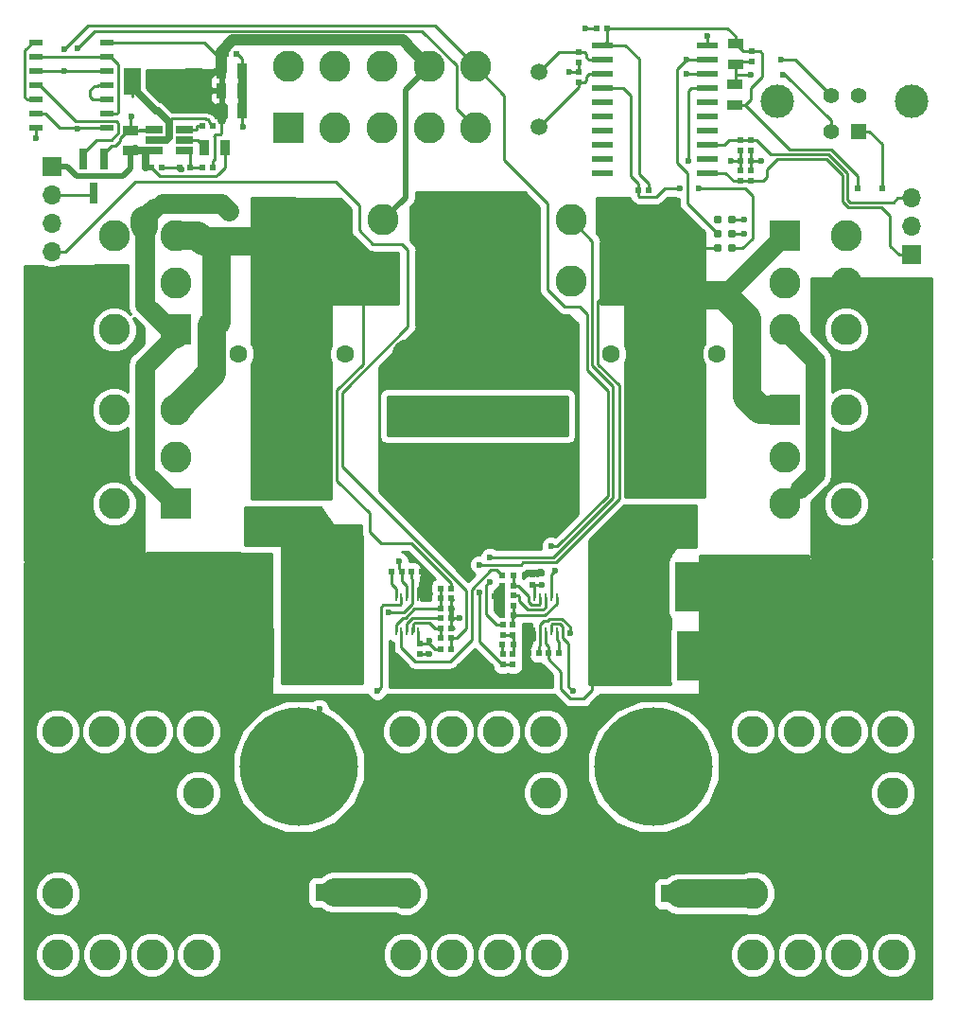
<source format=gtl>
G04 #@! TF.GenerationSoftware,KiCad,Pcbnew,(5.0.0)*
G04 #@! TF.CreationDate,2018-12-05T00:13:44-06:00*
G04 #@! TF.ProjectId,0002-ATX,303030322D4154582E6B696361645F70,0000*
G04 #@! TF.SameCoordinates,Original*
G04 #@! TF.FileFunction,Copper,L1,Top,Signal*
G04 #@! TF.FilePolarity,Positive*
%FSLAX46Y46*%
G04 Gerber Fmt 4.6, Leading zero omitted, Abs format (unit mm)*
G04 Created by KiCad (PCBNEW (5.0.0)) date 12/05/18 00:13:44*
%MOMM*%
%LPD*%
G01*
G04 APERTURE LIST*
G04 #@! TA.AperFunction,ComponentPad*
%ADD10C,2.800000*%
G04 #@! TD*
G04 #@! TA.AperFunction,ComponentPad*
%ADD11R,2.800000X2.800000*%
G04 #@! TD*
G04 #@! TA.AperFunction,ComponentPad*
%ADD12R,1.600000X1.600000*%
G04 #@! TD*
G04 #@! TA.AperFunction,ComponentPad*
%ADD13C,1.600000*%
G04 #@! TD*
G04 #@! TA.AperFunction,SMDPad,CuDef*
%ADD14R,5.400000X2.900000*%
G04 #@! TD*
G04 #@! TA.AperFunction,SMDPad,CuDef*
%ADD15R,3.500000X1.600000*%
G04 #@! TD*
G04 #@! TA.AperFunction,SMDPad,CuDef*
%ADD16R,0.490000X0.550000*%
G04 #@! TD*
G04 #@! TA.AperFunction,SMDPad,CuDef*
%ADD17R,0.850000X1.350000*%
G04 #@! TD*
G04 #@! TA.AperFunction,SMDPad,CuDef*
%ADD18R,1.560000X0.650000*%
G04 #@! TD*
G04 #@! TA.AperFunction,SMDPad,CuDef*
%ADD19R,0.550000X0.490000*%
G04 #@! TD*
G04 #@! TA.AperFunction,SMDPad,CuDef*
%ADD20R,0.250000X0.750000*%
G04 #@! TD*
G04 #@! TA.AperFunction,SMDPad,CuDef*
%ADD21R,1.143000X0.508000*%
G04 #@! TD*
G04 #@! TA.AperFunction,SMDPad,CuDef*
%ADD22R,0.800000X1.900000*%
G04 #@! TD*
G04 #@! TA.AperFunction,SMDPad,CuDef*
%ADD23R,4.500000X4.500000*%
G04 #@! TD*
G04 #@! TA.AperFunction,SMDPad,CuDef*
%ADD24R,1.350000X0.850000*%
G04 #@! TD*
G04 #@! TA.AperFunction,SMDPad,CuDef*
%ADD25R,0.500000X0.500000*%
G04 #@! TD*
G04 #@! TA.AperFunction,ConnectorPad*
%ADD26C,0.787400*%
G04 #@! TD*
G04 #@! TA.AperFunction,ComponentPad*
%ADD27C,3.000000*%
G04 #@! TD*
G04 #@! TA.AperFunction,ComponentPad*
%ADD28C,1.400000*%
G04 #@! TD*
G04 #@! TA.AperFunction,ComponentPad*
%ADD29R,1.400000X1.400000*%
G04 #@! TD*
G04 #@! TA.AperFunction,SMDPad,CuDef*
%ADD30R,1.950000X0.600000*%
G04 #@! TD*
G04 #@! TA.AperFunction,ComponentPad*
%ADD31C,1.500000*%
G04 #@! TD*
G04 #@! TA.AperFunction,ComponentPad*
%ADD32R,1.700000X1.700000*%
G04 #@! TD*
G04 #@! TA.AperFunction,ComponentPad*
%ADD33O,1.700000X1.700000*%
G04 #@! TD*
G04 #@! TA.AperFunction,ComponentPad*
%ADD34C,10.600000*%
G04 #@! TD*
G04 #@! TA.AperFunction,ComponentPad*
%ADD35C,0.700000*%
G04 #@! TD*
G04 #@! TA.AperFunction,SMDPad,CuDef*
%ADD36R,1.500000X2.400000*%
G04 #@! TD*
G04 #@! TA.AperFunction,ViaPad*
%ADD37C,0.600000*%
G04 #@! TD*
G04 #@! TA.AperFunction,Conductor*
%ADD38C,0.250000*%
G04 #@! TD*
G04 #@! TA.AperFunction,Conductor*
%ADD39C,0.254000*%
G04 #@! TD*
G04 #@! TA.AperFunction,Conductor*
%ADD40C,2.540000*%
G04 #@! TD*
G04 #@! TA.AperFunction,Conductor*
%ADD41C,0.762000*%
G04 #@! TD*
G04 #@! TA.AperFunction,Conductor*
%ADD42C,1.270000*%
G04 #@! TD*
G04 #@! TA.AperFunction,Conductor*
%ADD43C,1.778000*%
G04 #@! TD*
G04 #@! TA.AperFunction,Conductor*
%ADD44C,2.286000*%
G04 #@! TD*
G04 #@! TA.AperFunction,Conductor*
%ADD45C,1.016000*%
G04 #@! TD*
G04 #@! TA.AperFunction,Conductor*
%ADD46C,0.508000*%
G04 #@! TD*
G04 #@! TA.AperFunction,Conductor*
%ADD47C,0.635000*%
G04 #@! TD*
G04 APERTURE END LIST*
D10*
G04 #@! TO.P,J21,6*
G04 #@! TO.N,N/C*
X119888000Y-93790000D03*
G04 #@! TO.P,J21,5*
G04 #@! TO.N,Vmain*
X119888000Y-97990000D03*
G04 #@! TO.P,J21,4*
G04 #@! TO.N,GND*
X119888000Y-102190000D03*
G04 #@! TO.P,J21,3*
G04 #@! TO.N,5V*
X125388000Y-93790000D03*
G04 #@! TO.P,J21,2*
G04 #@! TO.N,GND*
X125388000Y-97990000D03*
D11*
G04 #@! TO.P,J21,1*
G04 #@! TO.N,3V3*
X125388000Y-102190000D03*
G04 #@! TD*
D12*
G04 #@! TO.P,C15,1*
G04 #@! TO.N,5V*
X138049000Y-88773000D03*
D13*
G04 #@! TO.P,C15,2*
G04 #@! TO.N,GND*
X140549000Y-88773000D03*
G04 #@! TD*
D14*
G04 #@! TO.P,L3,2*
G04 #@! TO.N,3V3*
X169088000Y-94240000D03*
G04 #@! TO.P,L3,1*
G04 #@! TO.N,Net-(C21-Pad1)*
X169088000Y-104140000D03*
G04 #@! TD*
D10*
G04 #@! TO.P,J15,18*
G04 #@! TO.N,3V3*
X169200000Y-76796000D03*
G04 #@! TO.P,J15,17*
X165000000Y-76796000D03*
G04 #@! TO.P,J15,16*
G04 #@! TO.N,3V3-RS*
X160800000Y-76796000D03*
G04 #@! TO.P,J15,15*
G04 #@! TO.N,GND*
X156600000Y-76796000D03*
G04 #@! TO.P,J15,14*
X152400000Y-76796000D03*
G04 #@! TO.P,J15,13*
X148200000Y-76796000D03*
G04 #@! TO.P,J15,12*
G04 #@! TO.N,5Vsb*
X144000000Y-76796000D03*
G04 #@! TO.P,J15,11*
G04 #@! TO.N,5V*
X139800000Y-76796000D03*
G04 #@! TO.P,J15,10*
X135600000Y-76796000D03*
G04 #@! TO.P,J15,9*
G04 #@! TO.N,3V3*
X169200000Y-82296000D03*
G04 #@! TO.P,J15,8*
X165000000Y-82296000D03*
G04 #@! TO.P,J15,7*
G04 #@! TO.N,N/C*
X160800000Y-82296000D03*
G04 #@! TO.P,J15,6*
G04 #@! TO.N,GND*
X156600000Y-82296000D03*
G04 #@! TO.P,J15,5*
X152400000Y-82296000D03*
G04 #@! TO.P,J15,4*
X148200000Y-82296000D03*
G04 #@! TO.P,J15,3*
G04 #@! TO.N,5V*
X144000000Y-82296000D03*
G04 #@! TO.P,J15,2*
X139800000Y-82296000D03*
D11*
G04 #@! TO.P,J15,1*
X135600000Y-82296000D03*
G04 #@! TD*
D15*
G04 #@! TO.P,C29,1*
G04 #@! TO.N,Vmain*
X134206000Y-136970000D03*
G04 #@! TO.P,C29,2*
G04 #@! TO.N,GND*
X139606000Y-136970000D03*
G04 #@! TD*
D16*
G04 #@! TO.P,C3,2*
G04 #@! TO.N,Net-(C3-Pad2)*
X127770000Y-68402200D03*
G04 #@! TO.P,C3,1*
G04 #@! TO.N,Net-(C3-Pad1)*
X128720000Y-68402200D03*
G04 #@! TD*
D17*
G04 #@! TO.P,C4,1*
G04 #@! TO.N,5Vsb*
X129499000Y-67005200D03*
G04 #@! TO.P,C4,2*
G04 #@! TO.N,GND*
X131309000Y-67005200D03*
G04 #@! TD*
G04 #@! TO.P,C5,2*
G04 #@! TO.N,GND*
X131309000Y-65227200D03*
G04 #@! TO.P,C5,1*
G04 #@! TO.N,5Vsb*
X129499000Y-65227200D03*
G04 #@! TD*
G04 #@! TO.P,C6,1*
G04 #@! TO.N,5Vsb*
X129499000Y-63449200D03*
G04 #@! TO.P,C6,2*
G04 #@! TO.N,GND*
X131309000Y-63449200D03*
G04 #@! TD*
D16*
G04 #@! TO.P,R2,2*
G04 #@! TO.N,Net-(R2-Pad2)*
X127770000Y-72085200D03*
G04 #@! TO.P,R2,1*
G04 #@! TO.N,5Vsb*
X128720000Y-72085200D03*
G04 #@! TD*
G04 #@! TO.P,R3,1*
G04 #@! TO.N,Net-(R2-Pad2)*
X126688000Y-72085200D03*
G04 #@! TO.P,R3,2*
G04 #@! TO.N,GND*
X125738000Y-72085200D03*
G04 #@! TD*
D18*
G04 #@! TO.P,U1,5*
G04 #@! TO.N,Net-(R1-Pad2)*
X126166000Y-69672200D03*
G04 #@! TO.P,U1,6*
G04 #@! TO.N,Net-(C3-Pad2)*
X126166000Y-68722200D03*
G04 #@! TO.P,U1,4*
G04 #@! TO.N,Net-(R2-Pad2)*
X126166000Y-70622200D03*
G04 #@! TO.P,U1,3*
G04 #@! TO.N,Vstby*
X123466000Y-70622200D03*
G04 #@! TO.P,U1,2*
G04 #@! TO.N,Net-(C3-Pad1)*
X123466000Y-69672200D03*
G04 #@! TO.P,U1,1*
G04 #@! TO.N,GND*
X123466000Y-68722200D03*
G04 #@! TD*
D17*
G04 #@! TO.P,R1,2*
G04 #@! TO.N,Net-(R1-Pad2)*
X127975000Y-70307200D03*
G04 #@! TO.P,R1,1*
G04 #@! TO.N,Vstby*
X129785000Y-70307200D03*
G04 #@! TD*
D19*
G04 #@! TO.P,C8,2*
G04 #@! TO.N,GND*
X147269000Y-115639000D03*
G04 #@! TO.P,C8,1*
G04 #@! TO.N,Vmain*
X147269000Y-114689000D03*
G04 #@! TD*
D16*
G04 #@! TO.P,C9,1*
G04 #@! TO.N,Net-(C9-Pad1)*
X149101000Y-112458000D03*
G04 #@! TO.P,C9,2*
G04 #@! TO.N,GND*
X150051000Y-112458000D03*
G04 #@! TD*
G04 #@! TO.P,C10,1*
G04 #@! TO.N,Net-(C10-Pad1)*
X149098000Y-110680000D03*
G04 #@! TO.P,C10,2*
G04 #@! TO.N,GND*
X150048000Y-110680000D03*
G04 #@! TD*
G04 #@! TO.P,C11,1*
G04 #@! TO.N,Net-(C11-Pad1)*
X145636000Y-108268000D03*
G04 #@! TO.P,C11,2*
G04 #@! TO.N,Net-(C11-Pad2)*
X144686000Y-108268000D03*
G04 #@! TD*
G04 #@! TO.P,R16,2*
G04 #@! TO.N,Net-(R12-Pad1)*
X155605000Y-114808000D03*
G04 #@! TO.P,R16,1*
G04 #@! TO.N,Net-(C27-Pad2)*
X154655000Y-114808000D03*
G04 #@! TD*
D13*
G04 #@! TO.P,C25,2*
G04 #@! TO.N,GND*
X164378000Y-88773000D03*
D12*
G04 #@! TO.P,C25,1*
G04 #@! TO.N,3V3*
X166878000Y-88773000D03*
G04 #@! TD*
G04 #@! TO.P,C26,1*
G04 #@! TO.N,3V3*
X171386000Y-88773000D03*
D13*
G04 #@! TO.P,C26,2*
G04 #@! TO.N,GND*
X173886000Y-88773000D03*
G04 #@! TD*
D19*
G04 #@! TO.P,C27,1*
G04 #@! TO.N,3V3*
X154686000Y-116583000D03*
G04 #@! TO.P,C27,2*
G04 #@! TO.N,Net-(C27-Pad2)*
X154686000Y-115633000D03*
G04 #@! TD*
D16*
G04 #@! TO.P,R10,1*
G04 #@! TO.N,Net-(R10-Pad1)*
X155605000Y-109538000D03*
G04 #@! TO.P,R10,2*
G04 #@! TO.N,GND*
X154655000Y-109538000D03*
G04 #@! TD*
G04 #@! TO.P,R11,1*
G04 #@! TO.N,Net-(C20-Pad1)*
X155605000Y-112204000D03*
G04 #@! TO.P,R11,2*
G04 #@! TO.N,GND*
X154655000Y-112204000D03*
G04 #@! TD*
D19*
G04 #@! TO.P,R12,2*
G04 #@! TO.N,Net-(C20-Pad1)*
X155576000Y-113029000D03*
G04 #@! TO.P,R12,1*
G04 #@! TO.N,Net-(R12-Pad1)*
X155576000Y-113979000D03*
G04 #@! TD*
D16*
G04 #@! TO.P,R13,2*
G04 #@! TO.N,GND*
X156975000Y-115570000D03*
G04 #@! TO.P,R13,1*
G04 #@! TO.N,Net-(Q4-Pad4)*
X157925000Y-115570000D03*
G04 #@! TD*
D19*
G04 #@! TO.P,R15,2*
G04 #@! TO.N,Net-(R12-Pad1)*
X155576000Y-115633000D03*
G04 #@! TO.P,R15,1*
G04 #@! TO.N,3V3*
X155576000Y-116583000D03*
G04 #@! TD*
G04 #@! TO.P,R17,1*
G04 #@! TO.N,3V3-RS*
X154686000Y-113029000D03*
G04 #@! TO.P,R17,2*
G04 #@! TO.N,Net-(R12-Pad1)*
X154686000Y-113979000D03*
G04 #@! TD*
D16*
G04 #@! TO.P,TH2,1*
G04 #@! TO.N,Net-(R10-Pad1)*
X155605000Y-108648000D03*
G04 #@! TO.P,TH2,2*
G04 #@! TO.N,/3V3/EN*
X154655000Y-108648000D03*
G04 #@! TD*
D15*
G04 #@! TO.P,C32,1*
G04 #@! TO.N,Vmain*
X165130000Y-137096000D03*
G04 #@! TO.P,C32,2*
G04 #@! TO.N,GND*
X170530000Y-137096000D03*
G04 #@! TD*
D20*
G04 #@! TO.P,U3,8*
G04 #@! TO.N,Net-(C21-Pad1)*
X158500000Y-113628000D03*
G04 #@! TO.P,U3,7*
G04 #@! TO.N,Net-(Q4-Pad4)*
X158000000Y-113628000D03*
G04 #@! TO.P,U3,6*
G04 #@! TO.N,GND*
X157500000Y-113628000D03*
G04 #@! TO.P,U3,5*
G04 #@! TO.N,Vmain*
X157500000Y-110528000D03*
G04 #@! TO.P,U3,4*
G04 #@! TO.N,Net-(R10-Pad1)*
X158000000Y-110528000D03*
G04 #@! TO.P,U3,3*
G04 #@! TO.N,Net-(C19-Pad1)*
X158500000Y-110528000D03*
G04 #@! TO.P,U3,2*
G04 #@! TO.N,/24pinATX/PWOK*
X159000000Y-110528000D03*
G04 #@! TO.P,U3,1*
G04 #@! TO.N,Net-(C20-Pad1)*
X159500000Y-110528000D03*
G04 #@! TO.P,U3,9*
G04 #@! TO.N,Net-(Q3-Pad4)*
X159000000Y-113628000D03*
G04 #@! TO.P,U3,10*
G04 #@! TO.N,Net-(C21-Pad2)*
X159500000Y-113628000D03*
G04 #@! TD*
D21*
G04 #@! TO.P,U4,10*
G04 #@! TO.N,Net-(U4-Pad10)*
X119278000Y-66040000D03*
G04 #@! TO.P,U4,14*
G04 #@! TO.N,5Vsb*
X119278000Y-60960000D03*
G04 #@! TO.P,U4,13*
G04 #@! TO.N,Net-(U4-Pad13)*
X119278000Y-62230000D03*
G04 #@! TO.P,U4,12*
G04 #@! TO.N,/24pinATX/PWOK*
X119278000Y-63500000D03*
G04 #@! TO.P,U4,11*
G04 #@! TO.N,Net-(U4-Pad10)*
X119278000Y-64770000D03*
G04 #@! TO.P,U4,9*
G04 #@! TO.N,Net-(U4-Pad13)*
X119278000Y-67310000D03*
G04 #@! TO.P,U4,8*
G04 #@! TO.N,/24pinATX/PSON*
X119278000Y-68580000D03*
G04 #@! TO.P,U4,7*
G04 #@! TO.N,GND*
X112928000Y-68580000D03*
G04 #@! TO.P,U4,6*
G04 #@! TO.N,/24pinATX/PSON*
X112928000Y-67310000D03*
G04 #@! TO.P,U4,5*
G04 #@! TO.N,Net-(U4-Pad1)*
X112928000Y-66040000D03*
G04 #@! TO.P,U4,4*
G04 #@! TO.N,Net-(Q5-Pad2)*
X112928000Y-64770000D03*
G04 #@! TO.P,U4,3*
G04 #@! TO.N,/24pinATX/PWOK*
X112928000Y-63500000D03*
G04 #@! TO.P,U4,2*
G04 #@! TO.N,Net-(U4-Pad13)*
X112928000Y-62230000D03*
G04 #@! TO.P,U4,1*
G04 #@! TO.N,Net-(U4-Pad1)*
X112928000Y-60960000D03*
G04 #@! TD*
D22*
G04 #@! TO.P,Q5,1*
G04 #@! TO.N,GND*
X119024000Y-71374000D03*
G04 #@! TO.P,Q5,2*
G04 #@! TO.N,Net-(Q5-Pad2)*
X117124000Y-71374000D03*
G04 #@! TO.P,Q5,3*
G04 #@! TO.N,PSON*
X118074000Y-74374000D03*
G04 #@! TD*
D16*
G04 #@! TO.P,C28,1*
G04 #@! TO.N,5Vsb*
X129921000Y-61976000D03*
G04 #@! TO.P,C28,2*
G04 #@! TO.N,GND*
X130871000Y-61976000D03*
G04 #@! TD*
D23*
G04 #@! TO.P,HS4,1*
G04 #@! TO.N,Net-(C11-Pad1)*
X139573000Y-115570000D03*
G04 #@! TD*
G04 #@! TO.P,HS5,1*
G04 #@! TO.N,Vmain*
X132016000Y-115570000D03*
G04 #@! TD*
G04 #@! TO.P,HS6,1*
G04 #@! TO.N,Net-(C21-Pad1)*
X164973000Y-109664000D03*
G04 #@! TD*
G04 #@! TO.P,HS7,1*
G04 #@! TO.N,Vmain*
X172339000Y-109664000D03*
G04 #@! TD*
D13*
G04 #@! TO.P,C16,2*
G04 #@! TO.N,GND*
X131040000Y-88773000D03*
D12*
G04 #@! TO.P,C16,1*
G04 #@! TO.N,5V*
X133540000Y-88773000D03*
G04 #@! TD*
D14*
G04 #@! TO.P,L2,2*
G04 #@! TO.N,5V*
X135839000Y-94240000D03*
G04 #@! TO.P,L2,1*
G04 #@! TO.N,Net-(C11-Pad1)*
X135839000Y-104140000D03*
G04 #@! TD*
D16*
G04 #@! TO.P,R4,1*
G04 #@! TO.N,Net-(R4-Pad1)*
X149098000Y-113348000D03*
G04 #@! TO.P,R4,2*
G04 #@! TO.N,GND*
X150048000Y-113348000D03*
G04 #@! TD*
G04 #@! TO.P,R5,1*
G04 #@! TO.N,Net-(C10-Pad1)*
X149098000Y-111570000D03*
G04 #@! TO.P,R5,2*
G04 #@! TO.N,GND*
X150048000Y-111570000D03*
G04 #@! TD*
G04 #@! TO.P,R6,2*
G04 #@! TO.N,Net-(C10-Pad1)*
X149098000Y-109792000D03*
G04 #@! TO.P,R6,1*
G04 #@! TO.N,5V*
X150048000Y-109792000D03*
G04 #@! TD*
G04 #@! TO.P,R7,1*
G04 #@! TO.N,Net-(Q2-Pad4)*
X146497000Y-108268000D03*
G04 #@! TO.P,R7,2*
G04 #@! TO.N,GND*
X147447000Y-108268000D03*
G04 #@! TD*
G04 #@! TO.P,TH1,2*
G04 #@! TO.N,PWOK*
X150048000Y-114236000D03*
G04 #@! TO.P,TH1,1*
G04 #@! TO.N,Net-(R4-Pad1)*
X149098000Y-114236000D03*
G04 #@! TD*
D20*
G04 #@! TO.P,U2,8*
G04 #@! TO.N,Net-(C11-Pad1)*
X146110000Y-110528000D03*
G04 #@! TO.P,U2,7*
G04 #@! TO.N,Net-(Q2-Pad4)*
X146610000Y-110528000D03*
G04 #@! TO.P,U2,6*
G04 #@! TO.N,GND*
X147110000Y-110528000D03*
G04 #@! TO.P,U2,5*
G04 #@! TO.N,Vmain*
X147110000Y-113628000D03*
G04 #@! TO.P,U2,4*
G04 #@! TO.N,Net-(R4-Pad1)*
X146610000Y-113628000D03*
G04 #@! TO.P,U2,3*
G04 #@! TO.N,Net-(C9-Pad1)*
X146110000Y-113628000D03*
G04 #@! TO.P,U2,2*
G04 #@! TO.N,/3V3/EN*
X145610000Y-113628000D03*
G04 #@! TO.P,U2,1*
G04 #@! TO.N,Net-(C10-Pad1)*
X145110000Y-113628000D03*
G04 #@! TO.P,U2,9*
G04 #@! TO.N,Net-(Q1-Pad4)*
X145610000Y-110528000D03*
G04 #@! TO.P,U2,10*
G04 #@! TO.N,Net-(C11-Pad2)*
X145110000Y-110528000D03*
G04 #@! TD*
D19*
G04 #@! TO.P,C18,1*
G04 #@! TO.N,Vmain*
X157328000Y-109441000D03*
G04 #@! TO.P,C18,2*
G04 #@! TO.N,GND*
X157328000Y-108491000D03*
G04 #@! TD*
D16*
G04 #@! TO.P,C19,2*
G04 #@! TO.N,GND*
X154655000Y-110426000D03*
G04 #@! TO.P,C19,1*
G04 #@! TO.N,Net-(C19-Pad1)*
X155605000Y-110426000D03*
G04 #@! TD*
G04 #@! TO.P,C20,1*
G04 #@! TO.N,Net-(C20-Pad1)*
X155605000Y-111316000D03*
G04 #@! TO.P,C20,2*
G04 #@! TO.N,GND*
X154655000Y-111316000D03*
G04 #@! TD*
G04 #@! TO.P,C21,2*
G04 #@! TO.N,Net-(C21-Pad2)*
X159703000Y-115570000D03*
G04 #@! TO.P,C21,1*
G04 #@! TO.N,Net-(C21-Pad1)*
X158753000Y-115570000D03*
G04 #@! TD*
D10*
G04 #@! TO.P,J2,8*
G04 #@! TO.N,GND*
X158518000Y-122555000D03*
G04 #@! TO.P,J2,7*
X154318000Y-122555000D03*
G04 #@! TO.P,J2,6*
X150118000Y-122555000D03*
G04 #@! TO.P,J2,5*
X145918000Y-122555000D03*
G04 #@! TO.P,J2,4*
X158518000Y-128055000D03*
G04 #@! TO.P,J2,3*
G04 #@! TO.N,Vmain*
X154318000Y-128055000D03*
G04 #@! TO.P,J2,2*
X150118000Y-128055000D03*
D11*
G04 #@! TO.P,J2,1*
X145918000Y-128055000D03*
G04 #@! TD*
G04 #@! TO.P,J3,1*
G04 #@! TO.N,Vmain*
X127472000Y-137033000D03*
D10*
G04 #@! TO.P,J3,2*
X123272000Y-137033000D03*
G04 #@! TO.P,J3,3*
X119072000Y-137033000D03*
G04 #@! TO.P,J3,4*
G04 #@! TO.N,GND*
X114872000Y-137033000D03*
G04 #@! TO.P,J3,5*
X127472000Y-142533000D03*
G04 #@! TO.P,J3,6*
X123272000Y-142533000D03*
G04 #@! TO.P,J3,7*
X119072000Y-142533000D03*
G04 #@! TO.P,J3,8*
X114872000Y-142533000D03*
G04 #@! TD*
G04 #@! TO.P,J4,8*
G04 #@! TO.N,GND*
X189629000Y-122555000D03*
G04 #@! TO.P,J4,7*
X185429000Y-122555000D03*
G04 #@! TO.P,J4,6*
X181229000Y-122555000D03*
G04 #@! TO.P,J4,5*
X177029000Y-122555000D03*
G04 #@! TO.P,J4,4*
X189629000Y-128055000D03*
G04 #@! TO.P,J4,3*
G04 #@! TO.N,Vmain*
X185429000Y-128055000D03*
G04 #@! TO.P,J4,2*
X181229000Y-128055000D03*
D11*
G04 #@! TO.P,J4,1*
X177029000Y-128055000D03*
G04 #@! TD*
D10*
G04 #@! TO.P,J6,8*
G04 #@! TO.N,GND*
X177074000Y-142533000D03*
G04 #@! TO.P,J6,7*
X181274000Y-142533000D03*
G04 #@! TO.P,J6,6*
X185474000Y-142533000D03*
G04 #@! TO.P,J6,5*
X189674000Y-142533000D03*
G04 #@! TO.P,J6,4*
X177074000Y-137033000D03*
G04 #@! TO.P,J6,3*
G04 #@! TO.N,Vmain*
X181274000Y-137033000D03*
G04 #@! TO.P,J6,2*
X185474000Y-137033000D03*
D11*
G04 #@! TO.P,J6,1*
X189674000Y-137033000D03*
G04 #@! TD*
G04 #@! TO.P,J7,1*
G04 #@! TO.N,Vmain*
X158573000Y-137033000D03*
D10*
G04 #@! TO.P,J7,2*
X154373000Y-137033000D03*
G04 #@! TO.P,J7,3*
X150173000Y-137033000D03*
G04 #@! TO.P,J7,4*
G04 #@! TO.N,GND*
X145973000Y-137033000D03*
G04 #@! TO.P,J7,5*
X158573000Y-142533000D03*
G04 #@! TO.P,J7,6*
X154373000Y-142533000D03*
G04 #@! TO.P,J7,7*
X150173000Y-142533000D03*
G04 #@! TO.P,J7,8*
X145973000Y-142533000D03*
G04 #@! TD*
G04 #@! TO.P,J8,8*
G04 #@! TO.N,Vmain*
X146150000Y-94349200D03*
G04 #@! TO.P,J8,7*
X150350000Y-94349200D03*
G04 #@! TO.P,J8,6*
X154550000Y-94349200D03*
G04 #@! TO.P,J8,5*
X158750000Y-94349200D03*
G04 #@! TO.P,J8,4*
G04 #@! TO.N,GND*
X146150000Y-88849200D03*
G04 #@! TO.P,J8,3*
X150350000Y-88849200D03*
G04 #@! TO.P,J8,2*
X154550000Y-88849200D03*
D11*
G04 #@! TO.P,J8,1*
X158750000Y-88849200D03*
G04 #@! TD*
G04 #@! TO.P,J11,1*
G04 #@! TO.N,3V3*
X125388000Y-86632000D03*
D10*
G04 #@! TO.P,J11,2*
G04 #@! TO.N,GND*
X125388000Y-82432000D03*
G04 #@! TO.P,J11,3*
G04 #@! TO.N,5V*
X125388000Y-78232000D03*
G04 #@! TO.P,J11,4*
G04 #@! TO.N,GND*
X119888000Y-86632000D03*
G04 #@! TO.P,J11,5*
G04 #@! TO.N,Vmain*
X119888000Y-82432000D03*
G04 #@! TO.P,J11,6*
G04 #@! TO.N,N/C*
X119888000Y-78232000D03*
G04 #@! TD*
G04 #@! TO.P,J12,6*
G04 #@! TO.N,N/C*
X185420000Y-86632000D03*
G04 #@! TO.P,J12,5*
G04 #@! TO.N,Vmain*
X185420000Y-82432000D03*
G04 #@! TO.P,J12,4*
G04 #@! TO.N,GND*
X185420000Y-78232000D03*
G04 #@! TO.P,J12,3*
G04 #@! TO.N,5V*
X179920000Y-86632000D03*
G04 #@! TO.P,J12,2*
G04 #@! TO.N,GND*
X179920000Y-82432000D03*
D11*
G04 #@! TO.P,J12,1*
G04 #@! TO.N,3V3*
X179920000Y-78232000D03*
G04 #@! TD*
G04 #@! TO.P,J13,1*
G04 #@! TO.N,3V3*
X179920000Y-93789500D03*
D10*
G04 #@! TO.P,J13,2*
G04 #@! TO.N,GND*
X179920000Y-97989500D03*
G04 #@! TO.P,J13,3*
G04 #@! TO.N,5V*
X179920000Y-102189500D03*
G04 #@! TO.P,J13,4*
G04 #@! TO.N,GND*
X185420000Y-93789500D03*
G04 #@! TO.P,J13,5*
G04 #@! TO.N,Vmain*
X185420000Y-97989500D03*
G04 #@! TO.P,J13,6*
G04 #@! TO.N,N/C*
X185420000Y-102189500D03*
G04 #@! TD*
G04 #@! TO.P,J14,10*
G04 #@! TO.N,/24pinATX/PWOK*
X152273000Y-63080000D03*
G04 #@! TO.P,J14,9*
G04 #@! TO.N,5Vsb*
X148073000Y-63080000D03*
G04 #@! TO.P,J14,8*
G04 #@! TO.N,N/C*
X143873000Y-63080000D03*
G04 #@! TO.P,J14,7*
G04 #@! TO.N,Vmain*
X139673000Y-63080000D03*
G04 #@! TO.P,J14,6*
X135473000Y-63080000D03*
G04 #@! TO.P,J14,5*
G04 #@! TO.N,/24pinATX/PSON*
X152273000Y-68580000D03*
G04 #@! TO.P,J14,4*
G04 #@! TO.N,N/C*
X148073000Y-68580000D03*
G04 #@! TO.P,J14,3*
X143873000Y-68580000D03*
G04 #@! TO.P,J14,2*
G04 #@! TO.N,GND*
X139673000Y-68580000D03*
D11*
G04 #@! TO.P,J14,1*
X135473000Y-68580000D03*
G04 #@! TD*
D24*
G04 #@! TO.P,C1,2*
G04 #@! TO.N,GND*
X121387000Y-68783200D03*
G04 #@! TO.P,C1,1*
G04 #@! TO.N,Vstby*
X121387000Y-70593200D03*
G04 #@! TD*
D16*
G04 #@! TO.P,C2,1*
G04 #@! TO.N,Vstby*
X123198000Y-72085200D03*
G04 #@! TO.P,C2,2*
G04 #@! TO.N,GND*
X124148000Y-72085200D03*
G04 #@! TD*
D23*
G04 #@! TO.P,HS1,1*
G04 #@! TO.N,Net-(C11-Pad1)*
X139446000Y-109347000D03*
G04 #@! TD*
G04 #@! TO.P,HS2,1*
G04 #@! TO.N,Vmain*
X131826000Y-109347000D03*
G04 #@! TD*
G04 #@! TO.P,HS3,1*
G04 #@! TO.N,Net-(C21-Pad1)*
X164973000Y-115760000D03*
G04 #@! TD*
G04 #@! TO.P,HS8,1*
G04 #@! TO.N,Vmain*
X172530000Y-115824000D03*
G04 #@! TD*
D16*
G04 #@! TO.P,R9,1*
G04 #@! TO.N,Vmain*
X149101000Y-115189000D03*
G04 #@! TO.P,R9,2*
G04 #@! TO.N,PWOK*
X150051000Y-115189000D03*
G04 #@! TD*
D24*
G04 #@! TO.P,C33,1*
G04 #@! TO.N,Net-(C33-Pad1)*
X175450000Y-66516500D03*
G04 #@! TO.P,C33,2*
G04 #@! TO.N,GND*
X175450000Y-64706500D03*
G04 #@! TD*
D19*
G04 #@! TO.P,C34,1*
G04 #@! TO.N,Net-(C33-Pad1)*
X176974000Y-61724500D03*
G04 #@! TO.P,C34,2*
G04 #@! TO.N,GND*
X176974000Y-62674500D03*
G04 #@! TD*
G04 #@! TO.P,C35,1*
G04 #@! TO.N,Net-(C35-Pad1)*
X161480000Y-64516000D03*
G04 #@! TO.P,C35,2*
G04 #@! TO.N,GND*
X161480000Y-63566000D03*
G04 #@! TD*
D16*
G04 #@! TO.P,C36,2*
G04 #@! TO.N,GND*
X163068000Y-59639200D03*
G04 #@! TO.P,C36,1*
G04 #@! TO.N,Net-(C33-Pad1)*
X164018000Y-59639200D03*
G04 #@! TD*
D19*
G04 #@! TO.P,C37,1*
G04 #@! TO.N,Net-(C37-Pad1)*
X161480000Y-61788000D03*
G04 #@! TO.P,C37,2*
G04 #@! TO.N,GND*
X161480000Y-62738000D03*
G04 #@! TD*
D24*
G04 #@! TO.P,C38,2*
G04 #@! TO.N,GND*
X175514000Y-62865000D03*
G04 #@! TO.P,C38,1*
G04 #@! TO.N,Net-(C33-Pad1)*
X175514000Y-61055000D03*
G04 #@! TD*
D16*
G04 #@! TO.P,C39,2*
G04 #@! TO.N,GND*
X176911000Y-71501000D03*
G04 #@! TO.P,C39,1*
G04 #@! TO.N,3V3*
X175961000Y-71501000D03*
G04 #@! TD*
D19*
G04 #@! TO.P,C40,2*
G04 #@! TO.N,GND*
X176911000Y-72359500D03*
G04 #@! TO.P,C40,1*
G04 #@! TO.N,/8pinVRM/SCL*
X176911000Y-73309500D03*
G04 #@! TD*
G04 #@! TO.P,C41,1*
G04 #@! TO.N,/8pinVRM/SDA*
X176911000Y-69662000D03*
G04 #@! TO.P,C41,2*
G04 #@! TO.N,GND*
X176911000Y-70612000D03*
G04 #@! TD*
D25*
G04 #@! TO.P,D1,1*
G04 #@! TO.N,Net-(C33-Pad1)*
X186454000Y-73964800D03*
G04 #@! TO.P,D1,2*
G04 #@! TO.N,Net-(D1-Pad2)*
X188654000Y-73964800D03*
G04 #@! TD*
D11*
G04 #@! TO.P,J5,1*
G04 #@! TO.N,Vmain*
X114808000Y-128055000D03*
D10*
G04 #@! TO.P,J5,2*
X119008000Y-128055000D03*
G04 #@! TO.P,J5,3*
X123208000Y-128055000D03*
G04 #@! TO.P,J5,4*
G04 #@! TO.N,GND*
X127408000Y-128055000D03*
G04 #@! TO.P,J5,5*
X114808000Y-122555000D03*
G04 #@! TO.P,J5,6*
X119008000Y-122555000D03*
G04 #@! TO.P,J5,7*
X123208000Y-122555000D03*
G04 #@! TO.P,J5,8*
X127408000Y-122555000D03*
G04 #@! TD*
D26*
G04 #@! TO.P,J23,1*
G04 #@! TO.N,Net-(J23-Pad1)*
X175197000Y-79311500D03*
G04 #@! TO.P,J23,2*
G04 #@! TO.N,3V3*
X173927000Y-79311500D03*
G04 #@! TO.P,J23,3*
G04 #@! TO.N,GND*
X175197000Y-78041500D03*
G04 #@! TO.P,J23,4*
G04 #@! TO.N,Net-(J23-Pad4)*
X173927000Y-78041500D03*
G04 #@! TO.P,J23,5*
G04 #@! TO.N,Net-(J23-Pad5)*
X175197000Y-76771500D03*
G04 #@! TO.P,J23,6*
G04 #@! TO.N,N/C*
X173927000Y-76771500D03*
G04 #@! TD*
D27*
G04 #@! TO.P,J24,5*
G04 #@! TO.N,GND*
X191326000Y-66167000D03*
D28*
G04 #@! TO.P,J24,4*
X186556000Y-65677000D03*
G04 #@! TO.P,J24,3*
G04 #@! TO.N,Net-(J23-Pad4)*
X184056000Y-65677000D03*
D29*
G04 #@! TO.P,J24,1*
G04 #@! TO.N,Net-(D1-Pad2)*
X186556000Y-68877000D03*
D27*
G04 #@! TO.P,J24,5*
G04 #@! TO.N,GND*
X179286000Y-66167000D03*
D28*
G04 #@! TO.P,J24,2*
G04 #@! TO.N,Net-(J23-Pad5)*
X184056000Y-68877000D03*
G04 #@! TD*
D16*
G04 #@! TO.P,R18,2*
G04 #@! TO.N,Net-(J23-Pad1)*
X166809000Y-74117200D03*
G04 #@! TO.P,R18,1*
G04 #@! TO.N,Net-(C33-Pad1)*
X167759000Y-74117200D03*
G04 #@! TD*
D19*
G04 #@! TO.P,R19,1*
G04 #@! TO.N,3V3*
X175958000Y-72392500D03*
G04 #@! TO.P,R19,2*
G04 #@! TO.N,/8pinVRM/SCL*
X175958000Y-73342500D03*
G04 #@! TD*
G04 #@! TO.P,R20,1*
G04 #@! TO.N,3V3*
X175958000Y-70612000D03*
G04 #@! TO.P,R20,2*
G04 #@! TO.N,/8pinVRM/SDA*
X175958000Y-69662000D03*
G04 #@! TD*
D30*
G04 #@! TO.P,U5,1*
G04 #@! TO.N,Net-(C33-Pad1)*
X163638000Y-61214000D03*
G04 #@! TO.P,U5,2*
G04 #@! TO.N,Net-(C37-Pad1)*
X163638000Y-62484000D03*
G04 #@! TO.P,U5,3*
G04 #@! TO.N,Net-(C35-Pad1)*
X163638000Y-63754000D03*
G04 #@! TO.P,U5,4*
G04 #@! TO.N,Net-(J23-Pad1)*
X163638000Y-65024000D03*
G04 #@! TO.P,U5,5*
G04 #@! TO.N,N/C*
X163638000Y-66294000D03*
G04 #@! TO.P,U5,6*
X163638000Y-67564000D03*
G04 #@! TO.P,U5,7*
X163638000Y-68834000D03*
G04 #@! TO.P,U5,8*
X163638000Y-70104000D03*
G04 #@! TO.P,U5,9*
X163638000Y-71374000D03*
G04 #@! TO.P,U5,10*
X163638000Y-72644000D03*
G04 #@! TO.P,U5,11*
G04 #@! TO.N,/8pinVRM/SCL*
X173038000Y-72644000D03*
G04 #@! TO.P,U5,12*
G04 #@! TO.N,N/C*
X173038000Y-71374000D03*
G04 #@! TO.P,U5,13*
G04 #@! TO.N,/8pinVRM/SDA*
X173038000Y-70104000D03*
G04 #@! TO.P,U5,14*
G04 #@! TO.N,N/C*
X173038000Y-68834000D03*
G04 #@! TO.P,U5,15*
X173038000Y-67564000D03*
G04 #@! TO.P,U5,16*
X173038000Y-66294000D03*
G04 #@! TO.P,U5,17*
G04 #@! TO.N,3V3*
X173038000Y-65024000D03*
G04 #@! TO.P,U5,18*
G04 #@! TO.N,Net-(J23-Pad5)*
X173038000Y-63754000D03*
G04 #@! TO.P,U5,19*
G04 #@! TO.N,Net-(J23-Pad4)*
X173038000Y-62484000D03*
G04 #@! TO.P,U5,20*
G04 #@! TO.N,GND*
X173038000Y-61214000D03*
G04 #@! TD*
D31*
G04 #@! TO.P,Y1,1*
G04 #@! TO.N,Net-(C35-Pad1)*
X157924000Y-68453000D03*
G04 #@! TO.P,Y1,2*
G04 #@! TO.N,Net-(C37-Pad1)*
X157924000Y-63573000D03*
G04 #@! TD*
D32*
G04 #@! TO.P,J32,1*
G04 #@! TO.N,Vstby*
X114300000Y-72009000D03*
D33*
G04 #@! TO.P,J32,2*
G04 #@! TO.N,PSON*
X114300000Y-74549000D03*
G04 #@! TO.P,J32,3*
G04 #@! TO.N,GND*
X114300000Y-77089000D03*
G04 #@! TO.P,J32,4*
G04 #@! TO.N,PWOK*
X114300000Y-79629000D03*
G04 #@! TD*
D34*
G04 #@! TO.P,J28,1*
G04 #@! TO.N,GND*
X168148000Y-125730000D03*
D35*
G04 #@! TO.P,J28,*
G04 #@! TO.N,*
X172123000Y-125730000D03*
X170958749Y-128540749D03*
X168148000Y-129705000D03*
X165337251Y-128540749D03*
X164173000Y-125730000D03*
X165337251Y-122919251D03*
X168148000Y-121755000D03*
X170958749Y-122919251D03*
G04 #@! TD*
G04 #@! TO.P,J29,*
G04 #@! TO.N,*
X122825749Y-108949251D03*
X120015000Y-107785000D03*
X117204251Y-108949251D03*
X116040000Y-111760000D03*
X117204251Y-114570749D03*
X120015000Y-115735000D03*
X122825749Y-114570749D03*
X123990000Y-111760000D03*
D34*
G04 #@! TO.P,J29,1*
G04 #@! TO.N,Vmain*
X120015000Y-111760000D03*
G04 #@! TD*
G04 #@! TO.P,J30,1*
G04 #@! TO.N,GND*
X136398000Y-125730000D03*
D35*
G04 #@! TO.P,J30,*
G04 #@! TO.N,*
X140373000Y-125730000D03*
X139208749Y-128540749D03*
X136398000Y-129705000D03*
X133587251Y-128540749D03*
X132423000Y-125730000D03*
X133587251Y-122919251D03*
X136398000Y-121755000D03*
X139208749Y-122919251D03*
G04 #@! TD*
G04 #@! TO.P,J34,*
G04 #@! TO.N,*
X187722749Y-108949251D03*
X184912000Y-107785000D03*
X182101251Y-108949251D03*
X180937000Y-111760000D03*
X182101251Y-114570749D03*
X184912000Y-115735000D03*
X187722749Y-114570749D03*
X188887000Y-111760000D03*
D34*
G04 #@! TO.P,J34,1*
G04 #@! TO.N,Vmain*
X184912000Y-111760000D03*
G04 #@! TD*
D36*
G04 #@! TO.P,L1,1*
G04 #@! TO.N,Net-(C3-Pad1)*
X121514000Y-64389000D03*
G04 #@! TO.P,L1,2*
G04 #@! TO.N,5Vsb*
X127014000Y-64389000D03*
G04 #@! TD*
D32*
G04 #@! TO.P,J31,1*
G04 #@! TO.N,/8pinVRM/SCL*
X191262000Y-79946500D03*
D33*
G04 #@! TO.P,J31,2*
G04 #@! TO.N,GND*
X191262000Y-77406500D03*
G04 #@! TO.P,J31,3*
G04 #@! TO.N,/8pinVRM/SDA*
X191262000Y-74866500D03*
G04 #@! TD*
D37*
G04 #@! TO.N,Vmain*
X148133000Y-114452000D03*
X158191000Y-109423000D03*
X145034000Y-119583000D03*
X159512000Y-119786000D03*
X152298000Y-119837000D03*
X170878000Y-117348000D03*
X170878000Y-116205000D03*
X170878000Y-115062000D03*
X170878000Y-113919000D03*
X172022000Y-117348000D03*
X172022000Y-116205000D03*
X172022000Y-115062000D03*
X172022000Y-113919000D03*
X173164000Y-117348000D03*
X173164000Y-116205000D03*
X173164000Y-115062000D03*
X173164000Y-113919000D03*
X174308000Y-117348000D03*
X174308000Y-116205000D03*
X174308000Y-115062000D03*
X174308000Y-113919000D03*
X170752000Y-111252000D03*
X170752000Y-110109000D03*
X170752000Y-108966000D03*
X170752000Y-107823000D03*
X171894000Y-111252000D03*
X171894000Y-110109000D03*
X171894000Y-108966000D03*
X171894000Y-107823000D03*
X173038000Y-111252000D03*
X173038000Y-110109000D03*
X173038000Y-108966000D03*
X173038000Y-107823000D03*
X174180000Y-111252000D03*
X174180000Y-110109000D03*
X174180000Y-108966000D03*
X174180000Y-107823000D03*
X133350000Y-107823000D03*
X133350000Y-108966000D03*
X133350000Y-110109000D03*
X133350000Y-111252000D03*
X132207000Y-107823000D03*
X132207000Y-108966000D03*
X132207000Y-110109000D03*
X132207000Y-111252000D03*
X131064000Y-107823000D03*
X131064000Y-108966000D03*
X131064000Y-110109000D03*
X131064000Y-111252000D03*
X129921000Y-108966000D03*
X129921000Y-110109000D03*
X133477000Y-114046000D03*
X133477000Y-115189000D03*
X133477000Y-116332000D03*
X133477000Y-117475000D03*
X132334000Y-114046000D03*
X132334000Y-115189000D03*
X132334000Y-116332000D03*
X132334000Y-117475000D03*
X131191000Y-114046000D03*
X131191000Y-115189000D03*
X131191000Y-116332000D03*
X131191000Y-117475000D03*
X130048000Y-114046000D03*
X130048000Y-115189000D03*
X130048000Y-116332000D03*
X130048000Y-117475000D03*
X130048000Y-107696000D03*
X129965000Y-111384000D03*
G04 #@! TO.N,GND*
X125943000Y-72285400D03*
X176327000Y-78028800D03*
X177800000Y-71526400D03*
X173006000Y-60365800D03*
X176886000Y-63855600D03*
X162103000Y-59639200D03*
X160630000Y-63550800D03*
X158140000Y-108255000D03*
X131388000Y-68446400D03*
X112928000Y-69494400D03*
X153924000Y-110439000D03*
X147422000Y-109423000D03*
X148082000Y-115621000D03*
X156992000Y-114328000D03*
X150801000Y-112458000D03*
X138256000Y-120527000D03*
X121412006Y-67564000D03*
G04 #@! TO.N,5V*
X135265000Y-97190800D03*
G04 #@! TO.N,3V3*
X171348000Y-71526400D03*
X175108000Y-71526400D03*
X130149000Y-75997000D03*
X152572000Y-110124000D03*
X152603000Y-107645000D03*
X168880000Y-97512300D03*
G04 #@! TO.N,Net-(C11-Pad1)*
X145361000Y-107352000D03*
X137541000Y-110109000D03*
X137541000Y-116332000D03*
X140970000Y-114046000D03*
X138049000Y-102997000D03*
X138049000Y-104140000D03*
X138049000Y-105283000D03*
X136906000Y-102997000D03*
X136906000Y-104140000D03*
X136906000Y-105283000D03*
X135763000Y-102997000D03*
X135763000Y-104140000D03*
X135763000Y-105283000D03*
X134620000Y-102997000D03*
X134620000Y-104140000D03*
X134620000Y-105283000D03*
X133477000Y-102997000D03*
X133477000Y-104140000D03*
X133477000Y-105283000D03*
X140970000Y-115189000D03*
X140970000Y-116332000D03*
X140970000Y-117475000D03*
X139827000Y-114046000D03*
X139827000Y-115189000D03*
X139827000Y-116332000D03*
X139827000Y-117475000D03*
X138684000Y-114046000D03*
X138684000Y-115189000D03*
X138684000Y-116332000D03*
X138684000Y-117475000D03*
X137541000Y-114046000D03*
X137541000Y-115189000D03*
X137541000Y-117475000D03*
X140970000Y-107823000D03*
X140970000Y-108966000D03*
X140970000Y-110109000D03*
X140970000Y-111252000D03*
X139827000Y-107823000D03*
X139827000Y-108966000D03*
X139827000Y-110109000D03*
X139827000Y-111252000D03*
X138684000Y-107823000D03*
X138684000Y-108966000D03*
X138684000Y-110109000D03*
X138684000Y-111252000D03*
X137541000Y-107823000D03*
X137541000Y-108966000D03*
X137541000Y-111252000D03*
G04 #@! TO.N,Net-(Q1-Pad4)*
X143459000Y-118923000D03*
G04 #@! TO.N,Net-(Q2-Pad4)*
X144456000Y-111928000D03*
G04 #@! TO.N,Net-(C21-Pad1)*
X169088000Y-104140000D03*
X171323000Y-102997000D03*
X171323000Y-104140000D03*
X171323000Y-105283000D03*
X170180000Y-102997000D03*
X170180000Y-104140000D03*
X170180000Y-105283000D03*
X169037000Y-102997000D03*
X169037000Y-105283000D03*
X167894000Y-102997000D03*
X167894000Y-104140000D03*
X167894000Y-105283000D03*
X166751000Y-102997000D03*
X166751000Y-104140000D03*
X166751000Y-105283000D03*
X163449000Y-117284000D03*
X163449000Y-116142000D03*
X163449000Y-114998000D03*
X163449000Y-113856000D03*
X164592000Y-117284000D03*
X164592000Y-116142000D03*
X164592000Y-114998000D03*
X164592000Y-113856000D03*
X165735000Y-117284000D03*
X165735000Y-116142000D03*
X165735000Y-114998000D03*
X165735000Y-113856000D03*
X166878000Y-117284000D03*
X166878000Y-116142000D03*
X163449000Y-111188000D03*
X163449000Y-110046000D03*
X163449000Y-108902000D03*
X163449000Y-107760000D03*
X164592000Y-111188000D03*
X164592000Y-110046000D03*
X164592000Y-108902000D03*
X164592000Y-107760000D03*
X165735000Y-111188000D03*
X165735000Y-110046000D03*
X165735000Y-108902000D03*
X165735000Y-107760000D03*
X166878000Y-111188000D03*
X166878000Y-110046000D03*
X166878000Y-107760000D03*
X166878000Y-115062000D03*
X166878000Y-113792000D03*
X166878000Y-108966000D03*
G04 #@! TO.N,/24pinATX/PWOK*
X159360000Y-108153000D03*
X115418000Y-63500000D03*
X115418000Y-61569600D03*
X159004000Y-106020000D03*
G04 #@! TO.N,/24pinATX/PSON*
X116581000Y-68610800D03*
X116586000Y-61468000D03*
G04 #@! TO.N,3V3-RS*
X153518000Y-109169000D03*
X153518000Y-106985000D03*
G04 #@! TO.N,Net-(Q3-Pad4)*
X160985000Y-118974000D03*
G04 #@! TO.N,Net-(Q4-Pad4)*
X160696000Y-113798000D03*
G04 #@! TO.N,Net-(J23-Pad1)*
X170536000Y-74015600D03*
X172263000Y-74015600D03*
G04 #@! TO.N,Net-(J23-Pad4)*
X171145000Y-62484000D03*
X179578000Y-62484000D03*
G04 #@! TO.N,Net-(J23-Pad5)*
X176327000Y-76758800D03*
X171145000Y-63754000D03*
X179781000Y-63804800D03*
G04 #@! TD*
D38*
G04 #@! TO.N,Vmain*
X149100000Y-115189000D02*
X149101000Y-115189000D01*
X149100000Y-115189000D02*
X148606000Y-115189000D01*
X148606000Y-115189000D02*
X148105000Y-114689000D01*
X115058000Y-97989500D02*
X115668000Y-97989500D01*
X148105000Y-114689000D02*
X148105000Y-114480000D01*
X148105000Y-114480000D02*
X148133000Y-114452000D01*
X157328000Y-109441000D02*
X157853000Y-109441000D01*
X157853000Y-109441000D02*
X157870000Y-109423000D01*
X157870000Y-109423000D02*
X158191000Y-109423000D01*
X157500000Y-110528000D02*
X157500000Y-109613000D01*
X157500000Y-109613000D02*
X157328000Y-109441000D01*
X148105000Y-114689000D02*
X147269000Y-114689000D01*
X147110000Y-113628000D02*
X147110000Y-114529000D01*
X147110000Y-114529000D02*
X147269000Y-114689000D01*
G04 #@! TO.N,GND*
X154656000Y-110426000D02*
X154655000Y-110426000D01*
X176911000Y-71501000D02*
X176911000Y-70612000D01*
X176911000Y-72359500D02*
X176911000Y-71501000D01*
X175197000Y-78041500D02*
X176314000Y-78041500D01*
X176314000Y-78041500D02*
X176327000Y-78028800D01*
X175196000Y-78041500D02*
X175197000Y-78041500D01*
X175514000Y-63855600D02*
X175514000Y-64643000D01*
X175514000Y-64643000D02*
X175450000Y-64706500D01*
X175514000Y-62865000D02*
X175514000Y-63855600D01*
D39*
X125699000Y-72290200D02*
X125938000Y-72290200D01*
X125938000Y-72290200D02*
X125943000Y-72285400D01*
X124148000Y-72085200D02*
X125494000Y-72085200D01*
X125494000Y-72085200D02*
X125699000Y-72290200D01*
X125738000Y-72085200D02*
X125699000Y-72124200D01*
X125699000Y-72124200D02*
X125699000Y-72290200D01*
D38*
X176911000Y-71501000D02*
X177775000Y-71501000D01*
X177775000Y-71501000D02*
X177800000Y-71526400D01*
X173038000Y-61214000D02*
X173038000Y-60398600D01*
X173038000Y-60398600D02*
X173006000Y-60365800D01*
X175514000Y-63855600D02*
X176886000Y-63855600D01*
X176974000Y-62674500D02*
X175704000Y-62674500D01*
X175704000Y-62674500D02*
X175514000Y-62865000D01*
X163068000Y-59639200D02*
X162103000Y-59639200D01*
X161480000Y-63566000D02*
X160645000Y-63566000D01*
X160645000Y-63566000D02*
X160630000Y-63550800D01*
X161480000Y-63566000D02*
X161480000Y-62738000D01*
X157328000Y-108491000D02*
X157904000Y-108491000D01*
X157904000Y-108491000D02*
X158140000Y-108255000D01*
X131309000Y-67005200D02*
X131309000Y-68367400D01*
X131309000Y-68367400D02*
X131388000Y-68446400D01*
X112928000Y-68580000D02*
X112928000Y-69494400D01*
X119024000Y-71374000D02*
X119024000Y-70824000D01*
X119024000Y-70824000D02*
X119674000Y-70174000D01*
X119674000Y-70174000D02*
X119996000Y-70174000D01*
X119996000Y-70174000D02*
X120462000Y-69708200D01*
X120462000Y-69708200D02*
X120462000Y-69458200D01*
X120462000Y-69458200D02*
X121137000Y-68783200D01*
X121137000Y-68783200D02*
X121387000Y-68783200D01*
X154655000Y-110426000D02*
X153937000Y-110426000D01*
X153937000Y-110426000D02*
X153924000Y-110439000D01*
X156974000Y-115570000D02*
X156974000Y-114345000D01*
X156974000Y-114345000D02*
X156992000Y-114328000D01*
X147447000Y-108268000D02*
X147447000Y-109398000D01*
X147447000Y-109398000D02*
X147422000Y-109423000D01*
X147110000Y-110528000D02*
X147110000Y-109735000D01*
X147110000Y-109735000D02*
X147422000Y-109423000D01*
X147269000Y-115639000D02*
X148064000Y-115639000D01*
X148064000Y-115639000D02*
X148082000Y-115621000D01*
D40*
X139606000Y-136970000D02*
X145910000Y-136970000D01*
X145910000Y-136970000D02*
X145973000Y-137033000D01*
X170530000Y-137096000D02*
X177011000Y-137096000D01*
X177011000Y-137096000D02*
X177074000Y-137033000D01*
D38*
X154656000Y-110426000D02*
X154656000Y-112204000D01*
D39*
X122113000Y-68722200D02*
X123466000Y-68722200D01*
X121387000Y-68783200D02*
X123405000Y-68783200D01*
X123405000Y-68783200D02*
X123466000Y-68722200D01*
D41*
X131309000Y-63449200D02*
X131309000Y-65227200D01*
X131309000Y-65227200D02*
X131309000Y-67005200D01*
D38*
X157500000Y-113628000D02*
X157500000Y-114328000D01*
X157500000Y-114328000D02*
X156992000Y-114328000D01*
X150048000Y-111570000D02*
X150048000Y-112170000D01*
X150048000Y-112170000D02*
X150051000Y-112173000D01*
X150051000Y-112173000D02*
X150051000Y-112458000D01*
X150051000Y-112458000D02*
X150051000Y-112745000D01*
X150051000Y-112745000D02*
X150048000Y-112748000D01*
X150048000Y-112748000D02*
X150048000Y-113348000D01*
X154656000Y-110426000D02*
X154656000Y-109538000D01*
X150048000Y-111570000D02*
X150048000Y-110680000D01*
X150051000Y-112458000D02*
X150801000Y-112458000D01*
D39*
X121387000Y-67589006D02*
X121412006Y-67564000D01*
X121387000Y-68783200D02*
X121387000Y-67589006D01*
X130871000Y-61976000D02*
X130937000Y-61976000D01*
X131309000Y-62348000D02*
X131309000Y-63449200D01*
X130937000Y-61976000D02*
X131309000Y-62348000D01*
D38*
G04 #@! TO.N,5V*
X125388000Y-93789500D02*
X125388000Y-93790000D01*
D40*
X125388000Y-93789500D02*
X128676000Y-90501100D01*
X128676000Y-90501100D02*
X128676000Y-86243100D01*
X128676000Y-86243100D02*
X129041000Y-85878500D01*
X129041000Y-85878500D02*
X129041000Y-82393000D01*
X129041000Y-82393000D02*
X129083000Y-82351200D01*
X129083000Y-82351200D02*
X129083000Y-78740000D01*
D38*
X180585000Y-101525000D02*
X180584500Y-101525000D01*
X180584500Y-101525000D02*
X179920000Y-102189500D01*
D42*
X180585000Y-101525000D02*
X181250000Y-100860000D01*
D43*
X181298000Y-100860000D02*
X182640000Y-99517200D01*
D40*
X125388000Y-78232000D02*
X127368000Y-78232000D01*
X127368000Y-78232000D02*
X127876000Y-78740000D01*
X127876000Y-78740000D02*
X129083000Y-78740000D01*
D43*
X182663000Y-99517200D02*
X182663000Y-89375000D01*
X182663000Y-89375000D02*
X179920000Y-86632000D01*
D40*
X129083000Y-78740000D02*
X133656000Y-78740000D01*
X133656000Y-78740000D02*
X135600000Y-76796000D01*
D38*
X150048000Y-109792000D02*
X150048000Y-109267000D01*
X150048000Y-109267000D02*
X146496000Y-105715000D01*
X146496000Y-105715000D02*
X143764000Y-105715000D01*
X143764000Y-105715000D02*
X142748000Y-104699000D01*
X142748000Y-104699000D02*
X142748000Y-103022000D01*
X142748000Y-103022000D02*
X139852000Y-100127000D01*
X139852000Y-100127000D02*
X139852000Y-92049600D01*
X139852000Y-92049600D02*
X142189000Y-89712800D01*
X142189000Y-89712800D02*
X142189000Y-84106800D01*
X142189000Y-84106800D02*
X144000000Y-82296000D01*
X135826000Y-94240000D02*
X135826000Y-96629800D01*
X135826000Y-96629800D02*
X135265000Y-97190800D01*
G04 #@! TO.N,3V3*
X155575000Y-116584000D02*
X155576000Y-116583000D01*
X155575000Y-116584000D02*
X154687000Y-116584000D01*
X155576000Y-116584000D02*
X155575000Y-116584000D01*
X154687000Y-116584000D02*
X154686000Y-116583000D01*
X154687000Y-116584000D02*
X154656000Y-116584000D01*
X154656000Y-116584000D02*
X152572000Y-114500000D01*
X152572000Y-114500000D02*
X152572000Y-110124000D01*
X125184100Y-75336400D02*
X124777700Y-75742800D01*
X124777700Y-75742800D02*
X123444000Y-75742800D01*
D43*
X125184100Y-75336400D02*
X129489000Y-75336400D01*
X129489000Y-75336400D02*
X130149000Y-75997000D01*
X124206000Y-75336400D02*
X125184100Y-75336400D01*
D38*
X173926000Y-79311500D02*
X173927000Y-79311500D01*
X173926000Y-79311500D02*
X173370000Y-79311500D01*
X173370000Y-79311500D02*
X173357000Y-79298800D01*
X173357000Y-79298800D02*
X170790000Y-79298800D01*
D43*
X125134000Y-86886000D02*
X122645000Y-84397000D01*
X122645000Y-84397000D02*
X122645000Y-77437400D01*
D44*
X122645000Y-77437400D02*
X122479000Y-77271200D01*
D43*
X125388000Y-102190000D02*
X122645000Y-99446500D01*
X122645000Y-99446500D02*
X122645000Y-89883000D01*
X122645000Y-89883000D02*
X125388000Y-87140000D01*
D44*
X125388000Y-87140000D02*
X125134000Y-86886000D01*
D38*
X125388000Y-86632000D02*
X125134000Y-86886000D01*
D44*
X122479000Y-77271200D02*
X122645000Y-77105000D01*
X122645000Y-77105000D02*
X122645000Y-76915400D01*
X122479000Y-77271200D02*
X122479000Y-76708000D01*
D43*
X122479000Y-76708000D02*
X123444000Y-75742800D01*
D40*
X174486000Y-83566000D02*
X176581000Y-85661200D01*
X176581000Y-85661200D02*
X176581000Y-92608400D01*
X176581000Y-92608400D02*
X177762000Y-93789500D01*
X177762000Y-93789500D02*
X179920000Y-93789500D01*
D38*
X171348000Y-71526400D02*
X171348000Y-65278000D01*
X171348000Y-65278000D02*
X171602000Y-65024000D01*
X171602000Y-65024000D02*
X173038000Y-65024000D01*
X175961000Y-71501000D02*
X175133000Y-71501000D01*
X175133000Y-71501000D02*
X175108000Y-71526400D01*
X175958000Y-70612000D02*
X175958000Y-71498500D01*
X175958000Y-71498500D02*
X175961000Y-71501000D01*
X175958000Y-72392500D02*
X175958000Y-71503500D01*
X175958000Y-71503500D02*
X175961000Y-71501000D01*
D40*
X169200000Y-82296000D02*
X170600000Y-83696000D01*
X170600000Y-83696000D02*
X172336000Y-83696000D01*
X172336000Y-83696000D02*
X172466000Y-83566000D01*
X172466000Y-83566000D02*
X174486000Y-83566000D01*
D43*
X174486000Y-83566000D02*
X179820000Y-78232000D01*
D40*
X179820000Y-78232000D02*
X179920000Y-78232000D01*
D38*
X152603000Y-107645000D02*
X156288000Y-107645000D01*
X156288000Y-107645000D02*
X156498000Y-107435000D01*
X156498000Y-107435000D02*
X159420000Y-107435000D01*
X159420000Y-107435000D02*
X165093000Y-101762000D01*
X165093000Y-101762000D02*
X165093000Y-91568000D01*
X165093000Y-91568000D02*
X163213000Y-89688400D01*
X163213000Y-89688400D02*
X163213000Y-84082800D01*
X163213000Y-84082800D02*
X163600000Y-83696000D01*
X163600000Y-83696000D02*
X165000000Y-82296000D01*
X168880000Y-89345000D02*
X168880000Y-92364700D01*
X168880000Y-92364700D02*
X169545000Y-93029700D01*
X169545000Y-93029700D02*
X169545000Y-96847300D01*
X169545000Y-96847300D02*
X168880000Y-97512300D01*
D39*
G04 #@! TO.N,5Vsb*
X127528000Y-64465200D02*
X128290000Y-65227200D01*
X128290000Y-65227200D02*
X129499000Y-65227200D01*
X127014000Y-64465200D02*
X127528000Y-64465200D01*
D45*
X129499000Y-62493400D02*
X129499000Y-61758200D01*
X129499000Y-61758200D02*
X130531000Y-60726200D01*
X130531000Y-60726200D02*
X145719000Y-60726200D01*
X145719000Y-60726200D02*
X146673000Y-61680000D01*
X146673000Y-61680000D02*
X148073000Y-63080000D01*
X129499000Y-63449200D02*
X129499000Y-62493400D01*
D46*
X144000000Y-76796000D02*
X145999000Y-74796800D01*
X145999000Y-74796800D02*
X145999000Y-65153800D01*
X145999000Y-65153800D02*
X148073000Y-63080000D01*
D38*
X120904000Y-60942200D02*
X127947000Y-60942200D01*
X127947000Y-60942200D02*
X129499000Y-62493400D01*
X129499000Y-62493400D02*
X129499000Y-63449200D01*
X119278000Y-60960000D02*
X120886000Y-60960000D01*
X120886000Y-60960000D02*
X120904000Y-60942200D01*
D39*
X129499000Y-67005200D02*
X129499000Y-65227200D01*
X129052000Y-63449200D02*
X128043000Y-64457200D01*
X128043000Y-64457200D02*
X128043000Y-64465200D01*
X128043000Y-64465200D02*
X127528000Y-64465200D01*
X129052000Y-63449200D02*
X129499000Y-63449200D01*
X128826000Y-69345200D02*
X128916000Y-69255200D01*
X128720000Y-72085200D02*
X128720000Y-71556200D01*
X128720000Y-71556200D02*
X128826000Y-71450200D01*
X128826000Y-71450200D02*
X128880000Y-71450200D01*
X128880000Y-71450200D02*
X128880000Y-69345200D01*
X128880000Y-69345200D02*
X128916000Y-69309200D01*
X128916000Y-69309200D02*
X128916000Y-69255200D01*
D41*
X129499000Y-67005200D02*
X129499000Y-67878200D01*
X129052000Y-63449200D02*
X129499000Y-63449200D01*
D39*
X129499000Y-67878200D02*
X129499000Y-67005200D01*
X128916000Y-69255200D02*
X129007000Y-69164200D01*
X129007000Y-69164200D02*
X129388000Y-69164200D01*
X129388000Y-69164200D02*
X129515000Y-69037200D01*
X129515000Y-69037200D02*
X129515000Y-67950200D01*
X129515000Y-67950200D02*
X129499000Y-67934200D01*
X129499000Y-67934200D02*
X129499000Y-67930200D01*
X129499000Y-67930200D02*
X129499000Y-67878200D01*
D38*
X129499000Y-67005200D02*
X129499000Y-67878200D01*
X129499000Y-67878200D02*
X129499000Y-67930200D01*
G04 #@! TO.N,Vstby*
X129201000Y-72712200D02*
X129003000Y-72910400D01*
X129003000Y-72910400D02*
X123993000Y-72910400D01*
X123993000Y-72910400D02*
X123198000Y-72115200D01*
X123198000Y-72115200D02*
X123198000Y-72085200D01*
D46*
X114300000Y-72009000D02*
X115658000Y-72009000D01*
X115658000Y-72009000D02*
X116496000Y-72847200D01*
X116496000Y-72847200D02*
X120701000Y-72847200D01*
X120701000Y-72847200D02*
X121387000Y-72161400D01*
X121387000Y-72161400D02*
X121387000Y-70593200D01*
D38*
X123198000Y-72085200D02*
X122673000Y-72085200D01*
D39*
X122673000Y-70622200D02*
X123466000Y-70622200D01*
X121262000Y-70593200D02*
X121291000Y-70622200D01*
X121262000Y-70593200D02*
X121387000Y-70593200D01*
X129201000Y-72712200D02*
X129785000Y-72129200D01*
X129785000Y-72129200D02*
X129785000Y-70307200D01*
D47*
X122673000Y-70622200D02*
X122673000Y-72085200D01*
D38*
X121768000Y-70463200D02*
X121768000Y-70622200D01*
D47*
X121772000Y-70466200D02*
X121768000Y-70463200D01*
X121768000Y-70463200D02*
X121765000Y-70459200D01*
X121291000Y-70622200D02*
X121768000Y-70622200D01*
X121768000Y-70622200D02*
X122673000Y-70622200D01*
X121387000Y-70593200D02*
X121262000Y-70593200D01*
X121262000Y-70593200D02*
X121137000Y-70593200D01*
D39*
G04 #@! TO.N,Net-(C3-Pad2)*
X126166000Y-68722200D02*
X127225000Y-68722200D01*
X127225000Y-68722200D02*
X127245000Y-68702200D01*
X127245000Y-68702200D02*
X127245000Y-68402200D01*
X127245000Y-68402200D02*
X127770000Y-68402200D01*
D38*
G04 #@! TO.N,Net-(C3-Pad1)*
X123375000Y-66776200D02*
X121514000Y-64915200D01*
D39*
X124816000Y-68021200D02*
X125095000Y-67742200D01*
X125095000Y-67742200D02*
X128059000Y-67742200D01*
X128059000Y-67742200D02*
X128118000Y-67800200D01*
X128118000Y-67800200D02*
X128276000Y-67800200D01*
X128276000Y-67800200D02*
X128342000Y-67865200D01*
X128342000Y-67865200D02*
X128342000Y-68024200D01*
X128342000Y-68024200D02*
X128720000Y-68402200D01*
D47*
X123466000Y-69672200D02*
X124562000Y-69672200D01*
X124562000Y-69672200D02*
X124816000Y-69418200D01*
X124816000Y-69418200D02*
X124816000Y-68021200D01*
X124816000Y-68021200D02*
X123800000Y-67005200D01*
X123800000Y-67005200D02*
X123604000Y-67005200D01*
X123604000Y-67005200D02*
X123375000Y-66776200D01*
X123375000Y-66776200D02*
X121514000Y-64915200D01*
D38*
X121514000Y-65735200D02*
X121514000Y-64915200D01*
G04 #@! TO.N,Net-(R1-Pad2)*
X126166000Y-69672200D02*
X127340000Y-69672200D01*
X127340000Y-69672200D02*
X127975000Y-70307200D01*
D39*
G04 #@! TO.N,Net-(R2-Pad2)*
X127770000Y-72085200D02*
X126688000Y-72085200D01*
D38*
X126166000Y-70622200D02*
X126655000Y-70622200D01*
X126655000Y-70622200D02*
X126688000Y-70655200D01*
X126688000Y-70655200D02*
X126688000Y-72085200D01*
G04 #@! TO.N,Net-(C9-Pad1)*
X146110000Y-113628000D02*
X146110000Y-112907000D01*
X146110000Y-112907000D02*
X146589000Y-112428000D01*
X146589000Y-112428000D02*
X148576000Y-112428000D01*
X148576000Y-112428000D02*
X148606000Y-112458000D01*
X148606000Y-112458000D02*
X149101000Y-112458000D01*
G04 #@! TO.N,Net-(C10-Pad1)*
X148955500Y-111570000D02*
X149098000Y-111427500D01*
X149098000Y-111427500D02*
X149098000Y-111280000D01*
X148955500Y-111570000D02*
X148813000Y-111570000D01*
X149098000Y-111570000D02*
X148955500Y-111570000D01*
X148955500Y-111570000D02*
X149098000Y-111570000D01*
X148813000Y-111570000D02*
X148955500Y-111570000D01*
X145110000Y-113628000D02*
X145110000Y-113003000D01*
X145110000Y-113003000D02*
X145735000Y-112378000D01*
X145735000Y-112378000D02*
X145982000Y-112378000D01*
X145982000Y-112378000D02*
X146789000Y-111570000D01*
X146789000Y-111570000D02*
X148813000Y-111570000D01*
X148813000Y-111570000D02*
X148813000Y-111566000D01*
X149098000Y-110680000D02*
X149098000Y-111280000D01*
X149098000Y-110680000D02*
X149098000Y-109792000D01*
G04 #@! TO.N,Net-(C11-Pad1)*
X145361000Y-107352000D02*
X145361000Y-107993000D01*
X145361000Y-107993000D02*
X145636000Y-108268000D01*
X146110000Y-110528000D02*
X146110000Y-109571000D01*
X146110000Y-109571000D02*
X145636000Y-109097000D01*
X145636000Y-109097000D02*
X145636000Y-108268000D01*
G04 #@! TO.N,Net-(C11-Pad2)*
X145110000Y-110528000D02*
X145110000Y-109828000D01*
X145110000Y-109828000D02*
X144686000Y-109404000D01*
X144686000Y-109404000D02*
X144686000Y-108268000D01*
G04 #@! TO.N,Net-(Q1-Pad4)*
X143459000Y-118923000D02*
X143759000Y-118623000D01*
X143759000Y-118623000D02*
X143759000Y-111460000D01*
X143759000Y-111460000D02*
X143967000Y-111252000D01*
X143967000Y-111252000D02*
X145471000Y-111252000D01*
X145471000Y-111252000D02*
X145610000Y-111113000D01*
X145610000Y-111113000D02*
X145610000Y-110528000D01*
G04 #@! TO.N,Net-(Q2-Pad4)*
X146610000Y-110528000D02*
X146610000Y-111113000D01*
X146610000Y-111113000D02*
X145795000Y-111928000D01*
X145795000Y-111928000D02*
X144456000Y-111928000D01*
X146610000Y-110528000D02*
X146610000Y-108981000D01*
X146610000Y-108981000D02*
X146497000Y-108868000D01*
X146497000Y-108868000D02*
X146497000Y-108268000D01*
G04 #@! TO.N,Net-(R4-Pad1)*
X146610000Y-113628000D02*
X146660000Y-113578000D01*
X146660000Y-113578000D02*
X146660000Y-112993000D01*
X146660000Y-112993000D02*
X146775000Y-112878000D01*
X146775000Y-112878000D02*
X148133000Y-112878000D01*
X148133000Y-112878000D02*
X148603000Y-113348000D01*
X148603000Y-113348000D02*
X149098000Y-113348000D01*
X149098000Y-113348000D02*
X149098000Y-114236000D01*
G04 #@! TO.N,Net-(C19-Pad1)*
X155606000Y-110426000D02*
X155605000Y-110426000D01*
X158500000Y-110528000D02*
X158500000Y-111451000D01*
X158500000Y-111451000D02*
X158274000Y-111678000D01*
X158274000Y-111678000D02*
X156940000Y-111678000D01*
X156940000Y-111678000D02*
X156176000Y-110913000D01*
X156176000Y-110913000D02*
X156176000Y-110502000D01*
X156176000Y-110502000D02*
X156100000Y-110426000D01*
X156100000Y-110426000D02*
X155606000Y-110426000D01*
G04 #@! TO.N,Net-(C20-Pad1)*
X155606000Y-111982000D02*
X155605000Y-111983000D01*
X155605000Y-111983000D02*
X155605000Y-112204000D01*
X155606000Y-111982000D02*
X155606000Y-112204000D01*
X155606000Y-111760000D02*
X155606000Y-111982000D01*
X155606000Y-111760000D02*
X155605000Y-111759000D01*
X155605000Y-111759000D02*
X155605000Y-111316000D01*
X155606000Y-111316000D02*
X155606000Y-111760000D01*
X155576000Y-113029000D02*
X155576000Y-113030000D01*
X155606000Y-112204000D02*
X155606000Y-112429000D01*
X155606000Y-112429000D02*
X155576000Y-112459000D01*
X155576000Y-112459000D02*
X155576000Y-113029000D01*
X159500000Y-110528000D02*
X159500000Y-111152000D01*
X159500000Y-111152000D02*
X158448000Y-112204000D01*
X158448000Y-112204000D02*
X155606000Y-112204000D01*
G04 #@! TO.N,Net-(C21-Pad2)*
X159702000Y-115050000D02*
X159703000Y-115051000D01*
X159703000Y-115051000D02*
X159703000Y-115570000D01*
X159702000Y-115050000D02*
X159702000Y-115570000D01*
X159500000Y-113628000D02*
X159500000Y-114328000D01*
X159500000Y-114328000D02*
X159702000Y-114530000D01*
X159702000Y-114530000D02*
X159702000Y-115050000D01*
G04 #@! TO.N,Net-(C21-Pad1)*
X158752000Y-115533000D02*
X158753000Y-115534000D01*
X158753000Y-115534000D02*
X158753000Y-115570000D01*
X158752000Y-115533000D02*
X158752000Y-116096000D01*
X158752000Y-116096000D02*
X159868000Y-117211000D01*
X159868000Y-117211000D02*
X159868000Y-118770000D01*
X159868000Y-118770000D02*
X160731000Y-119634000D01*
X160731000Y-119634000D02*
X161950000Y-119634000D01*
X161950000Y-119634000D02*
X162712000Y-118872000D01*
X162712000Y-118872000D02*
X162712000Y-117958000D01*
X162712000Y-117958000D02*
X162776000Y-117958000D01*
X162776000Y-117958000D02*
X164973000Y-115760000D01*
X158500000Y-113628000D02*
X158500000Y-114718000D01*
X158500000Y-114718000D02*
X158752000Y-114970000D01*
X158752000Y-114970000D02*
X158752000Y-115533000D01*
G04 #@! TO.N,Net-(C27-Pad2)*
X154656000Y-115108500D02*
X154655000Y-115107500D01*
X154655000Y-115107500D02*
X154655000Y-114808000D01*
X154656000Y-115108500D02*
X154656000Y-115409000D01*
X154656000Y-115409000D02*
X154686000Y-115439000D01*
X154686000Y-115439000D02*
X154686000Y-115633000D01*
X154656000Y-114808000D02*
X154656000Y-115108500D01*
X154686000Y-115634000D02*
X154686000Y-115633000D01*
G04 #@! TO.N,/24pinATX/PWOK*
X115418000Y-63500000D02*
X119278000Y-63500000D01*
X112928000Y-63500000D02*
X115418000Y-63500000D01*
X159000000Y-110528000D02*
X159000000Y-108513000D01*
X159000000Y-108513000D02*
X159360000Y-108153000D01*
X152273000Y-63080000D02*
X148629000Y-59436000D01*
X148629000Y-59436000D02*
X117551000Y-59436000D01*
X117551000Y-59436000D02*
X115718000Y-61269600D01*
X115718000Y-61269600D02*
X115418000Y-61569600D01*
X152273000Y-63080000D02*
X154838000Y-65645400D01*
X154838000Y-65645400D02*
X154838000Y-71475600D01*
X154838000Y-71475600D02*
X158699000Y-75336400D01*
X158699000Y-75336400D02*
X158699000Y-83058000D01*
X158699000Y-83058000D02*
X160223000Y-84582000D01*
X160223000Y-84582000D02*
X161595000Y-84582000D01*
X161595000Y-84582000D02*
X162255000Y-85242400D01*
X162255000Y-85242400D02*
X162255000Y-90271600D01*
X162255000Y-90271600D02*
X164084000Y-92100400D01*
X164084000Y-92100400D02*
X164084000Y-101498000D01*
X164084000Y-101498000D02*
X159563000Y-106020000D01*
X159563000Y-106020000D02*
X159004000Y-106020000D01*
G04 #@! TO.N,/24pinATX/PSON*
X116581000Y-68580000D02*
X119278000Y-68580000D01*
X112928000Y-67310000D02*
X113750000Y-67310000D01*
X113750000Y-67310000D02*
X115020000Y-68580000D01*
X115020000Y-68580000D02*
X116581000Y-68580000D01*
X116581000Y-68610800D02*
X116581000Y-68580000D01*
X152273000Y-68580000D02*
X150548000Y-66855000D01*
X150548000Y-66855000D02*
X150548000Y-63002000D01*
X150548000Y-63002000D02*
X147439000Y-59893200D01*
X147439000Y-59893200D02*
X118161000Y-59893200D01*
X118161000Y-59893200D02*
X116586000Y-61468000D01*
G04 #@! TO.N,3V3-RS*
X154685000Y-113030000D02*
X154686000Y-113029000D01*
X154685000Y-113030000D02*
X154686000Y-113030000D01*
X153518000Y-109169000D02*
X153197000Y-109489000D01*
X153197000Y-109489000D02*
X153197000Y-112066000D01*
X153197000Y-112066000D02*
X154160000Y-113030000D01*
X154160000Y-113030000D02*
X154685000Y-113030000D01*
X160800000Y-76796000D02*
X162705000Y-78701200D01*
X162705000Y-78701200D02*
X162705000Y-89816800D01*
X162705000Y-89816800D02*
X164534000Y-91645600D01*
X164534000Y-91645600D02*
X164534000Y-101685000D01*
X164534000Y-101685000D02*
X159234000Y-106985000D01*
X159234000Y-106985000D02*
X153518000Y-106985000D01*
G04 #@! TO.N,Net-(Q3-Pad4)*
X159023000Y-112979000D02*
X159075000Y-112927000D01*
X159075000Y-112927000D02*
X159816000Y-112927000D01*
X159816000Y-112927000D02*
X160071000Y-113182000D01*
X160071000Y-113182000D02*
X160071000Y-114198000D01*
X160071000Y-114198000D02*
X160579000Y-114706000D01*
X160579000Y-114706000D02*
X160579000Y-118567000D01*
X160579000Y-118567000D02*
X160985000Y-118974000D01*
X159000000Y-113002000D02*
X159023000Y-112979000D01*
X159000000Y-113628000D02*
X159000000Y-113002000D01*
X159000000Y-113002000D02*
X159023000Y-112979000D01*
G04 #@! TO.N,Net-(Q4-Pad4)*
X157924000Y-115270000D02*
X157925000Y-115271000D01*
X157925000Y-115271000D02*
X157925000Y-115570000D01*
X157924000Y-115270000D02*
X157924000Y-115570000D01*
X158000000Y-113628000D02*
X158000000Y-114895000D01*
X158000000Y-114895000D02*
X157924000Y-114970000D01*
X157924000Y-114970000D02*
X157924000Y-115270000D01*
X158000000Y-113628000D02*
X158000000Y-113002000D01*
X158000000Y-113002000D02*
X158348000Y-112655000D01*
X158348000Y-112655000D02*
X158695000Y-112655000D01*
X158695000Y-112655000D02*
X158872000Y-112477000D01*
X158872000Y-112477000D02*
X160002000Y-112477000D01*
X160002000Y-112477000D02*
X160696000Y-113171000D01*
X160696000Y-113171000D02*
X160696000Y-113798000D01*
G04 #@! TO.N,Net-(R10-Pad1)*
X155853000Y-109538000D02*
X155606000Y-109538000D01*
X155606000Y-109538000D02*
X155606000Y-109093000D01*
X158000000Y-110528000D02*
X158000000Y-111152000D01*
X158000000Y-111152000D02*
X157925000Y-111228000D01*
X157925000Y-111228000D02*
X157226000Y-111228000D01*
X157226000Y-111228000D02*
X157013000Y-111015000D01*
X157013000Y-111015000D02*
X157013000Y-110450000D01*
X157013000Y-110450000D02*
X156100000Y-109538000D01*
X156100000Y-109538000D02*
X155853000Y-109538000D01*
X155853000Y-109538000D02*
X155605000Y-109538000D01*
X155606000Y-109093000D02*
X155605000Y-109092000D01*
X155605000Y-109092000D02*
X155605000Y-108648000D01*
X155606000Y-109093000D02*
X155606000Y-108648000D01*
G04 #@! TO.N,Net-(R12-Pad1)*
X155576000Y-113980000D02*
X155576000Y-114178000D01*
X155576000Y-114178000D02*
X155606000Y-114208000D01*
X155606000Y-114208000D02*
X155606000Y-114920900D01*
X154686000Y-113980000D02*
X155576000Y-113980000D01*
X155576000Y-113979000D02*
X155576000Y-113980000D01*
X154686000Y-113979000D02*
X154686000Y-113980000D01*
X155606000Y-114920900D02*
X155605000Y-114919900D01*
X155605000Y-114919900D02*
X155605000Y-114808000D01*
X155606000Y-114920900D02*
X155606000Y-115409000D01*
X155606000Y-115409000D02*
X155576000Y-115439000D01*
X155576000Y-115439000D02*
X155576000Y-115633000D01*
X155576000Y-115634000D02*
X155576000Y-115633000D01*
G04 #@! TO.N,/3V3/EN*
X154656000Y-108633000D02*
X154655000Y-108634000D01*
X154655000Y-108634000D02*
X154655000Y-108648000D01*
X154656000Y-108633000D02*
X154656000Y-108648000D01*
X145610000Y-113628000D02*
X145610000Y-115079000D01*
X145610000Y-115079000D02*
X146812000Y-116281000D01*
X146812000Y-116281000D02*
X150012000Y-116281000D01*
X150012000Y-116281000D02*
X151892000Y-114402000D01*
X151892000Y-114402000D02*
X151892000Y-109867000D01*
X151892000Y-109867000D02*
X153636000Y-108124000D01*
X153636000Y-108124000D02*
X154160000Y-108124000D01*
X154160000Y-108124000D02*
X154656000Y-108618000D01*
X154656000Y-108618000D02*
X154656000Y-108633000D01*
G04 #@! TO.N,Net-(U4-Pad13)*
X119278000Y-67310000D02*
X120100000Y-67310000D01*
X120100000Y-67310000D02*
X120244000Y-67166300D01*
X120244000Y-67166300D02*
X120244000Y-62877700D01*
X120244000Y-62877700D02*
X119596000Y-62230000D01*
X119596000Y-62230000D02*
X119278000Y-62230000D01*
X112928000Y-62230000D02*
X119278000Y-62230000D01*
G04 #@! TO.N,Net-(U4-Pad1)*
X112928000Y-66040000D02*
X112107000Y-66040000D01*
X112107000Y-66040000D02*
X111912000Y-65845500D01*
X111912000Y-65845500D02*
X111912000Y-61658500D01*
X111912000Y-61658500D02*
X112611000Y-60960000D01*
X112611000Y-60960000D02*
X112928000Y-60960000D01*
G04 #@! TO.N,Net-(Q5-Pad2)*
X117124000Y-71374000D02*
X117124000Y-70824000D01*
X117124000Y-70824000D02*
X118302000Y-69646800D01*
X118302000Y-69646800D02*
X119634000Y-69646800D01*
X119634000Y-69646800D02*
X120294000Y-68986400D01*
X120294000Y-68986400D02*
X120294000Y-68173600D01*
X120294000Y-68173600D02*
X120107000Y-67985800D01*
X120107000Y-67985800D02*
X116462000Y-67985800D01*
X116462000Y-67985800D02*
X113246000Y-64770000D01*
X113246000Y-64770000D02*
X112928000Y-64770000D01*
G04 #@! TO.N,Net-(U4-Pad10)*
X119278000Y-64770000D02*
X118457000Y-64770000D01*
X118457000Y-64770000D02*
X118406000Y-64820800D01*
X118406000Y-64820800D02*
X118110000Y-64820800D01*
X118110000Y-64820800D02*
X117754000Y-65176400D01*
X117754000Y-65176400D02*
X117754000Y-65786000D01*
X117754000Y-65786000D02*
X118008000Y-66040000D01*
X118008000Y-66040000D02*
X119278000Y-66040000D01*
G04 #@! TO.N,PWOK*
X150049000Y-115187500D02*
X150049500Y-115187500D01*
X150049500Y-115187500D02*
X150051000Y-115189000D01*
X150049000Y-115187500D02*
X150050000Y-115189000D01*
X150048000Y-114236000D02*
X150048000Y-115186000D01*
X150048000Y-115186000D02*
X150049000Y-115187500D01*
X150048000Y-114236000D02*
X150543000Y-114236000D01*
X150543000Y-114236000D02*
X151442000Y-113337000D01*
X151442000Y-113337000D02*
X151442000Y-109989000D01*
X151442000Y-109989000D02*
X140310000Y-98856800D01*
X140310000Y-98856800D02*
X140310000Y-92228800D01*
X140310000Y-92228800D02*
X146202000Y-86336000D01*
X146202000Y-86336000D02*
X146202000Y-79502000D01*
X146202000Y-79502000D02*
X145644000Y-78943200D01*
X145644000Y-78943200D02*
X143053000Y-78943200D01*
X143053000Y-78943200D02*
X141834000Y-77724000D01*
X141834000Y-77724000D02*
X141834000Y-75488800D01*
X141834000Y-75488800D02*
X139705000Y-73360400D01*
X139705000Y-73360400D02*
X121771000Y-73360400D01*
X121771000Y-73360400D02*
X115502000Y-79629000D01*
X115502000Y-79629000D02*
X114300000Y-79629000D01*
G04 #@! TO.N,Net-(C33-Pad1)*
X164018000Y-59639200D02*
X164018000Y-60834500D01*
X164018000Y-60834500D02*
X163638000Y-61214000D01*
X164018000Y-59639200D02*
X174773000Y-59639200D01*
X174773000Y-59639200D02*
X175514000Y-60380000D01*
X175514000Y-60380000D02*
X175514000Y-61055000D01*
X167759000Y-74117200D02*
X167759000Y-73592200D01*
X167759000Y-73592200D02*
X166862000Y-72694800D01*
X166862000Y-72694800D02*
X166862000Y-62417200D01*
X166862000Y-62417200D02*
X165659000Y-61214000D01*
X165659000Y-61214000D02*
X163638000Y-61214000D01*
X186454000Y-73964800D02*
X186454000Y-72862000D01*
X186454000Y-72862000D02*
X184066000Y-70474000D01*
X184066000Y-70474000D02*
X180333000Y-70474000D01*
X180333000Y-70474000D02*
X176376000Y-66516500D01*
X176376000Y-66516500D02*
X175450000Y-66516500D01*
X176376000Y-66516500D02*
X176886000Y-66006400D01*
X176886000Y-66006400D02*
X176886000Y-65024000D01*
X176886000Y-65024000D02*
X177952000Y-63957200D01*
X177952000Y-63957200D02*
X177952000Y-61976000D01*
X177952000Y-61976000D02*
X177701000Y-61724500D01*
X177701000Y-61724500D02*
X176974000Y-61724500D01*
X176974000Y-61724500D02*
X176184000Y-61724500D01*
X176184000Y-61724500D02*
X175514000Y-61055000D01*
G04 #@! TO.N,Net-(C35-Pad1)*
X161480000Y-64516000D02*
X162006000Y-64516000D01*
X162006000Y-64516000D02*
X162154000Y-64367900D01*
X162154000Y-64367900D02*
X162154000Y-64008000D01*
X162154000Y-64008000D02*
X162408000Y-63754000D01*
X162408000Y-63754000D02*
X163638000Y-63754000D01*
X157924000Y-68453000D02*
X161480000Y-64897000D01*
X161480000Y-64897000D02*
X161480000Y-64516000D01*
G04 #@! TO.N,Net-(C37-Pad1)*
X161480000Y-61788000D02*
X162006000Y-61788000D01*
X162006000Y-61788000D02*
X162204000Y-61986900D01*
X162204000Y-61986900D02*
X162204000Y-62274900D01*
X162204000Y-62274900D02*
X162414000Y-62484000D01*
X162414000Y-62484000D02*
X163638000Y-62484000D01*
X157924000Y-63573000D02*
X159710000Y-61788000D01*
X159710000Y-61788000D02*
X161480000Y-61788000D01*
G04 #@! TO.N,/8pinVRM/SCL*
X191262000Y-79946500D02*
X190162000Y-79946500D01*
X190162000Y-79946500D02*
X189382000Y-79166900D01*
X189382000Y-79166900D02*
X189382000Y-76454000D01*
X189382000Y-76454000D02*
X188620000Y-75692000D01*
X188620000Y-75692000D02*
X185623000Y-75692000D01*
X185623000Y-75692000D02*
X185115000Y-75184000D01*
X185115000Y-75184000D02*
X185115000Y-72796400D01*
X185115000Y-72796400D02*
X183693000Y-71374000D01*
X183693000Y-71374000D02*
X179273000Y-71374000D01*
X179273000Y-71374000D02*
X178359000Y-72288400D01*
X178359000Y-72288400D02*
X178359000Y-72948800D01*
X178359000Y-72948800D02*
X177998000Y-73309500D01*
X177998000Y-73309500D02*
X176911000Y-73309500D01*
X175958000Y-73342500D02*
X175349000Y-73342500D01*
X175349000Y-73342500D02*
X174650000Y-72644000D01*
X174650000Y-72644000D02*
X173038000Y-72644000D01*
X176911000Y-73309500D02*
X175992000Y-73309500D01*
X175992000Y-73309500D02*
X175958000Y-73342500D01*
G04 #@! TO.N,/8pinVRM/SDA*
X191262000Y-74866500D02*
X190060000Y-74866500D01*
X190060000Y-74866500D02*
X189692000Y-75234800D01*
X189692000Y-75234800D02*
X185826000Y-75234800D01*
X185826000Y-75234800D02*
X185565000Y-74973600D01*
X185565000Y-74973600D02*
X185565000Y-72610000D01*
X185565000Y-72610000D02*
X183879000Y-70924000D01*
X183879000Y-70924000D02*
X178698000Y-70924000D01*
X178698000Y-70924000D02*
X177436000Y-69662000D01*
X177436000Y-69662000D02*
X176911000Y-69662000D01*
X175958000Y-69662000D02*
X176911000Y-69662000D01*
X175958000Y-69662000D02*
X174940000Y-69662000D01*
X174940000Y-69662000D02*
X174498000Y-70104000D01*
X174498000Y-70104000D02*
X173038000Y-70104000D01*
G04 #@! TO.N,Net-(D1-Pad2)*
X188654000Y-73964800D02*
X188654000Y-70025100D01*
X188654000Y-70025100D02*
X187506000Y-68877000D01*
X187506000Y-68877000D02*
X186556000Y-68877000D01*
G04 #@! TO.N,PSON*
X114300000Y-74549000D02*
X117899000Y-74549000D01*
X117899000Y-74549000D02*
X118074000Y-74374000D01*
G04 #@! TO.N,Net-(J23-Pad1)*
X175197000Y-79311500D02*
X176162000Y-79311500D01*
X176162000Y-79311500D02*
X177038000Y-78435200D01*
X177038000Y-78435200D02*
X177038000Y-74625200D01*
X177038000Y-74625200D02*
X176428000Y-74015600D01*
X176428000Y-74015600D02*
X172263000Y-74015600D01*
X175196000Y-79311500D02*
X175197000Y-79311500D01*
X163638000Y-65024000D02*
X165456000Y-65024000D01*
X165456000Y-65024000D02*
X166116000Y-65684400D01*
X166116000Y-65684400D02*
X166116000Y-72898800D01*
X166116000Y-72898800D02*
X166809000Y-73592200D01*
X166809000Y-73592200D02*
X166809000Y-74117200D01*
X166809000Y-74117200D02*
X166809000Y-74642200D01*
X166809000Y-74642200D02*
X166894000Y-74726800D01*
X166894000Y-74726800D02*
X168453000Y-74726800D01*
X168453000Y-74726800D02*
X169164000Y-74015600D01*
X169164000Y-74015600D02*
X170536000Y-74015600D01*
G04 #@! TO.N,Net-(J23-Pad4)*
X173927000Y-78041500D02*
X173926000Y-78041500D01*
X173926000Y-78041500D02*
X173533000Y-77647800D01*
X173533000Y-77647800D02*
X171196000Y-75311000D01*
X171196000Y-75311000D02*
X171196000Y-72644000D01*
X171196000Y-72644000D02*
X170282000Y-71729600D01*
X170282000Y-71729600D02*
X170282000Y-63347600D01*
X170282000Y-63347600D02*
X171145000Y-62484000D01*
X173533000Y-77647800D02*
X173507000Y-77647800D01*
X171145000Y-62484000D02*
X173038000Y-62484000D01*
X184056000Y-65677000D02*
X180862000Y-62484000D01*
X180862000Y-62484000D02*
X179578000Y-62484000D01*
G04 #@! TO.N,Net-(J23-Pad5)*
X175197000Y-76771500D02*
X176314000Y-76771500D01*
X176314000Y-76771500D02*
X176327000Y-76758800D01*
X175196000Y-76771500D02*
X175197000Y-76771500D01*
X173038000Y-63754000D02*
X171145000Y-63754000D01*
X184056000Y-68877000D02*
X184056000Y-67887100D01*
X184056000Y-67887100D02*
X179973000Y-63804800D01*
X179973000Y-63804800D02*
X179781000Y-63804800D01*
G04 #@! TD*
D39*
G04 #@! TO.N,5Vsb*
G36*
X129646000Y-63576200D02*
X129626000Y-63576200D01*
X129626000Y-65100200D01*
X129646000Y-65100200D01*
X129646000Y-65354200D01*
X129626000Y-65354200D01*
X129626000Y-66378450D01*
X129784750Y-66537200D01*
X129892187Y-66537200D01*
X129895240Y-67614800D01*
X128992912Y-67614800D01*
X128965000Y-67609248D01*
X128935783Y-67609248D01*
X128868691Y-67510480D01*
X128799809Y-67407391D01*
X128759038Y-67380149D01*
X128733809Y-67342391D01*
X128678753Y-67305603D01*
X128677012Y-67303889D01*
X128626831Y-67270910D01*
X128523765Y-67202043D01*
X128521295Y-67201552D01*
X128519191Y-67200169D01*
X128397577Y-67176943D01*
X128338541Y-67165200D01*
X128338428Y-67165200D01*
X128306765Y-67144043D01*
X128303998Y-67143493D01*
X128301643Y-67141948D01*
X128180287Y-67118885D01*
X128121541Y-67107200D01*
X128118800Y-67107200D01*
X128053467Y-67094784D01*
X127993721Y-67107200D01*
X125157537Y-67107200D01*
X125095000Y-67094761D01*
X125063299Y-67101066D01*
X124441209Y-66478977D01*
X124395152Y-66410048D01*
X124122094Y-66227596D01*
X123961982Y-66195748D01*
X123279184Y-65512950D01*
X128439000Y-65512950D01*
X128439000Y-66028510D01*
X128535673Y-66261899D01*
X128714302Y-66440527D01*
X128947691Y-66537200D01*
X129213250Y-66537200D01*
X129372000Y-66378450D01*
X129372000Y-65354200D01*
X128597750Y-65354200D01*
X128439000Y-65512950D01*
X123279184Y-65512950D01*
X122781952Y-65015719D01*
X122781952Y-63734950D01*
X128439000Y-63734950D01*
X128439000Y-64250510D01*
X128475322Y-64338200D01*
X128439000Y-64425890D01*
X128439000Y-64941450D01*
X128597750Y-65100200D01*
X129372000Y-65100200D01*
X129372000Y-63576200D01*
X128597750Y-63576200D01*
X128439000Y-63734950D01*
X122781952Y-63734950D01*
X122781952Y-63385700D01*
X129646000Y-63385700D01*
X129646000Y-63576200D01*
X129646000Y-63576200D01*
G37*
X129646000Y-63576200D02*
X129626000Y-63576200D01*
X129626000Y-65100200D01*
X129646000Y-65100200D01*
X129646000Y-65354200D01*
X129626000Y-65354200D01*
X129626000Y-66378450D01*
X129784750Y-66537200D01*
X129892187Y-66537200D01*
X129895240Y-67614800D01*
X128992912Y-67614800D01*
X128965000Y-67609248D01*
X128935783Y-67609248D01*
X128868691Y-67510480D01*
X128799809Y-67407391D01*
X128759038Y-67380149D01*
X128733809Y-67342391D01*
X128678753Y-67305603D01*
X128677012Y-67303889D01*
X128626831Y-67270910D01*
X128523765Y-67202043D01*
X128521295Y-67201552D01*
X128519191Y-67200169D01*
X128397577Y-67176943D01*
X128338541Y-67165200D01*
X128338428Y-67165200D01*
X128306765Y-67144043D01*
X128303998Y-67143493D01*
X128301643Y-67141948D01*
X128180287Y-67118885D01*
X128121541Y-67107200D01*
X128118800Y-67107200D01*
X128053467Y-67094784D01*
X127993721Y-67107200D01*
X125157537Y-67107200D01*
X125095000Y-67094761D01*
X125063299Y-67101066D01*
X124441209Y-66478977D01*
X124395152Y-66410048D01*
X124122094Y-66227596D01*
X123961982Y-66195748D01*
X123279184Y-65512950D01*
X128439000Y-65512950D01*
X128439000Y-66028510D01*
X128535673Y-66261899D01*
X128714302Y-66440527D01*
X128947691Y-66537200D01*
X129213250Y-66537200D01*
X129372000Y-66378450D01*
X129372000Y-65354200D01*
X128597750Y-65354200D01*
X128439000Y-65512950D01*
X123279184Y-65512950D01*
X122781952Y-65015719D01*
X122781952Y-63734950D01*
X128439000Y-63734950D01*
X128439000Y-64250510D01*
X128475322Y-64338200D01*
X128439000Y-64425890D01*
X128439000Y-64941450D01*
X128597750Y-65100200D01*
X129372000Y-65100200D01*
X129372000Y-63576200D01*
X128597750Y-63576200D01*
X128439000Y-63734950D01*
X122781952Y-63734950D01*
X122781952Y-63385700D01*
X129646000Y-63385700D01*
X129646000Y-63576200D01*
G04 #@! TO.N,5V*
G36*
X140149938Y-74879862D02*
X141074001Y-75803665D01*
X141074000Y-77649122D01*
X141059112Y-77723937D01*
X141074000Y-77798817D01*
X141074000Y-77798851D01*
X141089615Y-77877351D01*
X141118072Y-78020478D01*
X141118090Y-78020505D01*
X141118096Y-78020536D01*
X141201598Y-78145506D01*
X141243631Y-78208424D01*
X141243653Y-78208446D01*
X141286071Y-78271929D01*
X141349502Y-78314312D01*
X142462654Y-79427648D01*
X142505071Y-79491129D01*
X142631415Y-79575550D01*
X142756404Y-79659079D01*
X142756435Y-79659085D01*
X142756463Y-79659104D01*
X142913934Y-79690427D01*
X143052936Y-79718088D01*
X143127816Y-79703200D01*
X145288000Y-79703200D01*
X145288000Y-84328000D01*
X139446000Y-84328000D01*
X139397399Y-84337667D01*
X139356197Y-84365197D01*
X139328667Y-84406399D01*
X139319000Y-84455000D01*
X139319000Y-87992648D01*
X139114000Y-88487561D01*
X139114000Y-89058439D01*
X139319000Y-89553352D01*
X139319000Y-101727000D01*
X138438391Y-101727000D01*
X138430000Y-101725331D01*
X132207000Y-101725331D01*
X132207000Y-89635396D01*
X132256534Y-89585862D01*
X132475000Y-89058439D01*
X132475000Y-88487561D01*
X132256534Y-87960138D01*
X132207000Y-87910604D01*
X132207000Y-74804215D01*
X140149938Y-74879862D01*
X140149938Y-74879862D01*
G37*
X140149938Y-74879862D02*
X141074001Y-75803665D01*
X141074000Y-77649122D01*
X141059112Y-77723937D01*
X141074000Y-77798817D01*
X141074000Y-77798851D01*
X141089615Y-77877351D01*
X141118072Y-78020478D01*
X141118090Y-78020505D01*
X141118096Y-78020536D01*
X141201598Y-78145506D01*
X141243631Y-78208424D01*
X141243653Y-78208446D01*
X141286071Y-78271929D01*
X141349502Y-78314312D01*
X142462654Y-79427648D01*
X142505071Y-79491129D01*
X142631415Y-79575550D01*
X142756404Y-79659079D01*
X142756435Y-79659085D01*
X142756463Y-79659104D01*
X142913934Y-79690427D01*
X143052936Y-79718088D01*
X143127816Y-79703200D01*
X145288000Y-79703200D01*
X145288000Y-84328000D01*
X139446000Y-84328000D01*
X139397399Y-84337667D01*
X139356197Y-84365197D01*
X139328667Y-84406399D01*
X139319000Y-84455000D01*
X139319000Y-87992648D01*
X139114000Y-88487561D01*
X139114000Y-89058439D01*
X139319000Y-89553352D01*
X139319000Y-101727000D01*
X138438391Y-101727000D01*
X138430000Y-101725331D01*
X132207000Y-101725331D01*
X132207000Y-89635396D01*
X132256534Y-89585862D01*
X132475000Y-89058439D01*
X132475000Y-88487561D01*
X132256534Y-87960138D01*
X132207000Y-87910604D01*
X132207000Y-74804215D01*
X140149938Y-74879862D01*
G04 #@! TO.N,3V3*
G36*
X166093096Y-74938737D02*
X166093615Y-74939513D01*
X166093798Y-74940424D01*
X166177564Y-75065151D01*
X166261072Y-75190129D01*
X166312507Y-75224497D01*
X166346071Y-75274729D01*
X166410283Y-75317634D01*
X166410922Y-75318270D01*
X166472251Y-75359040D01*
X166597463Y-75442704D01*
X166598378Y-75442886D01*
X166599153Y-75443401D01*
X166746347Y-75472319D01*
X166819148Y-75486800D01*
X166820056Y-75486800D01*
X166895827Y-75501686D01*
X166969753Y-75486800D01*
X168378206Y-75486800D01*
X168453108Y-75501688D01*
X168595617Y-75473321D01*
X168749537Y-75442704D01*
X168749584Y-75442673D01*
X168749637Y-75442662D01*
X168872269Y-75360697D01*
X169000929Y-75274729D01*
X169043361Y-75211226D01*
X169451472Y-74803000D01*
X170001110Y-74803000D01*
X170006365Y-74808255D01*
X170350017Y-74950600D01*
X170436000Y-74950600D01*
X170436000Y-75236169D01*
X170421112Y-75311033D01*
X170447169Y-75442002D01*
X170480096Y-75607536D01*
X170480106Y-75607551D01*
X170480109Y-75607567D01*
X170559472Y-75726331D01*
X170648071Y-75858929D01*
X170711542Y-75901339D01*
X172720000Y-77909626D01*
X172720000Y-87909604D01*
X172669466Y-87960138D01*
X172451000Y-88487561D01*
X172451000Y-89058439D01*
X172669466Y-89585862D01*
X172720000Y-89636396D01*
X172720000Y-101600000D01*
X165608000Y-101600000D01*
X165608000Y-89553352D01*
X165813000Y-89058439D01*
X165813000Y-88487561D01*
X165608000Y-87992648D01*
X165608000Y-84455000D01*
X165598333Y-84406399D01*
X165570803Y-84365197D01*
X165529601Y-84337667D01*
X165481000Y-84328000D01*
X163465000Y-84328000D01*
X163465000Y-78776067D01*
X163479888Y-78701240D01*
X163465000Y-78626372D01*
X163465000Y-78626348D01*
X163448022Y-78540995D01*
X163420919Y-78404700D01*
X163420908Y-78404684D01*
X163420904Y-78404663D01*
X163333754Y-78274234D01*
X163295354Y-78216758D01*
X163295341Y-78216745D01*
X163252929Y-78153271D01*
X163189489Y-78110882D01*
X163068000Y-77989380D01*
X163068000Y-74803000D01*
X166066096Y-74803000D01*
X166093096Y-74938737D01*
X166093096Y-74938737D01*
G37*
X166093096Y-74938737D02*
X166093615Y-74939513D01*
X166093798Y-74940424D01*
X166177564Y-75065151D01*
X166261072Y-75190129D01*
X166312507Y-75224497D01*
X166346071Y-75274729D01*
X166410283Y-75317634D01*
X166410922Y-75318270D01*
X166472251Y-75359040D01*
X166597463Y-75442704D01*
X166598378Y-75442886D01*
X166599153Y-75443401D01*
X166746347Y-75472319D01*
X166819148Y-75486800D01*
X166820056Y-75486800D01*
X166895827Y-75501686D01*
X166969753Y-75486800D01*
X168378206Y-75486800D01*
X168453108Y-75501688D01*
X168595617Y-75473321D01*
X168749537Y-75442704D01*
X168749584Y-75442673D01*
X168749637Y-75442662D01*
X168872269Y-75360697D01*
X169000929Y-75274729D01*
X169043361Y-75211226D01*
X169451472Y-74803000D01*
X170001110Y-74803000D01*
X170006365Y-74808255D01*
X170350017Y-74950600D01*
X170436000Y-74950600D01*
X170436000Y-75236169D01*
X170421112Y-75311033D01*
X170447169Y-75442002D01*
X170480096Y-75607536D01*
X170480106Y-75607551D01*
X170480109Y-75607567D01*
X170559472Y-75726331D01*
X170648071Y-75858929D01*
X170711542Y-75901339D01*
X172720000Y-77909626D01*
X172720000Y-87909604D01*
X172669466Y-87960138D01*
X172451000Y-88487561D01*
X172451000Y-89058439D01*
X172669466Y-89585862D01*
X172720000Y-89636396D01*
X172720000Y-101600000D01*
X165608000Y-101600000D01*
X165608000Y-89553352D01*
X165813000Y-89058439D01*
X165813000Y-88487561D01*
X165608000Y-87992648D01*
X165608000Y-84455000D01*
X165598333Y-84406399D01*
X165570803Y-84365197D01*
X165529601Y-84337667D01*
X165481000Y-84328000D01*
X163465000Y-84328000D01*
X163465000Y-78776067D01*
X163479888Y-78701240D01*
X163465000Y-78626372D01*
X163465000Y-78626348D01*
X163448022Y-78540995D01*
X163420919Y-78404700D01*
X163420908Y-78404684D01*
X163420904Y-78404663D01*
X163333754Y-78274234D01*
X163295354Y-78216758D01*
X163295341Y-78216745D01*
X163252929Y-78153271D01*
X163189489Y-78110882D01*
X163068000Y-77989380D01*
X163068000Y-74803000D01*
X166066096Y-74803000D01*
X166093096Y-74938737D01*
G04 #@! TO.N,Net-(C11-Pad1)*
G36*
X139468582Y-104083621D02*
X139504194Y-104118077D01*
X139573000Y-104138331D01*
X141988000Y-104138331D01*
X141988000Y-104624153D01*
X141973112Y-104699000D01*
X141988000Y-104773847D01*
X141988000Y-104773851D01*
X142032096Y-104995536D01*
X142113000Y-105116618D01*
X142113000Y-118235331D01*
X134874000Y-118235331D01*
X134874000Y-118018280D01*
X134913440Y-117820000D01*
X134913440Y-113320000D01*
X134874000Y-113121720D01*
X134874000Y-106045000D01*
X134864333Y-105996399D01*
X134836803Y-105955197D01*
X134795601Y-105927667D01*
X134747000Y-105918000D01*
X131572000Y-105918000D01*
X131572000Y-102487331D01*
X138363458Y-102487331D01*
X139468582Y-104083621D01*
X139468582Y-104083621D01*
G37*
X139468582Y-104083621D02*
X139504194Y-104118077D01*
X139573000Y-104138331D01*
X141988000Y-104138331D01*
X141988000Y-104624153D01*
X141973112Y-104699000D01*
X141988000Y-104773847D01*
X141988000Y-104773851D01*
X142032096Y-104995536D01*
X142113000Y-105116618D01*
X142113000Y-118235331D01*
X134874000Y-118235331D01*
X134874000Y-118018280D01*
X134913440Y-117820000D01*
X134913440Y-113320000D01*
X134874000Y-113121720D01*
X134874000Y-106045000D01*
X134864333Y-105996399D01*
X134836803Y-105955197D01*
X134795601Y-105927667D01*
X134747000Y-105918000D01*
X131572000Y-105918000D01*
X131572000Y-102487331D01*
X138363458Y-102487331D01*
X139468582Y-104083621D01*
G04 #@! TO.N,Vmain*
G36*
X131201996Y-106631664D02*
X131445000Y-106680000D01*
X133985000Y-106680000D01*
X133985000Y-119176800D01*
X133994667Y-119225401D01*
X134022197Y-119266603D01*
X134063399Y-119294133D01*
X134112000Y-119303800D01*
X142604696Y-119303800D01*
X142666345Y-119452635D01*
X142929365Y-119715655D01*
X143273017Y-119858000D01*
X143644983Y-119858000D01*
X143988635Y-119715655D01*
X144251655Y-119452635D01*
X144313304Y-119303800D01*
X159310631Y-119303800D01*
X159320072Y-119317929D01*
X159383344Y-119360206D01*
X160140549Y-120118290D01*
X160183071Y-120181929D01*
X160307878Y-120265323D01*
X160434048Y-120349732D01*
X160434273Y-120349777D01*
X160434463Y-120349904D01*
X160583272Y-120379504D01*
X160730551Y-120408888D01*
X160805625Y-120394000D01*
X161875153Y-120394000D01*
X161950000Y-120408888D01*
X162024847Y-120394000D01*
X162024852Y-120394000D01*
X162246537Y-120349904D01*
X162497929Y-120181929D01*
X162540331Y-120118470D01*
X163196473Y-119462329D01*
X163259929Y-119419929D01*
X163314068Y-119338904D01*
X163337524Y-119303800D01*
X172212000Y-119303800D01*
X172260601Y-119294133D01*
X172301803Y-119266603D01*
X172329333Y-119225401D01*
X172339000Y-119176800D01*
X172339000Y-114374820D01*
X181116251Y-114374820D01*
X181116251Y-114766678D01*
X181266209Y-115128707D01*
X181543293Y-115405791D01*
X181905322Y-115555749D01*
X182297180Y-115555749D01*
X182337444Y-115539071D01*
X183927000Y-115539071D01*
X183927000Y-115930929D01*
X184076958Y-116292958D01*
X184354042Y-116570042D01*
X184716071Y-116720000D01*
X185107929Y-116720000D01*
X185469958Y-116570042D01*
X185747042Y-116292958D01*
X185897000Y-115930929D01*
X185897000Y-115539071D01*
X185747042Y-115177042D01*
X185469958Y-114899958D01*
X185107929Y-114750000D01*
X184716071Y-114750000D01*
X184354042Y-114899958D01*
X184076958Y-115177042D01*
X183927000Y-115539071D01*
X182337444Y-115539071D01*
X182659209Y-115405791D01*
X182936293Y-115128707D01*
X183086251Y-114766678D01*
X183086251Y-114374820D01*
X186737749Y-114374820D01*
X186737749Y-114766678D01*
X186887707Y-115128707D01*
X187164791Y-115405791D01*
X187526820Y-115555749D01*
X187918678Y-115555749D01*
X188280707Y-115405791D01*
X188557791Y-115128707D01*
X188707749Y-114766678D01*
X188707749Y-114374820D01*
X188557791Y-114012791D01*
X188280707Y-113735707D01*
X187918678Y-113585749D01*
X187526820Y-113585749D01*
X187164791Y-113735707D01*
X186887707Y-114012791D01*
X186737749Y-114374820D01*
X183086251Y-114374820D01*
X182936293Y-114012791D01*
X182659209Y-113735707D01*
X182297180Y-113585749D01*
X181905322Y-113585749D01*
X181543293Y-113735707D01*
X181266209Y-114012791D01*
X181116251Y-114374820D01*
X172339000Y-114374820D01*
X172339000Y-111564071D01*
X179952000Y-111564071D01*
X179952000Y-111955929D01*
X180101958Y-112317958D01*
X180379042Y-112595042D01*
X180741071Y-112745000D01*
X181132929Y-112745000D01*
X181494958Y-112595042D01*
X181772042Y-112317958D01*
X181922000Y-111955929D01*
X181922000Y-111564071D01*
X187902000Y-111564071D01*
X187902000Y-111955929D01*
X188051958Y-112317958D01*
X188329042Y-112595042D01*
X188691071Y-112745000D01*
X189082929Y-112745000D01*
X189444958Y-112595042D01*
X189722042Y-112317958D01*
X189872000Y-111955929D01*
X189872000Y-111564071D01*
X189722042Y-111202042D01*
X189444958Y-110924958D01*
X189082929Y-110775000D01*
X188691071Y-110775000D01*
X188329042Y-110924958D01*
X188051958Y-111202042D01*
X187902000Y-111564071D01*
X181922000Y-111564071D01*
X181772042Y-111202042D01*
X181494958Y-110924958D01*
X181132929Y-110775000D01*
X180741071Y-110775000D01*
X180379042Y-110924958D01*
X180101958Y-111202042D01*
X179952000Y-111564071D01*
X172339000Y-111564071D01*
X172339000Y-108753322D01*
X181116251Y-108753322D01*
X181116251Y-109145180D01*
X181266209Y-109507209D01*
X181543293Y-109784293D01*
X181905322Y-109934251D01*
X182297180Y-109934251D01*
X182659209Y-109784293D01*
X182936293Y-109507209D01*
X183086251Y-109145180D01*
X183086251Y-108753322D01*
X182936293Y-108391293D01*
X182659209Y-108114209D01*
X182297180Y-107964251D01*
X181905322Y-107964251D01*
X181543293Y-108114209D01*
X181266209Y-108391293D01*
X181116251Y-108753322D01*
X172339000Y-108753322D01*
X172339000Y-106807000D01*
X182063038Y-106807000D01*
X182063038Y-107109267D01*
X182072485Y-107157332D01*
X182099826Y-107198659D01*
X182140902Y-107226377D01*
X182189458Y-107236266D01*
X184069581Y-107244851D01*
X183927000Y-107589071D01*
X183927000Y-107980929D01*
X184076958Y-108342958D01*
X184354042Y-108620042D01*
X184716071Y-108770000D01*
X185107929Y-108770000D01*
X185148193Y-108753322D01*
X186737749Y-108753322D01*
X186737749Y-109145180D01*
X186887707Y-109507209D01*
X187164791Y-109784293D01*
X187526820Y-109934251D01*
X187918678Y-109934251D01*
X188280707Y-109784293D01*
X188557791Y-109507209D01*
X188707749Y-109145180D01*
X188707749Y-108753322D01*
X188557791Y-108391293D01*
X188280707Y-108114209D01*
X187918678Y-107964251D01*
X187526820Y-107964251D01*
X187164791Y-108114209D01*
X186887707Y-108391293D01*
X186737749Y-108753322D01*
X185148193Y-108753322D01*
X185469958Y-108620042D01*
X185747042Y-108342958D01*
X185897000Y-107980929D01*
X185897000Y-107589071D01*
X185757612Y-107252559D01*
X193092001Y-107286049D01*
X193092001Y-146431000D01*
X111835000Y-146431000D01*
X111835000Y-142128213D01*
X112837000Y-142128213D01*
X112837000Y-142937787D01*
X113146810Y-143685735D01*
X113719265Y-144258190D01*
X114467213Y-144568000D01*
X115276787Y-144568000D01*
X116024735Y-144258190D01*
X116597190Y-143685735D01*
X116907000Y-142937787D01*
X116907000Y-142128213D01*
X117037000Y-142128213D01*
X117037000Y-142937787D01*
X117346810Y-143685735D01*
X117919265Y-144258190D01*
X118667213Y-144568000D01*
X119476787Y-144568000D01*
X120224735Y-144258190D01*
X120797190Y-143685735D01*
X121107000Y-142937787D01*
X121107000Y-142128213D01*
X121237000Y-142128213D01*
X121237000Y-142937787D01*
X121546810Y-143685735D01*
X122119265Y-144258190D01*
X122867213Y-144568000D01*
X123676787Y-144568000D01*
X124424735Y-144258190D01*
X124997190Y-143685735D01*
X125307000Y-142937787D01*
X125307000Y-142128213D01*
X125437000Y-142128213D01*
X125437000Y-142937787D01*
X125746810Y-143685735D01*
X126319265Y-144258190D01*
X127067213Y-144568000D01*
X127876787Y-144568000D01*
X128624735Y-144258190D01*
X129197190Y-143685735D01*
X129507000Y-142937787D01*
X129507000Y-142128213D01*
X143938000Y-142128213D01*
X143938000Y-142937787D01*
X144247810Y-143685735D01*
X144820265Y-144258190D01*
X145568213Y-144568000D01*
X146377787Y-144568000D01*
X147125735Y-144258190D01*
X147698190Y-143685735D01*
X148008000Y-142937787D01*
X148008000Y-142128213D01*
X148138000Y-142128213D01*
X148138000Y-142937787D01*
X148447810Y-143685735D01*
X149020265Y-144258190D01*
X149768213Y-144568000D01*
X150577787Y-144568000D01*
X151325735Y-144258190D01*
X151898190Y-143685735D01*
X152208000Y-142937787D01*
X152208000Y-142128213D01*
X152338000Y-142128213D01*
X152338000Y-142937787D01*
X152647810Y-143685735D01*
X153220265Y-144258190D01*
X153968213Y-144568000D01*
X154777787Y-144568000D01*
X155525735Y-144258190D01*
X156098190Y-143685735D01*
X156408000Y-142937787D01*
X156408000Y-142128213D01*
X156538000Y-142128213D01*
X156538000Y-142937787D01*
X156847810Y-143685735D01*
X157420265Y-144258190D01*
X158168213Y-144568000D01*
X158977787Y-144568000D01*
X159725735Y-144258190D01*
X160298190Y-143685735D01*
X160608000Y-142937787D01*
X160608000Y-142128213D01*
X175039000Y-142128213D01*
X175039000Y-142937787D01*
X175348810Y-143685735D01*
X175921265Y-144258190D01*
X176669213Y-144568000D01*
X177478787Y-144568000D01*
X178226735Y-144258190D01*
X178799190Y-143685735D01*
X179109000Y-142937787D01*
X179109000Y-142128213D01*
X179239000Y-142128213D01*
X179239000Y-142937787D01*
X179548810Y-143685735D01*
X180121265Y-144258190D01*
X180869213Y-144568000D01*
X181678787Y-144568000D01*
X182426735Y-144258190D01*
X182999190Y-143685735D01*
X183309000Y-142937787D01*
X183309000Y-142128213D01*
X183439000Y-142128213D01*
X183439000Y-142937787D01*
X183748810Y-143685735D01*
X184321265Y-144258190D01*
X185069213Y-144568000D01*
X185878787Y-144568000D01*
X186626735Y-144258190D01*
X187199190Y-143685735D01*
X187509000Y-142937787D01*
X187509000Y-142128213D01*
X187639000Y-142128213D01*
X187639000Y-142937787D01*
X187948810Y-143685735D01*
X188521265Y-144258190D01*
X189269213Y-144568000D01*
X190078787Y-144568000D01*
X190826735Y-144258190D01*
X191399190Y-143685735D01*
X191709000Y-142937787D01*
X191709000Y-142128213D01*
X191399190Y-141380265D01*
X190826735Y-140807810D01*
X190078787Y-140498000D01*
X189269213Y-140498000D01*
X188521265Y-140807810D01*
X187948810Y-141380265D01*
X187639000Y-142128213D01*
X187509000Y-142128213D01*
X187199190Y-141380265D01*
X186626735Y-140807810D01*
X185878787Y-140498000D01*
X185069213Y-140498000D01*
X184321265Y-140807810D01*
X183748810Y-141380265D01*
X183439000Y-142128213D01*
X183309000Y-142128213D01*
X182999190Y-141380265D01*
X182426735Y-140807810D01*
X181678787Y-140498000D01*
X180869213Y-140498000D01*
X180121265Y-140807810D01*
X179548810Y-141380265D01*
X179239000Y-142128213D01*
X179109000Y-142128213D01*
X178799190Y-141380265D01*
X178226735Y-140807810D01*
X177478787Y-140498000D01*
X176669213Y-140498000D01*
X175921265Y-140807810D01*
X175348810Y-141380265D01*
X175039000Y-142128213D01*
X160608000Y-142128213D01*
X160298190Y-141380265D01*
X159725735Y-140807810D01*
X158977787Y-140498000D01*
X158168213Y-140498000D01*
X157420265Y-140807810D01*
X156847810Y-141380265D01*
X156538000Y-142128213D01*
X156408000Y-142128213D01*
X156098190Y-141380265D01*
X155525735Y-140807810D01*
X154777787Y-140498000D01*
X153968213Y-140498000D01*
X153220265Y-140807810D01*
X152647810Y-141380265D01*
X152338000Y-142128213D01*
X152208000Y-142128213D01*
X151898190Y-141380265D01*
X151325735Y-140807810D01*
X150577787Y-140498000D01*
X149768213Y-140498000D01*
X149020265Y-140807810D01*
X148447810Y-141380265D01*
X148138000Y-142128213D01*
X148008000Y-142128213D01*
X147698190Y-141380265D01*
X147125735Y-140807810D01*
X146377787Y-140498000D01*
X145568213Y-140498000D01*
X144820265Y-140807810D01*
X144247810Y-141380265D01*
X143938000Y-142128213D01*
X129507000Y-142128213D01*
X129197190Y-141380265D01*
X128624735Y-140807810D01*
X127876787Y-140498000D01*
X127067213Y-140498000D01*
X126319265Y-140807810D01*
X125746810Y-141380265D01*
X125437000Y-142128213D01*
X125307000Y-142128213D01*
X124997190Y-141380265D01*
X124424735Y-140807810D01*
X123676787Y-140498000D01*
X122867213Y-140498000D01*
X122119265Y-140807810D01*
X121546810Y-141380265D01*
X121237000Y-142128213D01*
X121107000Y-142128213D01*
X120797190Y-141380265D01*
X120224735Y-140807810D01*
X119476787Y-140498000D01*
X118667213Y-140498000D01*
X117919265Y-140807810D01*
X117346810Y-141380265D01*
X117037000Y-142128213D01*
X116907000Y-142128213D01*
X116597190Y-141380265D01*
X116024735Y-140807810D01*
X115276787Y-140498000D01*
X114467213Y-140498000D01*
X113719265Y-140807810D01*
X113146810Y-141380265D01*
X112837000Y-142128213D01*
X111835000Y-142128213D01*
X111835000Y-136628213D01*
X112837000Y-136628213D01*
X112837000Y-137437787D01*
X113146810Y-138185735D01*
X113719265Y-138758190D01*
X114467213Y-139068000D01*
X115276787Y-139068000D01*
X116024735Y-138758190D01*
X116597190Y-138185735D01*
X116907000Y-137437787D01*
X116907000Y-136628213D01*
X116717203Y-136170000D01*
X137208560Y-136170000D01*
X137208560Y-137770000D01*
X137257843Y-138017765D01*
X137398191Y-138227809D01*
X137608235Y-138368157D01*
X137856000Y-138417440D01*
X138343339Y-138417440D01*
X138862706Y-138764471D01*
X139418374Y-138875000D01*
X145102269Y-138875000D01*
X145568213Y-139068000D01*
X146377787Y-139068000D01*
X147125735Y-138758190D01*
X147698190Y-138185735D01*
X148008000Y-137437787D01*
X148008000Y-136628213D01*
X147870393Y-136296000D01*
X168132560Y-136296000D01*
X168132560Y-137896000D01*
X168181843Y-138143765D01*
X168322191Y-138353809D01*
X168532235Y-138494157D01*
X168780000Y-138543440D01*
X169267339Y-138543440D01*
X169786706Y-138890471D01*
X170342374Y-139001000D01*
X176507461Y-139001000D01*
X176669213Y-139068000D01*
X177478787Y-139068000D01*
X178226735Y-138758190D01*
X178799190Y-138185735D01*
X179109000Y-137437787D01*
X179109000Y-136628213D01*
X178799190Y-135880265D01*
X178226735Y-135307810D01*
X177478787Y-134998000D01*
X176669213Y-134998000D01*
X176203269Y-135191000D01*
X170342374Y-135191000D01*
X169786706Y-135301529D01*
X169267339Y-135648560D01*
X168780000Y-135648560D01*
X168532235Y-135697843D01*
X168322191Y-135838191D01*
X168181843Y-136048235D01*
X168132560Y-136296000D01*
X147870393Y-136296000D01*
X147698190Y-135880265D01*
X147125735Y-135307810D01*
X146377787Y-134998000D01*
X145568213Y-134998000D01*
X145406461Y-135065000D01*
X139418374Y-135065000D01*
X138862706Y-135175529D01*
X138343339Y-135522560D01*
X137856000Y-135522560D01*
X137608235Y-135571843D01*
X137398191Y-135712191D01*
X137257843Y-135922235D01*
X137208560Y-136170000D01*
X116717203Y-136170000D01*
X116597190Y-135880265D01*
X116024735Y-135307810D01*
X115276787Y-134998000D01*
X114467213Y-134998000D01*
X113719265Y-135307810D01*
X113146810Y-135880265D01*
X112837000Y-136628213D01*
X111835000Y-136628213D01*
X111835000Y-127650213D01*
X125373000Y-127650213D01*
X125373000Y-128459787D01*
X125682810Y-129207735D01*
X126255265Y-129780190D01*
X127003213Y-130090000D01*
X127812787Y-130090000D01*
X128560735Y-129780190D01*
X129133190Y-129207735D01*
X129443000Y-128459787D01*
X129443000Y-127650213D01*
X129133190Y-126902265D01*
X128560735Y-126329810D01*
X127812787Y-126020000D01*
X127003213Y-126020000D01*
X126255265Y-126329810D01*
X125682810Y-126902265D01*
X125373000Y-127650213D01*
X111835000Y-127650213D01*
X111835000Y-122150213D01*
X112773000Y-122150213D01*
X112773000Y-122959787D01*
X113082810Y-123707735D01*
X113655265Y-124280190D01*
X114403213Y-124590000D01*
X115212787Y-124590000D01*
X115960735Y-124280190D01*
X116533190Y-123707735D01*
X116843000Y-122959787D01*
X116843000Y-122150213D01*
X116973000Y-122150213D01*
X116973000Y-122959787D01*
X117282810Y-123707735D01*
X117855265Y-124280190D01*
X118603213Y-124590000D01*
X119412787Y-124590000D01*
X120160735Y-124280190D01*
X120733190Y-123707735D01*
X121043000Y-122959787D01*
X121043000Y-122150213D01*
X121173000Y-122150213D01*
X121173000Y-122959787D01*
X121482810Y-123707735D01*
X122055265Y-124280190D01*
X122803213Y-124590000D01*
X123612787Y-124590000D01*
X124360735Y-124280190D01*
X124933190Y-123707735D01*
X125243000Y-122959787D01*
X125243000Y-122150213D01*
X125373000Y-122150213D01*
X125373000Y-122959787D01*
X125682810Y-123707735D01*
X126255265Y-124280190D01*
X127003213Y-124590000D01*
X127812787Y-124590000D01*
X127910671Y-124549455D01*
X130463000Y-124549455D01*
X130463000Y-126910545D01*
X131366550Y-129091908D01*
X133036092Y-130761450D01*
X135217455Y-131665000D01*
X137578545Y-131665000D01*
X139759908Y-130761450D01*
X141429450Y-129091908D01*
X142026619Y-127650213D01*
X156483000Y-127650213D01*
X156483000Y-128459787D01*
X156792810Y-129207735D01*
X157365265Y-129780190D01*
X158113213Y-130090000D01*
X158922787Y-130090000D01*
X159670735Y-129780190D01*
X160243190Y-129207735D01*
X160553000Y-128459787D01*
X160553000Y-127650213D01*
X160243190Y-126902265D01*
X159670735Y-126329810D01*
X158922787Y-126020000D01*
X158113213Y-126020000D01*
X157365265Y-126329810D01*
X156792810Y-126902265D01*
X156483000Y-127650213D01*
X142026619Y-127650213D01*
X142333000Y-126910545D01*
X142333000Y-124549455D01*
X141429450Y-122368092D01*
X141211571Y-122150213D01*
X143883000Y-122150213D01*
X143883000Y-122959787D01*
X144192810Y-123707735D01*
X144765265Y-124280190D01*
X145513213Y-124590000D01*
X146322787Y-124590000D01*
X147070735Y-124280190D01*
X147643190Y-123707735D01*
X147953000Y-122959787D01*
X147953000Y-122150213D01*
X148083000Y-122150213D01*
X148083000Y-122959787D01*
X148392810Y-123707735D01*
X148965265Y-124280190D01*
X149713213Y-124590000D01*
X150522787Y-124590000D01*
X151270735Y-124280190D01*
X151843190Y-123707735D01*
X152153000Y-122959787D01*
X152153000Y-122150213D01*
X152283000Y-122150213D01*
X152283000Y-122959787D01*
X152592810Y-123707735D01*
X153165265Y-124280190D01*
X153913213Y-124590000D01*
X154722787Y-124590000D01*
X155470735Y-124280190D01*
X156043190Y-123707735D01*
X156353000Y-122959787D01*
X156353000Y-122150213D01*
X156483000Y-122150213D01*
X156483000Y-122959787D01*
X156792810Y-123707735D01*
X157365265Y-124280190D01*
X158113213Y-124590000D01*
X158922787Y-124590000D01*
X159020671Y-124549455D01*
X162213000Y-124549455D01*
X162213000Y-126910545D01*
X163116550Y-129091908D01*
X164786092Y-130761450D01*
X166967455Y-131665000D01*
X169328545Y-131665000D01*
X171509908Y-130761450D01*
X173179450Y-129091908D01*
X173776619Y-127650213D01*
X187594000Y-127650213D01*
X187594000Y-128459787D01*
X187903810Y-129207735D01*
X188476265Y-129780190D01*
X189224213Y-130090000D01*
X190033787Y-130090000D01*
X190781735Y-129780190D01*
X191354190Y-129207735D01*
X191664000Y-128459787D01*
X191664000Y-127650213D01*
X191354190Y-126902265D01*
X190781735Y-126329810D01*
X190033787Y-126020000D01*
X189224213Y-126020000D01*
X188476265Y-126329810D01*
X187903810Y-126902265D01*
X187594000Y-127650213D01*
X173776619Y-127650213D01*
X174083000Y-126910545D01*
X174083000Y-124549455D01*
X173179450Y-122368092D01*
X172961571Y-122150213D01*
X174994000Y-122150213D01*
X174994000Y-122959787D01*
X175303810Y-123707735D01*
X175876265Y-124280190D01*
X176624213Y-124590000D01*
X177433787Y-124590000D01*
X178181735Y-124280190D01*
X178754190Y-123707735D01*
X179064000Y-122959787D01*
X179064000Y-122150213D01*
X179194000Y-122150213D01*
X179194000Y-122959787D01*
X179503810Y-123707735D01*
X180076265Y-124280190D01*
X180824213Y-124590000D01*
X181633787Y-124590000D01*
X182381735Y-124280190D01*
X182954190Y-123707735D01*
X183264000Y-122959787D01*
X183264000Y-122150213D01*
X183394000Y-122150213D01*
X183394000Y-122959787D01*
X183703810Y-123707735D01*
X184276265Y-124280190D01*
X185024213Y-124590000D01*
X185833787Y-124590000D01*
X186581735Y-124280190D01*
X187154190Y-123707735D01*
X187464000Y-122959787D01*
X187464000Y-122150213D01*
X187594000Y-122150213D01*
X187594000Y-122959787D01*
X187903810Y-123707735D01*
X188476265Y-124280190D01*
X189224213Y-124590000D01*
X190033787Y-124590000D01*
X190781735Y-124280190D01*
X191354190Y-123707735D01*
X191664000Y-122959787D01*
X191664000Y-122150213D01*
X191354190Y-121402265D01*
X190781735Y-120829810D01*
X190033787Y-120520000D01*
X189224213Y-120520000D01*
X188476265Y-120829810D01*
X187903810Y-121402265D01*
X187594000Y-122150213D01*
X187464000Y-122150213D01*
X187154190Y-121402265D01*
X186581735Y-120829810D01*
X185833787Y-120520000D01*
X185024213Y-120520000D01*
X184276265Y-120829810D01*
X183703810Y-121402265D01*
X183394000Y-122150213D01*
X183264000Y-122150213D01*
X182954190Y-121402265D01*
X182381735Y-120829810D01*
X181633787Y-120520000D01*
X180824213Y-120520000D01*
X180076265Y-120829810D01*
X179503810Y-121402265D01*
X179194000Y-122150213D01*
X179064000Y-122150213D01*
X178754190Y-121402265D01*
X178181735Y-120829810D01*
X177433787Y-120520000D01*
X176624213Y-120520000D01*
X175876265Y-120829810D01*
X175303810Y-121402265D01*
X174994000Y-122150213D01*
X172961571Y-122150213D01*
X171509908Y-120698550D01*
X169328545Y-119795000D01*
X166967455Y-119795000D01*
X164786092Y-120698550D01*
X163116550Y-122368092D01*
X162213000Y-124549455D01*
X159020671Y-124549455D01*
X159670735Y-124280190D01*
X160243190Y-123707735D01*
X160553000Y-122959787D01*
X160553000Y-122150213D01*
X160243190Y-121402265D01*
X159670735Y-120829810D01*
X158922787Y-120520000D01*
X158113213Y-120520000D01*
X157365265Y-120829810D01*
X156792810Y-121402265D01*
X156483000Y-122150213D01*
X156353000Y-122150213D01*
X156043190Y-121402265D01*
X155470735Y-120829810D01*
X154722787Y-120520000D01*
X153913213Y-120520000D01*
X153165265Y-120829810D01*
X152592810Y-121402265D01*
X152283000Y-122150213D01*
X152153000Y-122150213D01*
X151843190Y-121402265D01*
X151270735Y-120829810D01*
X150522787Y-120520000D01*
X149713213Y-120520000D01*
X148965265Y-120829810D01*
X148392810Y-121402265D01*
X148083000Y-122150213D01*
X147953000Y-122150213D01*
X147643190Y-121402265D01*
X147070735Y-120829810D01*
X146322787Y-120520000D01*
X145513213Y-120520000D01*
X144765265Y-120829810D01*
X144192810Y-121402265D01*
X143883000Y-122150213D01*
X141211571Y-122150213D01*
X139759908Y-120698550D01*
X139191000Y-120462901D01*
X139191000Y-120341017D01*
X139048655Y-119997365D01*
X138785635Y-119734345D01*
X138441983Y-119592000D01*
X138070017Y-119592000D01*
X137726365Y-119734345D01*
X137640180Y-119820530D01*
X137578545Y-119795000D01*
X135217455Y-119795000D01*
X133036092Y-120698550D01*
X131366550Y-122368092D01*
X130463000Y-124549455D01*
X127910671Y-124549455D01*
X128560735Y-124280190D01*
X129133190Y-123707735D01*
X129443000Y-122959787D01*
X129443000Y-122150213D01*
X129133190Y-121402265D01*
X128560735Y-120829810D01*
X127812787Y-120520000D01*
X127003213Y-120520000D01*
X126255265Y-120829810D01*
X125682810Y-121402265D01*
X125373000Y-122150213D01*
X125243000Y-122150213D01*
X124933190Y-121402265D01*
X124360735Y-120829810D01*
X123612787Y-120520000D01*
X122803213Y-120520000D01*
X122055265Y-120829810D01*
X121482810Y-121402265D01*
X121173000Y-122150213D01*
X121043000Y-122150213D01*
X120733190Y-121402265D01*
X120160735Y-120829810D01*
X119412787Y-120520000D01*
X118603213Y-120520000D01*
X117855265Y-120829810D01*
X117282810Y-121402265D01*
X116973000Y-122150213D01*
X116843000Y-122150213D01*
X116533190Y-121402265D01*
X115960735Y-120829810D01*
X115212787Y-120520000D01*
X114403213Y-120520000D01*
X113655265Y-120829810D01*
X113082810Y-121402265D01*
X112773000Y-122150213D01*
X111835000Y-122150213D01*
X111835000Y-114374820D01*
X116219251Y-114374820D01*
X116219251Y-114766678D01*
X116369209Y-115128707D01*
X116646293Y-115405791D01*
X117008322Y-115555749D01*
X117400180Y-115555749D01*
X117440444Y-115539071D01*
X119030000Y-115539071D01*
X119030000Y-115930929D01*
X119179958Y-116292958D01*
X119457042Y-116570042D01*
X119819071Y-116720000D01*
X120210929Y-116720000D01*
X120572958Y-116570042D01*
X120850042Y-116292958D01*
X121000000Y-115930929D01*
X121000000Y-115539071D01*
X120850042Y-115177042D01*
X120572958Y-114899958D01*
X120210929Y-114750000D01*
X119819071Y-114750000D01*
X119457042Y-114899958D01*
X119179958Y-115177042D01*
X119030000Y-115539071D01*
X117440444Y-115539071D01*
X117762209Y-115405791D01*
X118039293Y-115128707D01*
X118189251Y-114766678D01*
X118189251Y-114374820D01*
X121840749Y-114374820D01*
X121840749Y-114766678D01*
X121990707Y-115128707D01*
X122267791Y-115405791D01*
X122629820Y-115555749D01*
X123021678Y-115555749D01*
X123383707Y-115405791D01*
X123660791Y-115128707D01*
X123810749Y-114766678D01*
X123810749Y-114374820D01*
X123660791Y-114012791D01*
X123383707Y-113735707D01*
X123021678Y-113585749D01*
X122629820Y-113585749D01*
X122267791Y-113735707D01*
X121990707Y-114012791D01*
X121840749Y-114374820D01*
X118189251Y-114374820D01*
X118039293Y-114012791D01*
X117762209Y-113735707D01*
X117400180Y-113585749D01*
X117008322Y-113585749D01*
X116646293Y-113735707D01*
X116369209Y-114012791D01*
X116219251Y-114374820D01*
X111835000Y-114374820D01*
X111835000Y-111564071D01*
X115055000Y-111564071D01*
X115055000Y-111955929D01*
X115204958Y-112317958D01*
X115482042Y-112595042D01*
X115844071Y-112745000D01*
X116235929Y-112745000D01*
X116597958Y-112595042D01*
X116875042Y-112317958D01*
X117025000Y-111955929D01*
X117025000Y-111564071D01*
X123005000Y-111564071D01*
X123005000Y-111955929D01*
X123154958Y-112317958D01*
X123432042Y-112595042D01*
X123794071Y-112745000D01*
X124185929Y-112745000D01*
X124547958Y-112595042D01*
X124825042Y-112317958D01*
X124975000Y-111955929D01*
X124975000Y-111564071D01*
X124825042Y-111202042D01*
X124547958Y-110924958D01*
X124185929Y-110775000D01*
X123794071Y-110775000D01*
X123432042Y-110924958D01*
X123154958Y-111202042D01*
X123005000Y-111564071D01*
X117025000Y-111564071D01*
X116875042Y-111202042D01*
X116597958Y-110924958D01*
X116235929Y-110775000D01*
X115844071Y-110775000D01*
X115482042Y-110924958D01*
X115204958Y-111202042D01*
X115055000Y-111564071D01*
X111835000Y-111564071D01*
X111835000Y-108753322D01*
X116219251Y-108753322D01*
X116219251Y-109145180D01*
X116369209Y-109507209D01*
X116646293Y-109784293D01*
X117008322Y-109934251D01*
X117400180Y-109934251D01*
X117762209Y-109784293D01*
X118039293Y-109507209D01*
X118189251Y-109145180D01*
X118189251Y-108753322D01*
X118039293Y-108391293D01*
X117762209Y-108114209D01*
X117400180Y-107964251D01*
X117008322Y-107964251D01*
X116646293Y-108114209D01*
X116369209Y-108391293D01*
X116219251Y-108753322D01*
X111835000Y-108753322D01*
X111835000Y-107519472D01*
X119045192Y-107552395D01*
X119030000Y-107589071D01*
X119030000Y-107980929D01*
X119179958Y-108342958D01*
X119457042Y-108620042D01*
X119819071Y-108770000D01*
X120210929Y-108770000D01*
X120251193Y-108753322D01*
X121840749Y-108753322D01*
X121840749Y-109145180D01*
X121990707Y-109507209D01*
X122267791Y-109784293D01*
X122629820Y-109934251D01*
X123021678Y-109934251D01*
X123383707Y-109784293D01*
X123660791Y-109507209D01*
X123810749Y-109145180D01*
X123810749Y-108753322D01*
X123660791Y-108391293D01*
X123383707Y-108114209D01*
X123021678Y-107964251D01*
X122629820Y-107964251D01*
X122267791Y-108114209D01*
X121990707Y-108391293D01*
X121840749Y-108753322D01*
X120251193Y-108753322D01*
X120572958Y-108620042D01*
X120850042Y-108342958D01*
X121000000Y-107980929D01*
X121000000Y-107589071D01*
X120988484Y-107561269D01*
X122681420Y-107568999D01*
X122730824Y-107559240D01*
X122771973Y-107531632D01*
X122799425Y-107490378D01*
X122809000Y-107441759D01*
X122807310Y-106553000D01*
X131084267Y-106553000D01*
X131201996Y-106631664D01*
X131201996Y-106631664D01*
G37*
X131201996Y-106631664D02*
X131445000Y-106680000D01*
X133985000Y-106680000D01*
X133985000Y-119176800D01*
X133994667Y-119225401D01*
X134022197Y-119266603D01*
X134063399Y-119294133D01*
X134112000Y-119303800D01*
X142604696Y-119303800D01*
X142666345Y-119452635D01*
X142929365Y-119715655D01*
X143273017Y-119858000D01*
X143644983Y-119858000D01*
X143988635Y-119715655D01*
X144251655Y-119452635D01*
X144313304Y-119303800D01*
X159310631Y-119303800D01*
X159320072Y-119317929D01*
X159383344Y-119360206D01*
X160140549Y-120118290D01*
X160183071Y-120181929D01*
X160307878Y-120265323D01*
X160434048Y-120349732D01*
X160434273Y-120349777D01*
X160434463Y-120349904D01*
X160583272Y-120379504D01*
X160730551Y-120408888D01*
X160805625Y-120394000D01*
X161875153Y-120394000D01*
X161950000Y-120408888D01*
X162024847Y-120394000D01*
X162024852Y-120394000D01*
X162246537Y-120349904D01*
X162497929Y-120181929D01*
X162540331Y-120118470D01*
X163196473Y-119462329D01*
X163259929Y-119419929D01*
X163314068Y-119338904D01*
X163337524Y-119303800D01*
X172212000Y-119303800D01*
X172260601Y-119294133D01*
X172301803Y-119266603D01*
X172329333Y-119225401D01*
X172339000Y-119176800D01*
X172339000Y-114374820D01*
X181116251Y-114374820D01*
X181116251Y-114766678D01*
X181266209Y-115128707D01*
X181543293Y-115405791D01*
X181905322Y-115555749D01*
X182297180Y-115555749D01*
X182337444Y-115539071D01*
X183927000Y-115539071D01*
X183927000Y-115930929D01*
X184076958Y-116292958D01*
X184354042Y-116570042D01*
X184716071Y-116720000D01*
X185107929Y-116720000D01*
X185469958Y-116570042D01*
X185747042Y-116292958D01*
X185897000Y-115930929D01*
X185897000Y-115539071D01*
X185747042Y-115177042D01*
X185469958Y-114899958D01*
X185107929Y-114750000D01*
X184716071Y-114750000D01*
X184354042Y-114899958D01*
X184076958Y-115177042D01*
X183927000Y-115539071D01*
X182337444Y-115539071D01*
X182659209Y-115405791D01*
X182936293Y-115128707D01*
X183086251Y-114766678D01*
X183086251Y-114374820D01*
X186737749Y-114374820D01*
X186737749Y-114766678D01*
X186887707Y-115128707D01*
X187164791Y-115405791D01*
X187526820Y-115555749D01*
X187918678Y-115555749D01*
X188280707Y-115405791D01*
X188557791Y-115128707D01*
X188707749Y-114766678D01*
X188707749Y-114374820D01*
X188557791Y-114012791D01*
X188280707Y-113735707D01*
X187918678Y-113585749D01*
X187526820Y-113585749D01*
X187164791Y-113735707D01*
X186887707Y-114012791D01*
X186737749Y-114374820D01*
X183086251Y-114374820D01*
X182936293Y-114012791D01*
X182659209Y-113735707D01*
X182297180Y-113585749D01*
X181905322Y-113585749D01*
X181543293Y-113735707D01*
X181266209Y-114012791D01*
X181116251Y-114374820D01*
X172339000Y-114374820D01*
X172339000Y-111564071D01*
X179952000Y-111564071D01*
X179952000Y-111955929D01*
X180101958Y-112317958D01*
X180379042Y-112595042D01*
X180741071Y-112745000D01*
X181132929Y-112745000D01*
X181494958Y-112595042D01*
X181772042Y-112317958D01*
X181922000Y-111955929D01*
X181922000Y-111564071D01*
X187902000Y-111564071D01*
X187902000Y-111955929D01*
X188051958Y-112317958D01*
X188329042Y-112595042D01*
X188691071Y-112745000D01*
X189082929Y-112745000D01*
X189444958Y-112595042D01*
X189722042Y-112317958D01*
X189872000Y-111955929D01*
X189872000Y-111564071D01*
X189722042Y-111202042D01*
X189444958Y-110924958D01*
X189082929Y-110775000D01*
X188691071Y-110775000D01*
X188329042Y-110924958D01*
X188051958Y-111202042D01*
X187902000Y-111564071D01*
X181922000Y-111564071D01*
X181772042Y-111202042D01*
X181494958Y-110924958D01*
X181132929Y-110775000D01*
X180741071Y-110775000D01*
X180379042Y-110924958D01*
X180101958Y-111202042D01*
X179952000Y-111564071D01*
X172339000Y-111564071D01*
X172339000Y-108753322D01*
X181116251Y-108753322D01*
X181116251Y-109145180D01*
X181266209Y-109507209D01*
X181543293Y-109784293D01*
X181905322Y-109934251D01*
X182297180Y-109934251D01*
X182659209Y-109784293D01*
X182936293Y-109507209D01*
X183086251Y-109145180D01*
X183086251Y-108753322D01*
X182936293Y-108391293D01*
X182659209Y-108114209D01*
X182297180Y-107964251D01*
X181905322Y-107964251D01*
X181543293Y-108114209D01*
X181266209Y-108391293D01*
X181116251Y-108753322D01*
X172339000Y-108753322D01*
X172339000Y-106807000D01*
X182063038Y-106807000D01*
X182063038Y-107109267D01*
X182072485Y-107157332D01*
X182099826Y-107198659D01*
X182140902Y-107226377D01*
X182189458Y-107236266D01*
X184069581Y-107244851D01*
X183927000Y-107589071D01*
X183927000Y-107980929D01*
X184076958Y-108342958D01*
X184354042Y-108620042D01*
X184716071Y-108770000D01*
X185107929Y-108770000D01*
X185148193Y-108753322D01*
X186737749Y-108753322D01*
X186737749Y-109145180D01*
X186887707Y-109507209D01*
X187164791Y-109784293D01*
X187526820Y-109934251D01*
X187918678Y-109934251D01*
X188280707Y-109784293D01*
X188557791Y-109507209D01*
X188707749Y-109145180D01*
X188707749Y-108753322D01*
X188557791Y-108391293D01*
X188280707Y-108114209D01*
X187918678Y-107964251D01*
X187526820Y-107964251D01*
X187164791Y-108114209D01*
X186887707Y-108391293D01*
X186737749Y-108753322D01*
X185148193Y-108753322D01*
X185469958Y-108620042D01*
X185747042Y-108342958D01*
X185897000Y-107980929D01*
X185897000Y-107589071D01*
X185757612Y-107252559D01*
X193092001Y-107286049D01*
X193092001Y-146431000D01*
X111835000Y-146431000D01*
X111835000Y-142128213D01*
X112837000Y-142128213D01*
X112837000Y-142937787D01*
X113146810Y-143685735D01*
X113719265Y-144258190D01*
X114467213Y-144568000D01*
X115276787Y-144568000D01*
X116024735Y-144258190D01*
X116597190Y-143685735D01*
X116907000Y-142937787D01*
X116907000Y-142128213D01*
X117037000Y-142128213D01*
X117037000Y-142937787D01*
X117346810Y-143685735D01*
X117919265Y-144258190D01*
X118667213Y-144568000D01*
X119476787Y-144568000D01*
X120224735Y-144258190D01*
X120797190Y-143685735D01*
X121107000Y-142937787D01*
X121107000Y-142128213D01*
X121237000Y-142128213D01*
X121237000Y-142937787D01*
X121546810Y-143685735D01*
X122119265Y-144258190D01*
X122867213Y-144568000D01*
X123676787Y-144568000D01*
X124424735Y-144258190D01*
X124997190Y-143685735D01*
X125307000Y-142937787D01*
X125307000Y-142128213D01*
X125437000Y-142128213D01*
X125437000Y-142937787D01*
X125746810Y-143685735D01*
X126319265Y-144258190D01*
X127067213Y-144568000D01*
X127876787Y-144568000D01*
X128624735Y-144258190D01*
X129197190Y-143685735D01*
X129507000Y-142937787D01*
X129507000Y-142128213D01*
X143938000Y-142128213D01*
X143938000Y-142937787D01*
X144247810Y-143685735D01*
X144820265Y-144258190D01*
X145568213Y-144568000D01*
X146377787Y-144568000D01*
X147125735Y-144258190D01*
X147698190Y-143685735D01*
X148008000Y-142937787D01*
X148008000Y-142128213D01*
X148138000Y-142128213D01*
X148138000Y-142937787D01*
X148447810Y-143685735D01*
X149020265Y-144258190D01*
X149768213Y-144568000D01*
X150577787Y-144568000D01*
X151325735Y-144258190D01*
X151898190Y-143685735D01*
X152208000Y-142937787D01*
X152208000Y-142128213D01*
X152338000Y-142128213D01*
X152338000Y-142937787D01*
X152647810Y-143685735D01*
X153220265Y-144258190D01*
X153968213Y-144568000D01*
X154777787Y-144568000D01*
X155525735Y-144258190D01*
X156098190Y-143685735D01*
X156408000Y-142937787D01*
X156408000Y-142128213D01*
X156538000Y-142128213D01*
X156538000Y-142937787D01*
X156847810Y-143685735D01*
X157420265Y-144258190D01*
X158168213Y-144568000D01*
X158977787Y-144568000D01*
X159725735Y-144258190D01*
X160298190Y-143685735D01*
X160608000Y-142937787D01*
X160608000Y-142128213D01*
X175039000Y-142128213D01*
X175039000Y-142937787D01*
X175348810Y-143685735D01*
X175921265Y-144258190D01*
X176669213Y-144568000D01*
X177478787Y-144568000D01*
X178226735Y-144258190D01*
X178799190Y-143685735D01*
X179109000Y-142937787D01*
X179109000Y-142128213D01*
X179239000Y-142128213D01*
X179239000Y-142937787D01*
X179548810Y-143685735D01*
X180121265Y-144258190D01*
X180869213Y-144568000D01*
X181678787Y-144568000D01*
X182426735Y-144258190D01*
X182999190Y-143685735D01*
X183309000Y-142937787D01*
X183309000Y-142128213D01*
X183439000Y-142128213D01*
X183439000Y-142937787D01*
X183748810Y-143685735D01*
X184321265Y-144258190D01*
X185069213Y-144568000D01*
X185878787Y-144568000D01*
X186626735Y-144258190D01*
X187199190Y-143685735D01*
X187509000Y-142937787D01*
X187509000Y-142128213D01*
X187639000Y-142128213D01*
X187639000Y-142937787D01*
X187948810Y-143685735D01*
X188521265Y-144258190D01*
X189269213Y-144568000D01*
X190078787Y-144568000D01*
X190826735Y-144258190D01*
X191399190Y-143685735D01*
X191709000Y-142937787D01*
X191709000Y-142128213D01*
X191399190Y-141380265D01*
X190826735Y-140807810D01*
X190078787Y-140498000D01*
X189269213Y-140498000D01*
X188521265Y-140807810D01*
X187948810Y-141380265D01*
X187639000Y-142128213D01*
X187509000Y-142128213D01*
X187199190Y-141380265D01*
X186626735Y-140807810D01*
X185878787Y-140498000D01*
X185069213Y-140498000D01*
X184321265Y-140807810D01*
X183748810Y-141380265D01*
X183439000Y-142128213D01*
X183309000Y-142128213D01*
X182999190Y-141380265D01*
X182426735Y-140807810D01*
X181678787Y-140498000D01*
X180869213Y-140498000D01*
X180121265Y-140807810D01*
X179548810Y-141380265D01*
X179239000Y-142128213D01*
X179109000Y-142128213D01*
X178799190Y-141380265D01*
X178226735Y-140807810D01*
X177478787Y-140498000D01*
X176669213Y-140498000D01*
X175921265Y-140807810D01*
X175348810Y-141380265D01*
X175039000Y-142128213D01*
X160608000Y-142128213D01*
X160298190Y-141380265D01*
X159725735Y-140807810D01*
X158977787Y-140498000D01*
X158168213Y-140498000D01*
X157420265Y-140807810D01*
X156847810Y-141380265D01*
X156538000Y-142128213D01*
X156408000Y-142128213D01*
X156098190Y-141380265D01*
X155525735Y-140807810D01*
X154777787Y-140498000D01*
X153968213Y-140498000D01*
X153220265Y-140807810D01*
X152647810Y-141380265D01*
X152338000Y-142128213D01*
X152208000Y-142128213D01*
X151898190Y-141380265D01*
X151325735Y-140807810D01*
X150577787Y-140498000D01*
X149768213Y-140498000D01*
X149020265Y-140807810D01*
X148447810Y-141380265D01*
X148138000Y-142128213D01*
X148008000Y-142128213D01*
X147698190Y-141380265D01*
X147125735Y-140807810D01*
X146377787Y-140498000D01*
X145568213Y-140498000D01*
X144820265Y-140807810D01*
X144247810Y-141380265D01*
X143938000Y-142128213D01*
X129507000Y-142128213D01*
X129197190Y-141380265D01*
X128624735Y-140807810D01*
X127876787Y-140498000D01*
X127067213Y-140498000D01*
X126319265Y-140807810D01*
X125746810Y-141380265D01*
X125437000Y-142128213D01*
X125307000Y-142128213D01*
X124997190Y-141380265D01*
X124424735Y-140807810D01*
X123676787Y-140498000D01*
X122867213Y-140498000D01*
X122119265Y-140807810D01*
X121546810Y-141380265D01*
X121237000Y-142128213D01*
X121107000Y-142128213D01*
X120797190Y-141380265D01*
X120224735Y-140807810D01*
X119476787Y-140498000D01*
X118667213Y-140498000D01*
X117919265Y-140807810D01*
X117346810Y-141380265D01*
X117037000Y-142128213D01*
X116907000Y-142128213D01*
X116597190Y-141380265D01*
X116024735Y-140807810D01*
X115276787Y-140498000D01*
X114467213Y-140498000D01*
X113719265Y-140807810D01*
X113146810Y-141380265D01*
X112837000Y-142128213D01*
X111835000Y-142128213D01*
X111835000Y-136628213D01*
X112837000Y-136628213D01*
X112837000Y-137437787D01*
X113146810Y-138185735D01*
X113719265Y-138758190D01*
X114467213Y-139068000D01*
X115276787Y-139068000D01*
X116024735Y-138758190D01*
X116597190Y-138185735D01*
X116907000Y-137437787D01*
X116907000Y-136628213D01*
X116717203Y-136170000D01*
X137208560Y-136170000D01*
X137208560Y-137770000D01*
X137257843Y-138017765D01*
X137398191Y-138227809D01*
X137608235Y-138368157D01*
X137856000Y-138417440D01*
X138343339Y-138417440D01*
X138862706Y-138764471D01*
X139418374Y-138875000D01*
X145102269Y-138875000D01*
X145568213Y-139068000D01*
X146377787Y-139068000D01*
X147125735Y-138758190D01*
X147698190Y-138185735D01*
X148008000Y-137437787D01*
X148008000Y-136628213D01*
X147870393Y-136296000D01*
X168132560Y-136296000D01*
X168132560Y-137896000D01*
X168181843Y-138143765D01*
X168322191Y-138353809D01*
X168532235Y-138494157D01*
X168780000Y-138543440D01*
X169267339Y-138543440D01*
X169786706Y-138890471D01*
X170342374Y-139001000D01*
X176507461Y-139001000D01*
X176669213Y-139068000D01*
X177478787Y-139068000D01*
X178226735Y-138758190D01*
X178799190Y-138185735D01*
X179109000Y-137437787D01*
X179109000Y-136628213D01*
X178799190Y-135880265D01*
X178226735Y-135307810D01*
X177478787Y-134998000D01*
X176669213Y-134998000D01*
X176203269Y-135191000D01*
X170342374Y-135191000D01*
X169786706Y-135301529D01*
X169267339Y-135648560D01*
X168780000Y-135648560D01*
X168532235Y-135697843D01*
X168322191Y-135838191D01*
X168181843Y-136048235D01*
X168132560Y-136296000D01*
X147870393Y-136296000D01*
X147698190Y-135880265D01*
X147125735Y-135307810D01*
X146377787Y-134998000D01*
X145568213Y-134998000D01*
X145406461Y-135065000D01*
X139418374Y-135065000D01*
X138862706Y-135175529D01*
X138343339Y-135522560D01*
X137856000Y-135522560D01*
X137608235Y-135571843D01*
X137398191Y-135712191D01*
X137257843Y-135922235D01*
X137208560Y-136170000D01*
X116717203Y-136170000D01*
X116597190Y-135880265D01*
X116024735Y-135307810D01*
X115276787Y-134998000D01*
X114467213Y-134998000D01*
X113719265Y-135307810D01*
X113146810Y-135880265D01*
X112837000Y-136628213D01*
X111835000Y-136628213D01*
X111835000Y-127650213D01*
X125373000Y-127650213D01*
X125373000Y-128459787D01*
X125682810Y-129207735D01*
X126255265Y-129780190D01*
X127003213Y-130090000D01*
X127812787Y-130090000D01*
X128560735Y-129780190D01*
X129133190Y-129207735D01*
X129443000Y-128459787D01*
X129443000Y-127650213D01*
X129133190Y-126902265D01*
X128560735Y-126329810D01*
X127812787Y-126020000D01*
X127003213Y-126020000D01*
X126255265Y-126329810D01*
X125682810Y-126902265D01*
X125373000Y-127650213D01*
X111835000Y-127650213D01*
X111835000Y-122150213D01*
X112773000Y-122150213D01*
X112773000Y-122959787D01*
X113082810Y-123707735D01*
X113655265Y-124280190D01*
X114403213Y-124590000D01*
X115212787Y-124590000D01*
X115960735Y-124280190D01*
X116533190Y-123707735D01*
X116843000Y-122959787D01*
X116843000Y-122150213D01*
X116973000Y-122150213D01*
X116973000Y-122959787D01*
X117282810Y-123707735D01*
X117855265Y-124280190D01*
X118603213Y-124590000D01*
X119412787Y-124590000D01*
X120160735Y-124280190D01*
X120733190Y-123707735D01*
X121043000Y-122959787D01*
X121043000Y-122150213D01*
X121173000Y-122150213D01*
X121173000Y-122959787D01*
X121482810Y-123707735D01*
X122055265Y-124280190D01*
X122803213Y-124590000D01*
X123612787Y-124590000D01*
X124360735Y-124280190D01*
X124933190Y-123707735D01*
X125243000Y-122959787D01*
X125243000Y-122150213D01*
X125373000Y-122150213D01*
X125373000Y-122959787D01*
X125682810Y-123707735D01*
X126255265Y-124280190D01*
X127003213Y-124590000D01*
X127812787Y-124590000D01*
X127910671Y-124549455D01*
X130463000Y-124549455D01*
X130463000Y-126910545D01*
X131366550Y-129091908D01*
X133036092Y-130761450D01*
X135217455Y-131665000D01*
X137578545Y-131665000D01*
X139759908Y-130761450D01*
X141429450Y-129091908D01*
X142026619Y-127650213D01*
X156483000Y-127650213D01*
X156483000Y-128459787D01*
X156792810Y-129207735D01*
X157365265Y-129780190D01*
X158113213Y-130090000D01*
X158922787Y-130090000D01*
X159670735Y-129780190D01*
X160243190Y-129207735D01*
X160553000Y-128459787D01*
X160553000Y-127650213D01*
X160243190Y-126902265D01*
X159670735Y-126329810D01*
X158922787Y-126020000D01*
X158113213Y-126020000D01*
X157365265Y-126329810D01*
X156792810Y-126902265D01*
X156483000Y-127650213D01*
X142026619Y-127650213D01*
X142333000Y-126910545D01*
X142333000Y-124549455D01*
X141429450Y-122368092D01*
X141211571Y-122150213D01*
X143883000Y-122150213D01*
X143883000Y-122959787D01*
X144192810Y-123707735D01*
X144765265Y-124280190D01*
X145513213Y-124590000D01*
X146322787Y-124590000D01*
X147070735Y-124280190D01*
X147643190Y-123707735D01*
X147953000Y-122959787D01*
X147953000Y-122150213D01*
X148083000Y-122150213D01*
X148083000Y-122959787D01*
X148392810Y-123707735D01*
X148965265Y-124280190D01*
X149713213Y-124590000D01*
X150522787Y-124590000D01*
X151270735Y-124280190D01*
X151843190Y-123707735D01*
X152153000Y-122959787D01*
X152153000Y-122150213D01*
X152283000Y-122150213D01*
X152283000Y-122959787D01*
X152592810Y-123707735D01*
X153165265Y-124280190D01*
X153913213Y-124590000D01*
X154722787Y-124590000D01*
X155470735Y-124280190D01*
X156043190Y-123707735D01*
X156353000Y-122959787D01*
X156353000Y-122150213D01*
X156483000Y-122150213D01*
X156483000Y-122959787D01*
X156792810Y-123707735D01*
X157365265Y-124280190D01*
X158113213Y-124590000D01*
X158922787Y-124590000D01*
X159020671Y-124549455D01*
X162213000Y-124549455D01*
X162213000Y-126910545D01*
X163116550Y-129091908D01*
X164786092Y-130761450D01*
X166967455Y-131665000D01*
X169328545Y-131665000D01*
X171509908Y-130761450D01*
X173179450Y-129091908D01*
X173776619Y-127650213D01*
X187594000Y-127650213D01*
X187594000Y-128459787D01*
X187903810Y-129207735D01*
X188476265Y-129780190D01*
X189224213Y-130090000D01*
X190033787Y-130090000D01*
X190781735Y-129780190D01*
X191354190Y-129207735D01*
X191664000Y-128459787D01*
X191664000Y-127650213D01*
X191354190Y-126902265D01*
X190781735Y-126329810D01*
X190033787Y-126020000D01*
X189224213Y-126020000D01*
X188476265Y-126329810D01*
X187903810Y-126902265D01*
X187594000Y-127650213D01*
X173776619Y-127650213D01*
X174083000Y-126910545D01*
X174083000Y-124549455D01*
X173179450Y-122368092D01*
X172961571Y-122150213D01*
X174994000Y-122150213D01*
X174994000Y-122959787D01*
X175303810Y-123707735D01*
X175876265Y-124280190D01*
X176624213Y-124590000D01*
X177433787Y-124590000D01*
X178181735Y-124280190D01*
X178754190Y-123707735D01*
X179064000Y-122959787D01*
X179064000Y-122150213D01*
X179194000Y-122150213D01*
X179194000Y-122959787D01*
X179503810Y-123707735D01*
X180076265Y-124280190D01*
X180824213Y-124590000D01*
X181633787Y-124590000D01*
X182381735Y-124280190D01*
X182954190Y-123707735D01*
X183264000Y-122959787D01*
X183264000Y-122150213D01*
X183394000Y-122150213D01*
X183394000Y-122959787D01*
X183703810Y-123707735D01*
X184276265Y-124280190D01*
X185024213Y-124590000D01*
X185833787Y-124590000D01*
X186581735Y-124280190D01*
X187154190Y-123707735D01*
X187464000Y-122959787D01*
X187464000Y-122150213D01*
X187594000Y-122150213D01*
X187594000Y-122959787D01*
X187903810Y-123707735D01*
X188476265Y-124280190D01*
X189224213Y-124590000D01*
X190033787Y-124590000D01*
X190781735Y-124280190D01*
X191354190Y-123707735D01*
X191664000Y-122959787D01*
X191664000Y-122150213D01*
X191354190Y-121402265D01*
X190781735Y-120829810D01*
X190033787Y-120520000D01*
X189224213Y-120520000D01*
X188476265Y-120829810D01*
X187903810Y-121402265D01*
X187594000Y-122150213D01*
X187464000Y-122150213D01*
X187154190Y-121402265D01*
X186581735Y-120829810D01*
X185833787Y-120520000D01*
X185024213Y-120520000D01*
X184276265Y-120829810D01*
X183703810Y-121402265D01*
X183394000Y-122150213D01*
X183264000Y-122150213D01*
X182954190Y-121402265D01*
X182381735Y-120829810D01*
X181633787Y-120520000D01*
X180824213Y-120520000D01*
X180076265Y-120829810D01*
X179503810Y-121402265D01*
X179194000Y-122150213D01*
X179064000Y-122150213D01*
X178754190Y-121402265D01*
X178181735Y-120829810D01*
X177433787Y-120520000D01*
X176624213Y-120520000D01*
X175876265Y-120829810D01*
X175303810Y-121402265D01*
X174994000Y-122150213D01*
X172961571Y-122150213D01*
X171509908Y-120698550D01*
X169328545Y-119795000D01*
X166967455Y-119795000D01*
X164786092Y-120698550D01*
X163116550Y-122368092D01*
X162213000Y-124549455D01*
X159020671Y-124549455D01*
X159670735Y-124280190D01*
X160243190Y-123707735D01*
X160553000Y-122959787D01*
X160553000Y-122150213D01*
X160243190Y-121402265D01*
X159670735Y-120829810D01*
X158922787Y-120520000D01*
X158113213Y-120520000D01*
X157365265Y-120829810D01*
X156792810Y-121402265D01*
X156483000Y-122150213D01*
X156353000Y-122150213D01*
X156043190Y-121402265D01*
X155470735Y-120829810D01*
X154722787Y-120520000D01*
X153913213Y-120520000D01*
X153165265Y-120829810D01*
X152592810Y-121402265D01*
X152283000Y-122150213D01*
X152153000Y-122150213D01*
X151843190Y-121402265D01*
X151270735Y-120829810D01*
X150522787Y-120520000D01*
X149713213Y-120520000D01*
X148965265Y-120829810D01*
X148392810Y-121402265D01*
X148083000Y-122150213D01*
X147953000Y-122150213D01*
X147643190Y-121402265D01*
X147070735Y-120829810D01*
X146322787Y-120520000D01*
X145513213Y-120520000D01*
X144765265Y-120829810D01*
X144192810Y-121402265D01*
X143883000Y-122150213D01*
X141211571Y-122150213D01*
X139759908Y-120698550D01*
X139191000Y-120462901D01*
X139191000Y-120341017D01*
X139048655Y-119997365D01*
X138785635Y-119734345D01*
X138441983Y-119592000D01*
X138070017Y-119592000D01*
X137726365Y-119734345D01*
X137640180Y-119820530D01*
X137578545Y-119795000D01*
X135217455Y-119795000D01*
X133036092Y-120698550D01*
X131366550Y-122368092D01*
X130463000Y-124549455D01*
X127910671Y-124549455D01*
X128560735Y-124280190D01*
X129133190Y-123707735D01*
X129443000Y-122959787D01*
X129443000Y-122150213D01*
X129133190Y-121402265D01*
X128560735Y-120829810D01*
X127812787Y-120520000D01*
X127003213Y-120520000D01*
X126255265Y-120829810D01*
X125682810Y-121402265D01*
X125373000Y-122150213D01*
X125243000Y-122150213D01*
X124933190Y-121402265D01*
X124360735Y-120829810D01*
X123612787Y-120520000D01*
X122803213Y-120520000D01*
X122055265Y-120829810D01*
X121482810Y-121402265D01*
X121173000Y-122150213D01*
X121043000Y-122150213D01*
X120733190Y-121402265D01*
X120160735Y-120829810D01*
X119412787Y-120520000D01*
X118603213Y-120520000D01*
X117855265Y-120829810D01*
X117282810Y-121402265D01*
X116973000Y-122150213D01*
X116843000Y-122150213D01*
X116533190Y-121402265D01*
X115960735Y-120829810D01*
X115212787Y-120520000D01*
X114403213Y-120520000D01*
X113655265Y-120829810D01*
X113082810Y-121402265D01*
X112773000Y-122150213D01*
X111835000Y-122150213D01*
X111835000Y-114374820D01*
X116219251Y-114374820D01*
X116219251Y-114766678D01*
X116369209Y-115128707D01*
X116646293Y-115405791D01*
X117008322Y-115555749D01*
X117400180Y-115555749D01*
X117440444Y-115539071D01*
X119030000Y-115539071D01*
X119030000Y-115930929D01*
X119179958Y-116292958D01*
X119457042Y-116570042D01*
X119819071Y-116720000D01*
X120210929Y-116720000D01*
X120572958Y-116570042D01*
X120850042Y-116292958D01*
X121000000Y-115930929D01*
X121000000Y-115539071D01*
X120850042Y-115177042D01*
X120572958Y-114899958D01*
X120210929Y-114750000D01*
X119819071Y-114750000D01*
X119457042Y-114899958D01*
X119179958Y-115177042D01*
X119030000Y-115539071D01*
X117440444Y-115539071D01*
X117762209Y-115405791D01*
X118039293Y-115128707D01*
X118189251Y-114766678D01*
X118189251Y-114374820D01*
X121840749Y-114374820D01*
X121840749Y-114766678D01*
X121990707Y-115128707D01*
X122267791Y-115405791D01*
X122629820Y-115555749D01*
X123021678Y-115555749D01*
X123383707Y-115405791D01*
X123660791Y-115128707D01*
X123810749Y-114766678D01*
X123810749Y-114374820D01*
X123660791Y-114012791D01*
X123383707Y-113735707D01*
X123021678Y-113585749D01*
X122629820Y-113585749D01*
X122267791Y-113735707D01*
X121990707Y-114012791D01*
X121840749Y-114374820D01*
X118189251Y-114374820D01*
X118039293Y-114012791D01*
X117762209Y-113735707D01*
X117400180Y-113585749D01*
X117008322Y-113585749D01*
X116646293Y-113735707D01*
X116369209Y-114012791D01*
X116219251Y-114374820D01*
X111835000Y-114374820D01*
X111835000Y-111564071D01*
X115055000Y-111564071D01*
X115055000Y-111955929D01*
X115204958Y-112317958D01*
X115482042Y-112595042D01*
X115844071Y-112745000D01*
X116235929Y-112745000D01*
X116597958Y-112595042D01*
X116875042Y-112317958D01*
X117025000Y-111955929D01*
X117025000Y-111564071D01*
X123005000Y-111564071D01*
X123005000Y-111955929D01*
X123154958Y-112317958D01*
X123432042Y-112595042D01*
X123794071Y-112745000D01*
X124185929Y-112745000D01*
X124547958Y-112595042D01*
X124825042Y-112317958D01*
X124975000Y-111955929D01*
X124975000Y-111564071D01*
X124825042Y-111202042D01*
X124547958Y-110924958D01*
X124185929Y-110775000D01*
X123794071Y-110775000D01*
X123432042Y-110924958D01*
X123154958Y-111202042D01*
X123005000Y-111564071D01*
X117025000Y-111564071D01*
X116875042Y-111202042D01*
X116597958Y-110924958D01*
X116235929Y-110775000D01*
X115844071Y-110775000D01*
X115482042Y-110924958D01*
X115204958Y-111202042D01*
X115055000Y-111564071D01*
X111835000Y-111564071D01*
X111835000Y-108753322D01*
X116219251Y-108753322D01*
X116219251Y-109145180D01*
X116369209Y-109507209D01*
X116646293Y-109784293D01*
X117008322Y-109934251D01*
X117400180Y-109934251D01*
X117762209Y-109784293D01*
X118039293Y-109507209D01*
X118189251Y-109145180D01*
X118189251Y-108753322D01*
X118039293Y-108391293D01*
X117762209Y-108114209D01*
X117400180Y-107964251D01*
X117008322Y-107964251D01*
X116646293Y-108114209D01*
X116369209Y-108391293D01*
X116219251Y-108753322D01*
X111835000Y-108753322D01*
X111835000Y-107519472D01*
X119045192Y-107552395D01*
X119030000Y-107589071D01*
X119030000Y-107980929D01*
X119179958Y-108342958D01*
X119457042Y-108620042D01*
X119819071Y-108770000D01*
X120210929Y-108770000D01*
X120251193Y-108753322D01*
X121840749Y-108753322D01*
X121840749Y-109145180D01*
X121990707Y-109507209D01*
X122267791Y-109784293D01*
X122629820Y-109934251D01*
X123021678Y-109934251D01*
X123383707Y-109784293D01*
X123660791Y-109507209D01*
X123810749Y-109145180D01*
X123810749Y-108753322D01*
X123660791Y-108391293D01*
X123383707Y-108114209D01*
X123021678Y-107964251D01*
X122629820Y-107964251D01*
X122267791Y-108114209D01*
X121990707Y-108391293D01*
X121840749Y-108753322D01*
X120251193Y-108753322D01*
X120572958Y-108620042D01*
X120850042Y-108342958D01*
X121000000Y-107980929D01*
X121000000Y-107589071D01*
X120988484Y-107561269D01*
X122681420Y-107568999D01*
X122730824Y-107559240D01*
X122771973Y-107531632D01*
X122799425Y-107490378D01*
X122809000Y-107441759D01*
X122807310Y-106553000D01*
X131084267Y-106553000D01*
X131201996Y-106631664D01*
G04 #@! TO.N,Net-(C21-Pad1)*
G36*
X171958000Y-106045000D02*
X170307000Y-106045000D01*
X170258399Y-106054667D01*
X170207830Y-106092664D01*
X169699830Y-106727664D01*
X169677018Y-106771654D01*
X169672000Y-106807000D01*
X169672000Y-106928923D01*
X169631191Y-106956191D01*
X169490843Y-107166235D01*
X169441560Y-107414000D01*
X169441560Y-111914000D01*
X169490843Y-112161765D01*
X169631191Y-112371809D01*
X169672000Y-112399077D01*
X169672000Y-113375720D01*
X169632560Y-113574000D01*
X169632560Y-118074000D01*
X169672000Y-118272280D01*
X169672000Y-118364000D01*
X162433000Y-118364000D01*
X162433000Y-105496801D01*
X165567802Y-102362000D01*
X171958000Y-102362000D01*
X171958000Y-106045000D01*
X171958000Y-106045000D01*
G37*
X171958000Y-106045000D02*
X170307000Y-106045000D01*
X170258399Y-106054667D01*
X170207830Y-106092664D01*
X169699830Y-106727664D01*
X169677018Y-106771654D01*
X169672000Y-106807000D01*
X169672000Y-106928923D01*
X169631191Y-106956191D01*
X169490843Y-107166235D01*
X169441560Y-107414000D01*
X169441560Y-111914000D01*
X169490843Y-112161765D01*
X169631191Y-112371809D01*
X169672000Y-112399077D01*
X169672000Y-113375720D01*
X169632560Y-113574000D01*
X169632560Y-118074000D01*
X169672000Y-118272280D01*
X169672000Y-118364000D01*
X162433000Y-118364000D01*
X162433000Y-105496801D01*
X165567802Y-102362000D01*
X171958000Y-102362000D01*
X171958000Y-106045000D01*
G04 #@! TO.N,Vmain*
G36*
X121121000Y-84246908D02*
X121091145Y-84397000D01*
X121121000Y-84547092D01*
X121121000Y-84547096D01*
X121209424Y-84991634D01*
X121378300Y-85244375D01*
X121040735Y-84906810D01*
X120292787Y-84597000D01*
X119483213Y-84597000D01*
X118735265Y-84906810D01*
X118162810Y-85479265D01*
X117853000Y-86227213D01*
X117853000Y-87036787D01*
X118162810Y-87784735D01*
X118735265Y-88357190D01*
X119483213Y-88667000D01*
X120292787Y-88667000D01*
X121040735Y-88357190D01*
X121613190Y-87784735D01*
X121923000Y-87036787D01*
X121923000Y-86227213D01*
X121648241Y-85563885D01*
X121673505Y-85580766D01*
X122515038Y-86422299D01*
X122517762Y-87854977D01*
X121673503Y-88699236D01*
X121546259Y-88784258D01*
X121461237Y-88911502D01*
X121461235Y-88911504D01*
X121209425Y-89288365D01*
X121091145Y-89883000D01*
X121121001Y-90033096D01*
X121121001Y-92145076D01*
X121040735Y-92064810D01*
X120292787Y-91755000D01*
X119483213Y-91755000D01*
X118735265Y-92064810D01*
X118162810Y-92637265D01*
X117853000Y-93385213D01*
X117853000Y-94194787D01*
X118162810Y-94942735D01*
X118735265Y-95515190D01*
X119483213Y-95825000D01*
X120292787Y-95825000D01*
X121040735Y-95515190D01*
X121121000Y-95434925D01*
X121121000Y-99296339D01*
X121091145Y-99446359D01*
X121121000Y-99596523D01*
X121121000Y-99596596D01*
X121151106Y-99747952D01*
X121209370Y-100041004D01*
X121209410Y-100041064D01*
X121209424Y-100041134D01*
X121379304Y-100295377D01*
X121461147Y-100417888D01*
X121461195Y-100417936D01*
X121546258Y-100545242D01*
X121673448Y-100630228D01*
X122543704Y-101500643D01*
X122554757Y-107314417D01*
X120883072Y-107306784D01*
X120850042Y-107227042D01*
X120572958Y-106949958D01*
X120210929Y-106800000D01*
X119819071Y-106800000D01*
X119457042Y-106949958D01*
X119179958Y-107227042D01*
X119150205Y-107298871D01*
X111835000Y-107265469D01*
X111835000Y-101785213D01*
X117853000Y-101785213D01*
X117853000Y-102594787D01*
X118162810Y-103342735D01*
X118735265Y-103915190D01*
X119483213Y-104225000D01*
X120292787Y-104225000D01*
X121040735Y-103915190D01*
X121613190Y-103342735D01*
X121923000Y-102594787D01*
X121923000Y-101785213D01*
X121613190Y-101037265D01*
X121040735Y-100464810D01*
X120292787Y-100155000D01*
X119483213Y-100155000D01*
X118735265Y-100464810D01*
X118162810Y-101037265D01*
X117853000Y-101785213D01*
X111835000Y-101785213D01*
X111835000Y-80897500D01*
X113514041Y-80889833D01*
X113720582Y-81027839D01*
X114153744Y-81114000D01*
X114446256Y-81114000D01*
X114879418Y-81027839D01*
X115096775Y-80882606D01*
X121121000Y-80855097D01*
X121121000Y-84246908D01*
X121121000Y-84246908D01*
G37*
X121121000Y-84246908D02*
X121091145Y-84397000D01*
X121121000Y-84547092D01*
X121121000Y-84547096D01*
X121209424Y-84991634D01*
X121378300Y-85244375D01*
X121040735Y-84906810D01*
X120292787Y-84597000D01*
X119483213Y-84597000D01*
X118735265Y-84906810D01*
X118162810Y-85479265D01*
X117853000Y-86227213D01*
X117853000Y-87036787D01*
X118162810Y-87784735D01*
X118735265Y-88357190D01*
X119483213Y-88667000D01*
X120292787Y-88667000D01*
X121040735Y-88357190D01*
X121613190Y-87784735D01*
X121923000Y-87036787D01*
X121923000Y-86227213D01*
X121648241Y-85563885D01*
X121673505Y-85580766D01*
X122515038Y-86422299D01*
X122517762Y-87854977D01*
X121673503Y-88699236D01*
X121546259Y-88784258D01*
X121461237Y-88911502D01*
X121461235Y-88911504D01*
X121209425Y-89288365D01*
X121091145Y-89883000D01*
X121121001Y-90033096D01*
X121121001Y-92145076D01*
X121040735Y-92064810D01*
X120292787Y-91755000D01*
X119483213Y-91755000D01*
X118735265Y-92064810D01*
X118162810Y-92637265D01*
X117853000Y-93385213D01*
X117853000Y-94194787D01*
X118162810Y-94942735D01*
X118735265Y-95515190D01*
X119483213Y-95825000D01*
X120292787Y-95825000D01*
X121040735Y-95515190D01*
X121121000Y-95434925D01*
X121121000Y-99296339D01*
X121091145Y-99446359D01*
X121121000Y-99596523D01*
X121121000Y-99596596D01*
X121151106Y-99747952D01*
X121209370Y-100041004D01*
X121209410Y-100041064D01*
X121209424Y-100041134D01*
X121379304Y-100295377D01*
X121461147Y-100417888D01*
X121461195Y-100417936D01*
X121546258Y-100545242D01*
X121673448Y-100630228D01*
X122543704Y-101500643D01*
X122554757Y-107314417D01*
X120883072Y-107306784D01*
X120850042Y-107227042D01*
X120572958Y-106949958D01*
X120210929Y-106800000D01*
X119819071Y-106800000D01*
X119457042Y-106949958D01*
X119179958Y-107227042D01*
X119150205Y-107298871D01*
X111835000Y-107265469D01*
X111835000Y-101785213D01*
X117853000Y-101785213D01*
X117853000Y-102594787D01*
X118162810Y-103342735D01*
X118735265Y-103915190D01*
X119483213Y-104225000D01*
X120292787Y-104225000D01*
X121040735Y-103915190D01*
X121613190Y-103342735D01*
X121923000Y-102594787D01*
X121923000Y-101785213D01*
X121613190Y-101037265D01*
X121040735Y-100464810D01*
X120292787Y-100155000D01*
X119483213Y-100155000D01*
X118735265Y-100464810D01*
X118162810Y-101037265D01*
X117853000Y-101785213D01*
X111835000Y-101785213D01*
X111835000Y-80897500D01*
X113514041Y-80889833D01*
X113720582Y-81027839D01*
X114153744Y-81114000D01*
X114446256Y-81114000D01*
X114879418Y-81027839D01*
X115096775Y-80882606D01*
X121121000Y-80855097D01*
X121121000Y-84246908D01*
G36*
X193092001Y-107032046D02*
X185517459Y-106997459D01*
X185469958Y-106949958D01*
X185107929Y-106800000D01*
X184716071Y-106800000D01*
X184354042Y-106949958D01*
X184312045Y-106991955D01*
X182317038Y-106982845D01*
X182317038Y-101996257D01*
X182528456Y-101784713D01*
X183385000Y-101784713D01*
X183385000Y-102594287D01*
X183694810Y-103342235D01*
X184267265Y-103914690D01*
X185015213Y-104224500D01*
X185824787Y-104224500D01*
X186572735Y-103914690D01*
X187145190Y-103342235D01*
X187455000Y-102594287D01*
X187455000Y-101784713D01*
X187145190Y-101036765D01*
X186572735Y-100464310D01*
X185824787Y-100154500D01*
X185015213Y-100154500D01*
X184267265Y-100464310D01*
X183694810Y-101036765D01*
X183385000Y-101784713D01*
X182528456Y-101784713D01*
X183565456Y-100747096D01*
X183761742Y-100615942D01*
X184098576Y-100111835D01*
X184187000Y-99667297D01*
X184187000Y-99551254D01*
X184193855Y-99516738D01*
X184187000Y-99482329D01*
X184187000Y-95434425D01*
X184267265Y-95514690D01*
X185015213Y-95824500D01*
X185824787Y-95824500D01*
X186572735Y-95514690D01*
X187145190Y-94942235D01*
X187455000Y-94194287D01*
X187455000Y-93384713D01*
X187145190Y-92636765D01*
X186572735Y-92064310D01*
X185824787Y-91754500D01*
X185015213Y-91754500D01*
X184267265Y-92064310D01*
X184187000Y-92144575D01*
X184187000Y-89525093D01*
X184216855Y-89375000D01*
X184187000Y-89224907D01*
X184187000Y-89224903D01*
X184098576Y-88780365D01*
X183761742Y-88276258D01*
X183634495Y-88191234D01*
X182317038Y-86873777D01*
X182317038Y-86227213D01*
X183385000Y-86227213D01*
X183385000Y-87036787D01*
X183694810Y-87784735D01*
X184267265Y-88357190D01*
X185015213Y-88667000D01*
X185824787Y-88667000D01*
X186572735Y-88357190D01*
X187145190Y-87784735D01*
X187455000Y-87036787D01*
X187455000Y-86227213D01*
X187145190Y-85479265D01*
X186572735Y-84906810D01*
X185824787Y-84597000D01*
X185015213Y-84597000D01*
X184267265Y-84906810D01*
X183694810Y-85479265D01*
X183385000Y-86227213D01*
X182317038Y-86227213D01*
X182317038Y-82038889D01*
X193092000Y-81989688D01*
X193092001Y-107032046D01*
X193092001Y-107032046D01*
G37*
X193092001Y-107032046D02*
X185517459Y-106997459D01*
X185469958Y-106949958D01*
X185107929Y-106800000D01*
X184716071Y-106800000D01*
X184354042Y-106949958D01*
X184312045Y-106991955D01*
X182317038Y-106982845D01*
X182317038Y-101996257D01*
X182528456Y-101784713D01*
X183385000Y-101784713D01*
X183385000Y-102594287D01*
X183694810Y-103342235D01*
X184267265Y-103914690D01*
X185015213Y-104224500D01*
X185824787Y-104224500D01*
X186572735Y-103914690D01*
X187145190Y-103342235D01*
X187455000Y-102594287D01*
X187455000Y-101784713D01*
X187145190Y-101036765D01*
X186572735Y-100464310D01*
X185824787Y-100154500D01*
X185015213Y-100154500D01*
X184267265Y-100464310D01*
X183694810Y-101036765D01*
X183385000Y-101784713D01*
X182528456Y-101784713D01*
X183565456Y-100747096D01*
X183761742Y-100615942D01*
X184098576Y-100111835D01*
X184187000Y-99667297D01*
X184187000Y-99551254D01*
X184193855Y-99516738D01*
X184187000Y-99482329D01*
X184187000Y-95434425D01*
X184267265Y-95514690D01*
X185015213Y-95824500D01*
X185824787Y-95824500D01*
X186572735Y-95514690D01*
X187145190Y-94942235D01*
X187455000Y-94194287D01*
X187455000Y-93384713D01*
X187145190Y-92636765D01*
X186572735Y-92064310D01*
X185824787Y-91754500D01*
X185015213Y-91754500D01*
X184267265Y-92064310D01*
X184187000Y-92144575D01*
X184187000Y-89525093D01*
X184216855Y-89375000D01*
X184187000Y-89224907D01*
X184187000Y-89224903D01*
X184098576Y-88780365D01*
X183761742Y-88276258D01*
X183634495Y-88191234D01*
X182317038Y-86873777D01*
X182317038Y-86227213D01*
X183385000Y-86227213D01*
X183385000Y-87036787D01*
X183694810Y-87784735D01*
X184267265Y-88357190D01*
X185015213Y-88667000D01*
X185824787Y-88667000D01*
X186572735Y-88357190D01*
X187145190Y-87784735D01*
X187455000Y-87036787D01*
X187455000Y-86227213D01*
X187145190Y-85479265D01*
X186572735Y-84906810D01*
X185824787Y-84597000D01*
X185015213Y-84597000D01*
X184267265Y-84906810D01*
X183694810Y-85479265D01*
X183385000Y-86227213D01*
X182317038Y-86227213D01*
X182317038Y-82038889D01*
X193092000Y-81989688D01*
X193092001Y-107032046D01*
G04 #@! TO.N,GND*
G36*
X157225113Y-113000886D02*
X157240000Y-113076295D01*
X157240000Y-113190459D01*
X157227560Y-113253000D01*
X157227560Y-114003000D01*
X157240000Y-114065543D01*
X157240001Y-114624579D01*
X157210076Y-114668729D01*
X157209549Y-114671289D01*
X157208096Y-114673464D01*
X157179075Y-114819364D01*
X157154582Y-114938375D01*
X157081843Y-115047235D01*
X157032560Y-115295000D01*
X157032560Y-115845000D01*
X157081843Y-116092765D01*
X157222191Y-116302809D01*
X157432235Y-116443157D01*
X157680000Y-116492440D01*
X158102833Y-116492440D01*
X158120272Y-116518515D01*
X158204072Y-116643929D01*
X158267669Y-116686423D01*
X159108000Y-117526002D01*
X159108001Y-118592600D01*
X144527841Y-118592600D01*
X144519000Y-118548154D01*
X144519000Y-114448550D01*
X144527191Y-114460809D01*
X144737235Y-114601157D01*
X144850001Y-114623587D01*
X144850001Y-115004149D01*
X144835112Y-115079000D01*
X144850001Y-115153852D01*
X144873104Y-115270000D01*
X144894097Y-115375537D01*
X145016115Y-115558149D01*
X145062072Y-115626929D01*
X145125528Y-115669329D01*
X146221671Y-116765473D01*
X146264071Y-116828929D01*
X146327527Y-116871329D01*
X146515462Y-116996904D01*
X146563605Y-117006480D01*
X146737148Y-117041000D01*
X146737152Y-117041000D01*
X146812000Y-117055888D01*
X146886848Y-117041000D01*
X149937051Y-117041000D01*
X150011794Y-117055888D01*
X150086745Y-117041000D01*
X150086852Y-117041000D01*
X150163676Y-117025719D01*
X150308346Y-116996982D01*
X150308431Y-116996925D01*
X150308537Y-116996904D01*
X150436038Y-116911711D01*
X150496315Y-116871458D01*
X150496386Y-116871387D01*
X150559929Y-116828929D01*
X150602274Y-116765556D01*
X152182935Y-115185736D01*
X153763560Y-116766362D01*
X153763560Y-116828000D01*
X153812843Y-117075765D01*
X153953191Y-117285809D01*
X154163235Y-117426157D01*
X154411000Y-117475440D01*
X154961000Y-117475440D01*
X155131000Y-117441625D01*
X155301000Y-117475440D01*
X155851000Y-117475440D01*
X156098765Y-117426157D01*
X156308809Y-117285809D01*
X156449157Y-117075765D01*
X156498440Y-116828000D01*
X156498440Y-116338000D01*
X156452691Y-116108000D01*
X156498440Y-115878000D01*
X156498440Y-115388000D01*
X156467606Y-115232986D01*
X156497440Y-115083000D01*
X156497440Y-114533000D01*
X156467208Y-114381014D01*
X156498440Y-114224000D01*
X156498440Y-113734000D01*
X156452691Y-113504000D01*
X156498440Y-113274000D01*
X156498440Y-112964000D01*
X157232505Y-112964000D01*
X157225113Y-113000886D01*
X157225113Y-113000886D01*
G37*
X157225113Y-113000886D02*
X157240000Y-113076295D01*
X157240000Y-113190459D01*
X157227560Y-113253000D01*
X157227560Y-114003000D01*
X157240000Y-114065543D01*
X157240001Y-114624579D01*
X157210076Y-114668729D01*
X157209549Y-114671289D01*
X157208096Y-114673464D01*
X157179075Y-114819364D01*
X157154582Y-114938375D01*
X157081843Y-115047235D01*
X157032560Y-115295000D01*
X157032560Y-115845000D01*
X157081843Y-116092765D01*
X157222191Y-116302809D01*
X157432235Y-116443157D01*
X157680000Y-116492440D01*
X158102833Y-116492440D01*
X158120272Y-116518515D01*
X158204072Y-116643929D01*
X158267669Y-116686423D01*
X159108000Y-117526002D01*
X159108001Y-118592600D01*
X144527841Y-118592600D01*
X144519000Y-118548154D01*
X144519000Y-114448550D01*
X144527191Y-114460809D01*
X144737235Y-114601157D01*
X144850001Y-114623587D01*
X144850001Y-115004149D01*
X144835112Y-115079000D01*
X144850001Y-115153852D01*
X144873104Y-115270000D01*
X144894097Y-115375537D01*
X145016115Y-115558149D01*
X145062072Y-115626929D01*
X145125528Y-115669329D01*
X146221671Y-116765473D01*
X146264071Y-116828929D01*
X146327527Y-116871329D01*
X146515462Y-116996904D01*
X146563605Y-117006480D01*
X146737148Y-117041000D01*
X146737152Y-117041000D01*
X146812000Y-117055888D01*
X146886848Y-117041000D01*
X149937051Y-117041000D01*
X150011794Y-117055888D01*
X150086745Y-117041000D01*
X150086852Y-117041000D01*
X150163676Y-117025719D01*
X150308346Y-116996982D01*
X150308431Y-116996925D01*
X150308537Y-116996904D01*
X150436038Y-116911711D01*
X150496315Y-116871458D01*
X150496386Y-116871387D01*
X150559929Y-116828929D01*
X150602274Y-116765556D01*
X152182935Y-115185736D01*
X153763560Y-116766362D01*
X153763560Y-116828000D01*
X153812843Y-117075765D01*
X153953191Y-117285809D01*
X154163235Y-117426157D01*
X154411000Y-117475440D01*
X154961000Y-117475440D01*
X155131000Y-117441625D01*
X155301000Y-117475440D01*
X155851000Y-117475440D01*
X156098765Y-117426157D01*
X156308809Y-117285809D01*
X156449157Y-117075765D01*
X156498440Y-116828000D01*
X156498440Y-116338000D01*
X156452691Y-116108000D01*
X156498440Y-115878000D01*
X156498440Y-115388000D01*
X156467606Y-115232986D01*
X156497440Y-115083000D01*
X156497440Y-114533000D01*
X156467208Y-114381014D01*
X156498440Y-114224000D01*
X156498440Y-113734000D01*
X156452691Y-113504000D01*
X156498440Y-113274000D01*
X156498440Y-112964000D01*
X157232505Y-112964000D01*
X157225113Y-113000886D01*
G36*
X147862787Y-115521000D02*
X147808463Y-115521000D01*
X147841001Y-115499258D01*
X147862787Y-115521000D01*
X147862787Y-115521000D01*
G37*
X147862787Y-115521000D02*
X147808463Y-115521000D01*
X147841001Y-115499258D01*
X147862787Y-115521000D01*
G36*
X150277810Y-113313560D02*
X150178002Y-113313560D01*
X150178002Y-113213752D01*
X150277810Y-113313560D01*
X150277810Y-113313560D01*
G37*
X150277810Y-113313560D02*
X150178002Y-113313560D01*
X150178002Y-113213752D01*
X150277810Y-113313560D01*
G36*
X150170500Y-111443000D02*
X150182250Y-111443000D01*
X150195000Y-111455750D01*
X150195000Y-111685250D01*
X150183250Y-111697000D01*
X150170500Y-111697000D01*
X150170500Y-112321250D01*
X150173500Y-112324250D01*
X150173500Y-112331000D01*
X150180250Y-112331000D01*
X150198000Y-112348750D01*
X150198000Y-112585000D01*
X150173500Y-112585000D01*
X150173500Y-112605000D01*
X149993440Y-112605000D01*
X149993440Y-112183000D01*
X149958324Y-112006459D01*
X149990440Y-111845000D01*
X149990440Y-111423000D01*
X150170500Y-111423000D01*
X150170500Y-111443000D01*
X150170500Y-111443000D01*
G37*
X150170500Y-111443000D02*
X150182250Y-111443000D01*
X150195000Y-111455750D01*
X150195000Y-111685250D01*
X150183250Y-111697000D01*
X150170500Y-111697000D01*
X150170500Y-112321250D01*
X150173500Y-112324250D01*
X150173500Y-112331000D01*
X150180250Y-112331000D01*
X150198000Y-112348750D01*
X150198000Y-112585000D01*
X150173500Y-112585000D01*
X150173500Y-112605000D01*
X149993440Y-112605000D01*
X149993440Y-112183000D01*
X149958324Y-112006459D01*
X149990440Y-111845000D01*
X149990440Y-111423000D01*
X150170500Y-111423000D01*
X150170500Y-111443000D01*
G36*
X154410000Y-109570440D02*
X154712560Y-109570440D01*
X154712560Y-109813000D01*
X154746176Y-109982000D01*
X154712560Y-110151000D01*
X154712560Y-110701000D01*
X154746375Y-110871000D01*
X154712560Y-111041000D01*
X154712560Y-111591000D01*
X154746176Y-111759999D01*
X154712560Y-111929000D01*
X154712560Y-112136560D01*
X154411000Y-112136560D01*
X154353214Y-112148054D01*
X153957000Y-111751429D01*
X153957000Y-109999197D01*
X154047635Y-109961655D01*
X154310655Y-109698635D01*
X154367275Y-109561942D01*
X154410000Y-109570440D01*
X154410000Y-109570440D01*
G37*
X154410000Y-109570440D02*
X154712560Y-109570440D01*
X154712560Y-109813000D01*
X154746176Y-109982000D01*
X154712560Y-110151000D01*
X154712560Y-110701000D01*
X154746375Y-110871000D01*
X154712560Y-111041000D01*
X154712560Y-111591000D01*
X154746176Y-111759999D01*
X154712560Y-111929000D01*
X154712560Y-112136560D01*
X154411000Y-112136560D01*
X154353214Y-112148054D01*
X153957000Y-111751429D01*
X153957000Y-109999197D01*
X154047635Y-109961655D01*
X154310655Y-109698635D01*
X154367275Y-109561942D01*
X154410000Y-109570440D01*
G36*
X148621755Y-108915557D02*
X148605235Y-108918843D01*
X148395191Y-109059191D01*
X148254843Y-109269235D01*
X148205560Y-109517000D01*
X148205560Y-110067000D01*
X148239176Y-110236000D01*
X148205560Y-110405000D01*
X148205560Y-110810000D01*
X147382440Y-110810000D01*
X147382440Y-110153000D01*
X147370000Y-110090459D01*
X147370000Y-109055846D01*
X147384888Y-108980999D01*
X147370000Y-108906152D01*
X147370000Y-108906148D01*
X147343603Y-108773441D01*
X147389440Y-108543000D01*
X147389440Y-107993000D01*
X147340157Y-107745235D01*
X147199809Y-107535191D01*
X146989765Y-107394843D01*
X146742000Y-107345560D01*
X146296000Y-107345560D01*
X146296000Y-107166017D01*
X146153655Y-106822365D01*
X145890635Y-106559345D01*
X145687008Y-106475000D01*
X146181199Y-106475000D01*
X148621755Y-108915557D01*
X148621755Y-108915557D01*
G37*
X148621755Y-108915557D02*
X148605235Y-108918843D01*
X148395191Y-109059191D01*
X148254843Y-109269235D01*
X148205560Y-109517000D01*
X148205560Y-110067000D01*
X148239176Y-110236000D01*
X148205560Y-110405000D01*
X148205560Y-110810000D01*
X147382440Y-110810000D01*
X147382440Y-110153000D01*
X147370000Y-110090459D01*
X147370000Y-109055846D01*
X147384888Y-108980999D01*
X147370000Y-108906152D01*
X147370000Y-108906148D01*
X147343603Y-108773441D01*
X147389440Y-108543000D01*
X147389440Y-107993000D01*
X147340157Y-107745235D01*
X147199809Y-107535191D01*
X146989765Y-107394843D01*
X146742000Y-107345560D01*
X146296000Y-107345560D01*
X146296000Y-107166017D01*
X146153655Y-106822365D01*
X145890635Y-106559345D01*
X145687008Y-106475000D01*
X146181199Y-106475000D01*
X148621755Y-108915557D01*
G36*
X150195000Y-110794250D02*
X150182250Y-110807000D01*
X150175002Y-110807000D01*
X150175002Y-110714440D01*
X150195000Y-110714440D01*
X150195000Y-110794250D01*
X150195000Y-110794250D01*
G37*
X150195000Y-110794250D02*
X150182250Y-110807000D01*
X150175002Y-110807000D01*
X150175002Y-110714440D01*
X150195000Y-110714440D01*
X150195000Y-110794250D01*
G36*
X157939000Y-75651213D02*
X157939001Y-82983148D01*
X157924112Y-83058000D01*
X157939001Y-83132852D01*
X157983097Y-83354537D01*
X158151072Y-83605929D01*
X158214528Y-83648329D01*
X159632673Y-85066476D01*
X159675071Y-85129929D01*
X159738524Y-85172327D01*
X159738526Y-85172329D01*
X159843746Y-85242634D01*
X159926463Y-85297904D01*
X160148148Y-85342000D01*
X160148152Y-85342000D01*
X160222999Y-85356888D01*
X160297846Y-85342000D01*
X160587224Y-85342000D01*
X161366200Y-86108412D01*
X161366200Y-103141481D01*
X159354840Y-105153286D01*
X159189983Y-105085000D01*
X158818017Y-105085000D01*
X158474365Y-105227345D01*
X158211345Y-105490365D01*
X158069000Y-105834017D01*
X158069000Y-106205983D01*
X158076877Y-106225000D01*
X154080290Y-106225000D01*
X154047635Y-106192345D01*
X153703983Y-106050000D01*
X153332017Y-106050000D01*
X152988365Y-106192345D01*
X152725345Y-106455365D01*
X152619872Y-106710000D01*
X152417017Y-106710000D01*
X152073365Y-106852345D01*
X151810345Y-107115365D01*
X151668000Y-107459017D01*
X151668000Y-107830983D01*
X151810345Y-108174635D01*
X152073365Y-108437655D01*
X152196162Y-108488519D01*
X151606076Y-109078266D01*
X143616443Y-101088490D01*
X143631162Y-92506800D01*
X143641154Y-92506800D01*
X143641154Y-96189800D01*
X143689490Y-96432804D01*
X143827141Y-96638813D01*
X144033150Y-96776464D01*
X144276154Y-96824800D01*
X160578800Y-96824800D01*
X160821804Y-96776464D01*
X161027813Y-96638813D01*
X161165464Y-96432804D01*
X161213800Y-96189800D01*
X161213800Y-92506800D01*
X161165464Y-92263796D01*
X161027813Y-92057787D01*
X160821804Y-91920136D01*
X160578800Y-91871800D01*
X144276154Y-91871800D01*
X144033150Y-91920136D01*
X143827141Y-92057787D01*
X143689490Y-92263796D01*
X143641154Y-92506800D01*
X143631162Y-92506800D01*
X143635501Y-89977722D01*
X146686496Y-86926314D01*
X146749929Y-86883929D01*
X146792343Y-86820452D01*
X146792362Y-86820433D01*
X146835281Y-86756191D01*
X146917904Y-86632537D01*
X146917909Y-86632511D01*
X146917924Y-86632489D01*
X146946166Y-86490453D01*
X146962000Y-86410852D01*
X146962000Y-86410823D01*
X146976888Y-86335948D01*
X146962000Y-86261128D01*
X146962000Y-79577123D01*
X146976888Y-79502555D01*
X146962000Y-79427426D01*
X146962000Y-79427148D01*
X146947334Y-79353418D01*
X146918116Y-79205975D01*
X146917959Y-79205740D01*
X146917904Y-79205463D01*
X146834190Y-79080176D01*
X146792676Y-79017950D01*
X146792481Y-79017755D01*
X146749929Y-78954071D01*
X146686702Y-78911824D01*
X146431000Y-78655756D01*
X146431000Y-75622056D01*
X146565726Y-75487316D01*
X146639933Y-75437733D01*
X146689541Y-75363489D01*
X146689557Y-75363473D01*
X146735639Y-75294499D01*
X146836419Y-75143670D01*
X146836424Y-75143646D01*
X146836435Y-75143629D01*
X146866754Y-74991166D01*
X146888000Y-74884356D01*
X146888000Y-74884328D01*
X146905415Y-74796755D01*
X146888000Y-74709227D01*
X146888000Y-74345800D01*
X156633519Y-74345800D01*
X157939000Y-75651213D01*
X157939000Y-75651213D01*
G37*
X157939000Y-75651213D02*
X157939001Y-82983148D01*
X157924112Y-83058000D01*
X157939001Y-83132852D01*
X157983097Y-83354537D01*
X158151072Y-83605929D01*
X158214528Y-83648329D01*
X159632673Y-85066476D01*
X159675071Y-85129929D01*
X159738524Y-85172327D01*
X159738526Y-85172329D01*
X159843746Y-85242634D01*
X159926463Y-85297904D01*
X160148148Y-85342000D01*
X160148152Y-85342000D01*
X160222999Y-85356888D01*
X160297846Y-85342000D01*
X160587224Y-85342000D01*
X161366200Y-86108412D01*
X161366200Y-103141481D01*
X159354840Y-105153286D01*
X159189983Y-105085000D01*
X158818017Y-105085000D01*
X158474365Y-105227345D01*
X158211345Y-105490365D01*
X158069000Y-105834017D01*
X158069000Y-106205983D01*
X158076877Y-106225000D01*
X154080290Y-106225000D01*
X154047635Y-106192345D01*
X153703983Y-106050000D01*
X153332017Y-106050000D01*
X152988365Y-106192345D01*
X152725345Y-106455365D01*
X152619872Y-106710000D01*
X152417017Y-106710000D01*
X152073365Y-106852345D01*
X151810345Y-107115365D01*
X151668000Y-107459017D01*
X151668000Y-107830983D01*
X151810345Y-108174635D01*
X152073365Y-108437655D01*
X152196162Y-108488519D01*
X151606076Y-109078266D01*
X143616443Y-101088490D01*
X143631162Y-92506800D01*
X143641154Y-92506800D01*
X143641154Y-96189800D01*
X143689490Y-96432804D01*
X143827141Y-96638813D01*
X144033150Y-96776464D01*
X144276154Y-96824800D01*
X160578800Y-96824800D01*
X160821804Y-96776464D01*
X161027813Y-96638813D01*
X161165464Y-96432804D01*
X161213800Y-96189800D01*
X161213800Y-92506800D01*
X161165464Y-92263796D01*
X161027813Y-92057787D01*
X160821804Y-91920136D01*
X160578800Y-91871800D01*
X144276154Y-91871800D01*
X144033150Y-91920136D01*
X143827141Y-92057787D01*
X143689490Y-92263796D01*
X143641154Y-92506800D01*
X143631162Y-92506800D01*
X143635501Y-89977722D01*
X146686496Y-86926314D01*
X146749929Y-86883929D01*
X146792343Y-86820452D01*
X146792362Y-86820433D01*
X146835281Y-86756191D01*
X146917904Y-86632537D01*
X146917909Y-86632511D01*
X146917924Y-86632489D01*
X146946166Y-86490453D01*
X146962000Y-86410852D01*
X146962000Y-86410823D01*
X146976888Y-86335948D01*
X146962000Y-86261128D01*
X146962000Y-79577123D01*
X146976888Y-79502555D01*
X146962000Y-79427426D01*
X146962000Y-79427148D01*
X146947334Y-79353418D01*
X146918116Y-79205975D01*
X146917959Y-79205740D01*
X146917904Y-79205463D01*
X146834190Y-79080176D01*
X146792676Y-79017950D01*
X146792481Y-79017755D01*
X146749929Y-78954071D01*
X146686702Y-78911824D01*
X146431000Y-78655756D01*
X146431000Y-75622056D01*
X146565726Y-75487316D01*
X146639933Y-75437733D01*
X146689541Y-75363489D01*
X146689557Y-75363473D01*
X146735639Y-75294499D01*
X146836419Y-75143670D01*
X146836424Y-75143646D01*
X146836435Y-75143629D01*
X146866754Y-74991166D01*
X146888000Y-74884356D01*
X146888000Y-74884328D01*
X146905415Y-74796755D01*
X146888000Y-74709227D01*
X146888000Y-74345800D01*
X156633519Y-74345800D01*
X157939000Y-75651213D01*
G36*
X158284097Y-108216463D02*
X158230085Y-108488000D01*
X158005017Y-108488000D01*
X157775821Y-108582936D01*
X157603000Y-108548560D01*
X157053000Y-108548560D01*
X156805235Y-108597843D01*
X156595191Y-108738191D01*
X156497440Y-108884485D01*
X156497440Y-108378229D01*
X156584537Y-108360904D01*
X156832830Y-108195000D01*
X158298438Y-108195000D01*
X158284097Y-108216463D01*
X158284097Y-108216463D01*
G37*
X158284097Y-108216463D02*
X158230085Y-108488000D01*
X158005017Y-108488000D01*
X157775821Y-108582936D01*
X157603000Y-108548560D01*
X157053000Y-108548560D01*
X156805235Y-108597843D01*
X156595191Y-108738191D01*
X156497440Y-108884485D01*
X156497440Y-108378229D01*
X156584537Y-108360904D01*
X156832830Y-108195000D01*
X158298438Y-108195000D01*
X158284097Y-108216463D01*
G04 #@! TO.N,Vmain*
G36*
X160451800Y-96062800D02*
X144403154Y-96062800D01*
X144403154Y-92633800D01*
X160451800Y-92633800D01*
X160451800Y-96062800D01*
X160451800Y-96062800D01*
G37*
X160451800Y-96062800D02*
X144403154Y-96062800D01*
X144403154Y-92633800D01*
X160451800Y-92633800D01*
X160451800Y-96062800D01*
G04 #@! TD*
M02*

</source>
